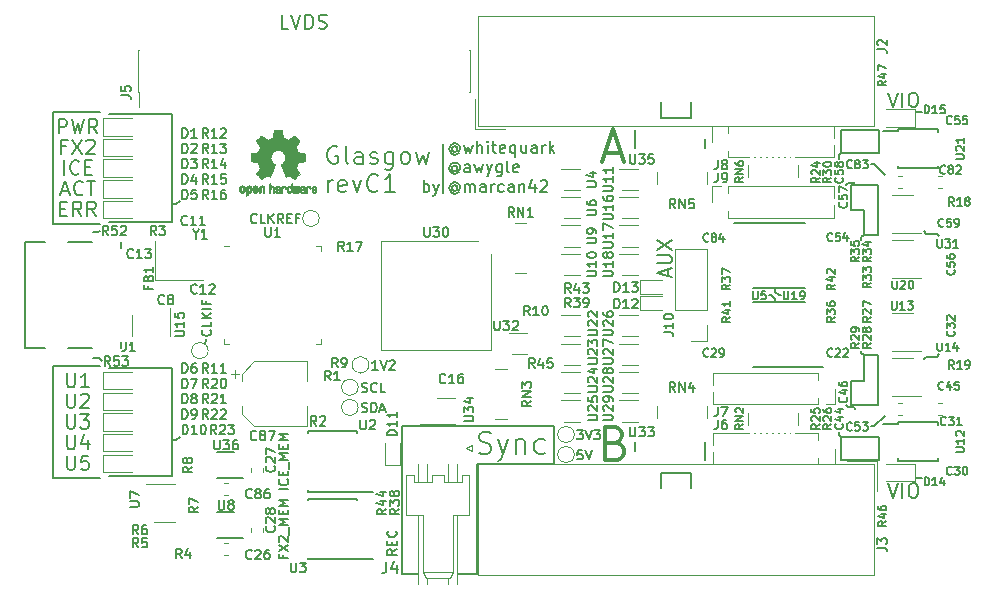
<source format=gto>
G04 #@! TF.GenerationSoftware,KiCad,Pcbnew,5.1.5-52549c5~84~ubuntu19.10.1*
G04 #@! TF.CreationDate,2020-01-08T01:46:17+01:00*
G04 #@! TF.ProjectId,glasgow,676c6173-676f-4772-9e6b-696361645f70,rev?*
G04 #@! TF.SameCoordinates,Original*
G04 #@! TF.FileFunction,Legend,Top*
G04 #@! TF.FilePolarity,Positive*
%FSLAX46Y46*%
G04 Gerber Fmt 4.6, Leading zero omitted, Abs format (unit mm)*
G04 Created by KiCad (PCBNEW 5.1.5-52549c5~84~ubuntu19.10.1) date 2020-01-08 01:46:17*
%MOMM*%
%LPD*%
G04 APERTURE LIST*
%ADD10C,0.150000*%
%ADD11C,0.200000*%
%ADD12C,0.300000*%
%ADD13C,0.120000*%
%ADD14C,0.010000*%
%ADD15C,0.100000*%
%ADD16C,0.863600*%
%ADD17R,1.450000X0.600000*%
%ADD18O,2.100000X1.000000*%
%ADD19O,1.600000X1.000000*%
%ADD20C,0.650000*%
%ADD21R,1.450000X0.300000*%
%ADD22O,1.740000X2.200000*%
%ADD23R,3.000000X1.600000*%
%ADD24R,1.060000X0.650000*%
%ADD25R,0.650000X0.350000*%
%ADD26R,1.000000X1.600000*%
%ADD27R,1.400000X1.200000*%
%ADD28R,0.700000X0.350000*%
%ADD29R,0.700000X0.600000*%
%ADD30R,0.300000X0.500000*%
%ADD31R,0.450000X0.500000*%
%ADD32O,1.727200X1.727200*%
%ADD33R,1.727200X1.727200*%
%ADD34O,1.000000X1.000000*%
%ADD35R,1.000000X1.000000*%
%ADD36O,1.700000X1.700000*%
%ADD37R,1.700000X1.700000*%
%ADD38C,0.500000*%
%ADD39C,1.000000*%
%ADD40C,1.500000*%
%ADD41R,0.800000X0.300000*%
%ADD42R,1.500000X0.450000*%
%ADD43R,0.300000X0.800000*%
%ADD44R,1.450000X0.450000*%
%ADD45R,0.740000X2.400000*%
%ADD46O,0.280000X1.000000*%
%ADD47O,1.000000X0.280000*%
%ADD48R,0.650000X1.060000*%
%ADD49R,1.550000X0.600000*%
%ADD50R,0.600000X0.700000*%
%ADD51C,0.800000*%
%ADD52C,7.000000*%
G04 APERTURE END LIST*
D10*
X55100000Y-90175000D02*
X54650000Y-90175000D01*
X55150000Y-100800000D02*
X54625000Y-100800000D01*
X55425000Y-101075000D02*
X55150000Y-100800000D01*
D11*
X85550000Y-119150000D02*
X87175000Y-119150000D01*
D10*
X64250000Y-99400000D02*
X64250000Y-99200000D01*
X64100000Y-99550000D02*
X64250000Y-99400000D01*
X121985714Y-111442857D02*
X122385714Y-112642857D01*
X122785714Y-111442857D01*
X123185714Y-112642857D02*
X123185714Y-111442857D01*
X123985714Y-111442857D02*
X124214285Y-111442857D01*
X124328571Y-111500000D01*
X124442857Y-111614285D01*
X124500000Y-111842857D01*
X124500000Y-112242857D01*
X124442857Y-112471428D01*
X124328571Y-112585714D01*
X124214285Y-112642857D01*
X123985714Y-112642857D01*
X123871428Y-112585714D01*
X123757142Y-112471428D01*
X123700000Y-112242857D01*
X123700000Y-111842857D01*
X123757142Y-111614285D01*
X123871428Y-111500000D01*
X123985714Y-111442857D01*
X124300000Y-111000000D02*
X124800000Y-111000000D01*
X124300000Y-80000000D02*
X124800000Y-80000000D01*
X121985714Y-78342857D02*
X122385714Y-79542857D01*
X122785714Y-78342857D01*
X123185714Y-79542857D02*
X123185714Y-78342857D01*
X123985714Y-78342857D02*
X124214285Y-78342857D01*
X124328571Y-78400000D01*
X124442857Y-78514285D01*
X124500000Y-78742857D01*
X124500000Y-79142857D01*
X124442857Y-79371428D01*
X124328571Y-79485714D01*
X124214285Y-79542857D01*
X123985714Y-79542857D01*
X123871428Y-79485714D01*
X123757142Y-79371428D01*
X123700000Y-79142857D01*
X123700000Y-78742857D01*
X123757142Y-78514285D01*
X123871428Y-78400000D01*
X123985714Y-78342857D01*
X125000000Y-90100000D02*
X125200000Y-90300000D01*
X125200000Y-90300000D02*
X126100000Y-90300000D01*
X126100000Y-90300000D02*
X126300000Y-90500000D01*
X120500000Y-84400000D02*
X120800000Y-84400000D01*
X117850000Y-107350000D02*
X117850000Y-107050000D01*
X118000000Y-107500000D02*
X117850000Y-107350000D01*
X117850000Y-83650000D02*
X117850000Y-83950000D01*
X118000000Y-83500000D02*
X117850000Y-83650000D01*
X112050000Y-95500000D02*
X111850000Y-95500000D01*
X112350000Y-95800000D02*
X112050000Y-95500000D01*
X112350000Y-96050000D02*
X112350000Y-95800000D01*
X112700000Y-95500000D02*
X112900000Y-95500000D01*
X112400000Y-95200000D02*
X112700000Y-95500000D01*
X112400000Y-94950000D02*
X112400000Y-95200000D01*
X75340357Y-82950000D02*
X75197500Y-82878571D01*
X74983214Y-82878571D01*
X74768928Y-82950000D01*
X74626071Y-83092857D01*
X74554642Y-83235714D01*
X74483214Y-83521428D01*
X74483214Y-83735714D01*
X74554642Y-84021428D01*
X74626071Y-84164285D01*
X74768928Y-84307142D01*
X74983214Y-84378571D01*
X75126071Y-84378571D01*
X75340357Y-84307142D01*
X75411785Y-84235714D01*
X75411785Y-83735714D01*
X75126071Y-83735714D01*
X76268928Y-84378571D02*
X76126071Y-84307142D01*
X76054642Y-84164285D01*
X76054642Y-82878571D01*
X77483214Y-84378571D02*
X77483214Y-83592857D01*
X77411785Y-83450000D01*
X77268928Y-83378571D01*
X76983214Y-83378571D01*
X76840357Y-83450000D01*
X77483214Y-84307142D02*
X77340357Y-84378571D01*
X76983214Y-84378571D01*
X76840357Y-84307142D01*
X76768928Y-84164285D01*
X76768928Y-84021428D01*
X76840357Y-83878571D01*
X76983214Y-83807142D01*
X77340357Y-83807142D01*
X77483214Y-83735714D01*
X78126071Y-84307142D02*
X78268928Y-84378571D01*
X78554642Y-84378571D01*
X78697500Y-84307142D01*
X78768928Y-84164285D01*
X78768928Y-84092857D01*
X78697500Y-83950000D01*
X78554642Y-83878571D01*
X78340357Y-83878571D01*
X78197500Y-83807142D01*
X78126071Y-83664285D01*
X78126071Y-83592857D01*
X78197500Y-83450000D01*
X78340357Y-83378571D01*
X78554642Y-83378571D01*
X78697500Y-83450000D01*
X80054642Y-83378571D02*
X80054642Y-84592857D01*
X79983214Y-84735714D01*
X79911785Y-84807142D01*
X79768928Y-84878571D01*
X79554642Y-84878571D01*
X79411785Y-84807142D01*
X80054642Y-84307142D02*
X79911785Y-84378571D01*
X79626071Y-84378571D01*
X79483214Y-84307142D01*
X79411785Y-84235714D01*
X79340357Y-84092857D01*
X79340357Y-83664285D01*
X79411785Y-83521428D01*
X79483214Y-83450000D01*
X79626071Y-83378571D01*
X79911785Y-83378571D01*
X80054642Y-83450000D01*
X80983214Y-84378571D02*
X80840357Y-84307142D01*
X80768928Y-84235714D01*
X80697500Y-84092857D01*
X80697500Y-83664285D01*
X80768928Y-83521428D01*
X80840357Y-83450000D01*
X80983214Y-83378571D01*
X81197500Y-83378571D01*
X81340357Y-83450000D01*
X81411785Y-83521428D01*
X81483214Y-83664285D01*
X81483214Y-84092857D01*
X81411785Y-84235714D01*
X81340357Y-84307142D01*
X81197500Y-84378571D01*
X80983214Y-84378571D01*
X81983214Y-83378571D02*
X82268928Y-84378571D01*
X82554642Y-83664285D01*
X82840357Y-84378571D01*
X83126071Y-83378571D01*
X74554642Y-86778571D02*
X74554642Y-85778571D01*
X74554642Y-86064285D02*
X74626071Y-85921428D01*
X74697500Y-85850000D01*
X74840357Y-85778571D01*
X74983214Y-85778571D01*
X76054642Y-86707142D02*
X75911785Y-86778571D01*
X75626071Y-86778571D01*
X75483214Y-86707142D01*
X75411785Y-86564285D01*
X75411785Y-85992857D01*
X75483214Y-85850000D01*
X75626071Y-85778571D01*
X75911785Y-85778571D01*
X76054642Y-85850000D01*
X76126071Y-85992857D01*
X76126071Y-86135714D01*
X75411785Y-86278571D01*
X76626071Y-85778571D02*
X76983214Y-86778571D01*
X77340357Y-85778571D01*
X78768928Y-86635714D02*
X78697500Y-86707142D01*
X78483214Y-86778571D01*
X78340357Y-86778571D01*
X78126071Y-86707142D01*
X77983214Y-86564285D01*
X77911785Y-86421428D01*
X77840357Y-86135714D01*
X77840357Y-85921428D01*
X77911785Y-85635714D01*
X77983214Y-85492857D01*
X78126071Y-85350000D01*
X78340357Y-85278571D01*
X78483214Y-85278571D01*
X78697500Y-85350000D01*
X78768928Y-85421428D01*
X80197500Y-86778571D02*
X79340357Y-86778571D01*
X79768928Y-86778571D02*
X79768928Y-85278571D01*
X79626071Y-85492857D01*
X79483214Y-85635714D01*
X79340357Y-85707142D01*
X55225000Y-90050000D02*
X55100000Y-90175000D01*
X61700000Y-107800000D02*
X61300000Y-107800000D01*
X62000000Y-107500000D02*
X61700000Y-107800000D01*
X61700000Y-87800000D02*
X61300000Y-87800000D01*
X62000000Y-87500000D02*
X61700000Y-87800000D01*
X120800000Y-84400000D02*
X121700000Y-85300000D01*
X118600000Y-105000000D02*
X118400000Y-104800000D01*
X119100000Y-105000000D02*
X119200000Y-105100000D01*
X119100000Y-105000000D02*
X118600000Y-105000000D01*
X119100000Y-86000000D02*
X119200000Y-85900000D01*
X118600000Y-86000000D02*
X118400000Y-86200000D01*
X119100000Y-86000000D02*
X118600000Y-86000000D01*
X121200000Y-82700000D02*
X121200000Y-81500000D01*
X118000000Y-81500000D02*
X118000000Y-83500000D01*
X118000000Y-83500000D02*
X121200000Y-83500000D01*
X121200000Y-83500000D02*
X121200000Y-81500000D01*
X121200000Y-81500000D02*
X118000000Y-81500000D01*
X121200000Y-107500000D02*
X118000000Y-107500000D01*
X121200000Y-109500000D02*
X121200000Y-107500000D01*
X118000000Y-109500000D02*
X121200000Y-109500000D01*
X118000000Y-107500000D02*
X118000000Y-109500000D01*
X119700000Y-100400000D02*
X119700000Y-100200000D01*
X119900000Y-100600000D02*
X119700000Y-100400000D01*
X118800000Y-102800000D02*
X119900000Y-102800000D01*
X118800000Y-104800000D02*
X118800000Y-102800000D01*
X121100000Y-104800000D02*
X118800000Y-104800000D01*
X121100000Y-100600000D02*
X121100000Y-104800000D01*
X119900000Y-100600000D02*
X121100000Y-100600000D01*
X119900000Y-102800000D02*
X119900000Y-100600000D01*
D11*
X87175000Y-109775000D02*
X87175000Y-119150000D01*
X93700000Y-109775000D02*
X87175000Y-109775000D01*
D10*
X85454642Y-82976190D02*
X85407023Y-82928571D01*
X85311785Y-82880952D01*
X85216547Y-82880952D01*
X85121309Y-82928571D01*
X85073690Y-82976190D01*
X85026071Y-83071428D01*
X85026071Y-83166666D01*
X85073690Y-83261904D01*
X85121309Y-83309523D01*
X85216547Y-83357142D01*
X85311785Y-83357142D01*
X85407023Y-83309523D01*
X85454642Y-83261904D01*
X85454642Y-82880952D02*
X85454642Y-83261904D01*
X85502261Y-83309523D01*
X85549880Y-83309523D01*
X85645119Y-83261904D01*
X85692738Y-83166666D01*
X85692738Y-82928571D01*
X85597500Y-82785714D01*
X85454642Y-82690476D01*
X85264166Y-82642857D01*
X85073690Y-82690476D01*
X84930833Y-82785714D01*
X84835595Y-82928571D01*
X84787976Y-83119047D01*
X84835595Y-83309523D01*
X84930833Y-83452380D01*
X85073690Y-83547619D01*
X85264166Y-83595238D01*
X85454642Y-83547619D01*
X85597500Y-83452380D01*
X86026071Y-82785714D02*
X86216547Y-83452380D01*
X86407023Y-82976190D01*
X86597500Y-83452380D01*
X86787976Y-82785714D01*
X87168928Y-83452380D02*
X87168928Y-82452380D01*
X87597500Y-83452380D02*
X87597500Y-82928571D01*
X87549880Y-82833333D01*
X87454642Y-82785714D01*
X87311785Y-82785714D01*
X87216547Y-82833333D01*
X87168928Y-82880952D01*
X88073690Y-83452380D02*
X88073690Y-82785714D01*
X88073690Y-82452380D02*
X88026071Y-82500000D01*
X88073690Y-82547619D01*
X88121309Y-82500000D01*
X88073690Y-82452380D01*
X88073690Y-82547619D01*
X88407023Y-82785714D02*
X88787976Y-82785714D01*
X88549880Y-82452380D02*
X88549880Y-83309523D01*
X88597500Y-83404761D01*
X88692738Y-83452380D01*
X88787976Y-83452380D01*
X89502261Y-83404761D02*
X89407023Y-83452380D01*
X89216547Y-83452380D01*
X89121309Y-83404761D01*
X89073690Y-83309523D01*
X89073690Y-82928571D01*
X89121309Y-82833333D01*
X89216547Y-82785714D01*
X89407023Y-82785714D01*
X89502261Y-82833333D01*
X89549880Y-82928571D01*
X89549880Y-83023809D01*
X89073690Y-83119047D01*
X90407023Y-82785714D02*
X90407023Y-83785714D01*
X90407023Y-83404761D02*
X90311785Y-83452380D01*
X90121309Y-83452380D01*
X90026071Y-83404761D01*
X89978452Y-83357142D01*
X89930833Y-83261904D01*
X89930833Y-82976190D01*
X89978452Y-82880952D01*
X90026071Y-82833333D01*
X90121309Y-82785714D01*
X90311785Y-82785714D01*
X90407023Y-82833333D01*
X91311785Y-82785714D02*
X91311785Y-83452380D01*
X90883214Y-82785714D02*
X90883214Y-83309523D01*
X90930833Y-83404761D01*
X91026071Y-83452380D01*
X91168928Y-83452380D01*
X91264166Y-83404761D01*
X91311785Y-83357142D01*
X92216547Y-83452380D02*
X92216547Y-82928571D01*
X92168928Y-82833333D01*
X92073690Y-82785714D01*
X91883214Y-82785714D01*
X91787976Y-82833333D01*
X92216547Y-83404761D02*
X92121309Y-83452380D01*
X91883214Y-83452380D01*
X91787976Y-83404761D01*
X91740357Y-83309523D01*
X91740357Y-83214285D01*
X91787976Y-83119047D01*
X91883214Y-83071428D01*
X92121309Y-83071428D01*
X92216547Y-83023809D01*
X92692738Y-83452380D02*
X92692738Y-82785714D01*
X92692738Y-82976190D02*
X92740357Y-82880952D01*
X92787976Y-82833333D01*
X92883214Y-82785714D01*
X92978452Y-82785714D01*
X93311785Y-83452380D02*
X93311785Y-82452380D01*
X93407023Y-83071428D02*
X93692738Y-83452380D01*
X93692738Y-82785714D02*
X93311785Y-83166666D01*
X85454642Y-84626190D02*
X85407023Y-84578571D01*
X85311785Y-84530952D01*
X85216547Y-84530952D01*
X85121309Y-84578571D01*
X85073690Y-84626190D01*
X85026071Y-84721428D01*
X85026071Y-84816666D01*
X85073690Y-84911904D01*
X85121309Y-84959523D01*
X85216547Y-85007142D01*
X85311785Y-85007142D01*
X85407023Y-84959523D01*
X85454642Y-84911904D01*
X85454642Y-84530952D02*
X85454642Y-84911904D01*
X85502261Y-84959523D01*
X85549880Y-84959523D01*
X85645119Y-84911904D01*
X85692738Y-84816666D01*
X85692738Y-84578571D01*
X85597500Y-84435714D01*
X85454642Y-84340476D01*
X85264166Y-84292857D01*
X85073690Y-84340476D01*
X84930833Y-84435714D01*
X84835595Y-84578571D01*
X84787976Y-84769047D01*
X84835595Y-84959523D01*
X84930833Y-85102380D01*
X85073690Y-85197619D01*
X85264166Y-85245238D01*
X85454642Y-85197619D01*
X85597500Y-85102380D01*
X86549880Y-85102380D02*
X86549880Y-84578571D01*
X86502261Y-84483333D01*
X86407023Y-84435714D01*
X86216547Y-84435714D01*
X86121309Y-84483333D01*
X86549880Y-85054761D02*
X86454642Y-85102380D01*
X86216547Y-85102380D01*
X86121309Y-85054761D01*
X86073690Y-84959523D01*
X86073690Y-84864285D01*
X86121309Y-84769047D01*
X86216547Y-84721428D01*
X86454642Y-84721428D01*
X86549880Y-84673809D01*
X86930833Y-84435714D02*
X87121309Y-85102380D01*
X87311785Y-84626190D01*
X87502261Y-85102380D01*
X87692738Y-84435714D01*
X87978452Y-84435714D02*
X88216547Y-85102380D01*
X88454642Y-84435714D02*
X88216547Y-85102380D01*
X88121309Y-85340476D01*
X88073690Y-85388095D01*
X87978452Y-85435714D01*
X89264166Y-84435714D02*
X89264166Y-85245238D01*
X89216547Y-85340476D01*
X89168928Y-85388095D01*
X89073690Y-85435714D01*
X88930833Y-85435714D01*
X88835595Y-85388095D01*
X89264166Y-85054761D02*
X89168928Y-85102380D01*
X88978452Y-85102380D01*
X88883214Y-85054761D01*
X88835595Y-85007142D01*
X88787976Y-84911904D01*
X88787976Y-84626190D01*
X88835595Y-84530952D01*
X88883214Y-84483333D01*
X88978452Y-84435714D01*
X89168928Y-84435714D01*
X89264166Y-84483333D01*
X89883214Y-85102380D02*
X89787976Y-85054761D01*
X89740357Y-84959523D01*
X89740357Y-84102380D01*
X90645119Y-85054761D02*
X90549880Y-85102380D01*
X90359404Y-85102380D01*
X90264166Y-85054761D01*
X90216547Y-84959523D01*
X90216547Y-84578571D01*
X90264166Y-84483333D01*
X90359404Y-84435714D01*
X90549880Y-84435714D01*
X90645119Y-84483333D01*
X90692738Y-84578571D01*
X90692738Y-84673809D01*
X90216547Y-84769047D01*
X85454642Y-86276190D02*
X85407023Y-86228571D01*
X85311785Y-86180952D01*
X85216547Y-86180952D01*
X85121309Y-86228571D01*
X85073690Y-86276190D01*
X85026071Y-86371428D01*
X85026071Y-86466666D01*
X85073690Y-86561904D01*
X85121309Y-86609523D01*
X85216547Y-86657142D01*
X85311785Y-86657142D01*
X85407023Y-86609523D01*
X85454642Y-86561904D01*
X85454642Y-86180952D02*
X85454642Y-86561904D01*
X85502261Y-86609523D01*
X85549880Y-86609523D01*
X85645119Y-86561904D01*
X85692738Y-86466666D01*
X85692738Y-86228571D01*
X85597500Y-86085714D01*
X85454642Y-85990476D01*
X85264166Y-85942857D01*
X85073690Y-85990476D01*
X84930833Y-86085714D01*
X84835595Y-86228571D01*
X84787976Y-86419047D01*
X84835595Y-86609523D01*
X84930833Y-86752380D01*
X85073690Y-86847619D01*
X85264166Y-86895238D01*
X85454642Y-86847619D01*
X85597500Y-86752380D01*
X86121309Y-86752380D02*
X86121309Y-86085714D01*
X86121309Y-86180952D02*
X86168928Y-86133333D01*
X86264166Y-86085714D01*
X86407023Y-86085714D01*
X86502261Y-86133333D01*
X86549880Y-86228571D01*
X86549880Y-86752380D01*
X86549880Y-86228571D02*
X86597500Y-86133333D01*
X86692738Y-86085714D01*
X86835595Y-86085714D01*
X86930833Y-86133333D01*
X86978452Y-86228571D01*
X86978452Y-86752380D01*
X87883214Y-86752380D02*
X87883214Y-86228571D01*
X87835595Y-86133333D01*
X87740357Y-86085714D01*
X87549880Y-86085714D01*
X87454642Y-86133333D01*
X87883214Y-86704761D02*
X87787976Y-86752380D01*
X87549880Y-86752380D01*
X87454642Y-86704761D01*
X87407023Y-86609523D01*
X87407023Y-86514285D01*
X87454642Y-86419047D01*
X87549880Y-86371428D01*
X87787976Y-86371428D01*
X87883214Y-86323809D01*
X88359404Y-86752380D02*
X88359404Y-86085714D01*
X88359404Y-86276190D02*
X88407023Y-86180952D01*
X88454642Y-86133333D01*
X88549880Y-86085714D01*
X88645119Y-86085714D01*
X89407023Y-86704761D02*
X89311785Y-86752380D01*
X89121309Y-86752380D01*
X89026071Y-86704761D01*
X88978452Y-86657142D01*
X88930833Y-86561904D01*
X88930833Y-86276190D01*
X88978452Y-86180952D01*
X89026071Y-86133333D01*
X89121309Y-86085714D01*
X89311785Y-86085714D01*
X89407023Y-86133333D01*
X90264166Y-86752380D02*
X90264166Y-86228571D01*
X90216547Y-86133333D01*
X90121309Y-86085714D01*
X89930833Y-86085714D01*
X89835595Y-86133333D01*
X90264166Y-86704761D02*
X90168928Y-86752380D01*
X89930833Y-86752380D01*
X89835595Y-86704761D01*
X89787976Y-86609523D01*
X89787976Y-86514285D01*
X89835595Y-86419047D01*
X89930833Y-86371428D01*
X90168928Y-86371428D01*
X90264166Y-86323809D01*
X90740357Y-86085714D02*
X90740357Y-86752380D01*
X90740357Y-86180952D02*
X90787976Y-86133333D01*
X90883214Y-86085714D01*
X91026071Y-86085714D01*
X91121309Y-86133333D01*
X91168928Y-86228571D01*
X91168928Y-86752380D01*
X92073690Y-86085714D02*
X92073690Y-86752380D01*
X91835595Y-85704761D02*
X91597500Y-86419047D01*
X92216547Y-86419047D01*
X92549880Y-85847619D02*
X92597500Y-85800000D01*
X92692738Y-85752380D01*
X92930833Y-85752380D01*
X93026071Y-85800000D01*
X93073690Y-85847619D01*
X93121309Y-85942857D01*
X93121309Y-86038095D01*
X93073690Y-86180952D01*
X92502261Y-86752380D01*
X93121309Y-86752380D01*
X80361904Y-117014285D02*
X79980952Y-117280952D01*
X80361904Y-117471428D02*
X79561904Y-117471428D01*
X79561904Y-117166666D01*
X79600000Y-117090476D01*
X79638095Y-117052380D01*
X79714285Y-117014285D01*
X79828571Y-117014285D01*
X79904761Y-117052380D01*
X79942857Y-117090476D01*
X79980952Y-117166666D01*
X79980952Y-117471428D01*
X79942857Y-116671428D02*
X79942857Y-116404761D01*
X80361904Y-116290476D02*
X80361904Y-116671428D01*
X79561904Y-116671428D01*
X79561904Y-116290476D01*
X80285714Y-115490476D02*
X80323809Y-115528571D01*
X80361904Y-115642857D01*
X80361904Y-115719047D01*
X80323809Y-115833333D01*
X80247619Y-115909523D01*
X80171428Y-115947619D01*
X80019047Y-115985714D01*
X79904761Y-115985714D01*
X79752380Y-115947619D01*
X79676190Y-115909523D01*
X79600000Y-115833333D01*
X79561904Y-115719047D01*
X79561904Y-115642857D01*
X79600000Y-115528571D01*
X79638095Y-115490476D01*
X78757023Y-101811904D02*
X78299880Y-101811904D01*
X78528452Y-101811904D02*
X78528452Y-101011904D01*
X78452261Y-101126190D01*
X78376071Y-101202380D01*
X78299880Y-101240476D01*
X78985595Y-101011904D02*
X79252261Y-101811904D01*
X79518928Y-101011904D01*
X79747500Y-101088095D02*
X79785595Y-101050000D01*
X79861785Y-101011904D01*
X80052261Y-101011904D01*
X80128452Y-101050000D01*
X80166547Y-101088095D01*
X80204642Y-101164285D01*
X80204642Y-101240476D01*
X80166547Y-101354761D01*
X79709404Y-101811904D01*
X80204642Y-101811904D01*
X71185714Y-72942857D02*
X70614285Y-72942857D01*
X70614285Y-71742857D01*
X71414285Y-71742857D02*
X71814285Y-72942857D01*
X72214285Y-71742857D01*
X72614285Y-72942857D02*
X72614285Y-71742857D01*
X72900000Y-71742857D01*
X73071428Y-71800000D01*
X73185714Y-71914285D01*
X73242857Y-72028571D01*
X73300000Y-72257142D01*
X73300000Y-72428571D01*
X73242857Y-72657142D01*
X73185714Y-72771428D01*
X73071428Y-72885714D01*
X72900000Y-72942857D01*
X72614285Y-72942857D01*
X73757142Y-72885714D02*
X73928571Y-72942857D01*
X74214285Y-72942857D01*
X74328571Y-72885714D01*
X74385714Y-72828571D01*
X74442857Y-72714285D01*
X74442857Y-72600000D01*
X74385714Y-72485714D01*
X74328571Y-72428571D01*
X74214285Y-72371428D01*
X73985714Y-72314285D01*
X73871428Y-72257142D01*
X73814285Y-72200000D01*
X73757142Y-72085714D01*
X73757142Y-71971428D01*
X73814285Y-71857142D01*
X73871428Y-71800000D01*
X73985714Y-71742857D01*
X74271428Y-71742857D01*
X74442857Y-71800000D01*
X103300000Y-93885714D02*
X103300000Y-93314285D01*
X103642857Y-94000000D02*
X102442857Y-93600000D01*
X103642857Y-93200000D01*
X102442857Y-92800000D02*
X103414285Y-92800000D01*
X103528571Y-92742857D01*
X103585714Y-92685714D01*
X103642857Y-92571428D01*
X103642857Y-92342857D01*
X103585714Y-92228571D01*
X103528571Y-92171428D01*
X103414285Y-92114285D01*
X102442857Y-92114285D01*
X102442857Y-91657142D02*
X103642857Y-90857142D01*
X102442857Y-90857142D02*
X103642857Y-91657142D01*
X120800000Y-106600000D02*
X121700000Y-105700000D01*
X120500000Y-106600000D02*
X120800000Y-106600000D01*
X126100000Y-100700000D02*
X126300000Y-100500000D01*
X125200000Y-100700000D02*
X126100000Y-100700000D01*
X125000000Y-100900000D02*
X125200000Y-100700000D01*
X119700000Y-90600000D02*
X119700000Y-90800000D01*
X119900000Y-90400000D02*
X119700000Y-90600000D01*
X119900000Y-88300000D02*
X119900000Y-90400000D01*
X118800000Y-88300000D02*
X119900000Y-88300000D01*
X118800000Y-88300000D02*
X118800000Y-86200000D01*
X121100000Y-90400000D02*
X119900000Y-90400000D01*
X121100000Y-86200000D02*
X121100000Y-90400000D01*
X118800000Y-86200000D02*
X121100000Y-86200000D01*
X61300000Y-110800000D02*
X61300000Y-101700000D01*
X56000000Y-110800000D02*
X61300000Y-110800000D01*
X61300000Y-101700000D02*
X56000000Y-101700000D01*
D11*
X80800000Y-119150000D02*
X82125000Y-119150000D01*
X80800000Y-106600000D02*
X80800000Y-119150000D01*
X93700000Y-106600000D02*
X93700000Y-109775000D01*
X80800000Y-106600000D02*
X93700000Y-106600000D01*
D10*
X61300000Y-80200000D02*
X56000000Y-80200000D01*
X61300000Y-89300000D02*
X61300000Y-80200000D01*
X56000000Y-89300000D02*
X61300000Y-89300000D01*
D11*
X84300000Y-82700000D02*
X84300000Y-86850000D01*
D10*
X82635595Y-86752380D02*
X82635595Y-85752380D01*
X82635595Y-86133333D02*
X82730833Y-86085714D01*
X82921309Y-86085714D01*
X83016547Y-86133333D01*
X83064166Y-86180952D01*
X83111785Y-86276190D01*
X83111785Y-86561904D01*
X83064166Y-86657142D01*
X83016547Y-86704761D01*
X82921309Y-86752380D01*
X82730833Y-86752380D01*
X82635595Y-86704761D01*
X83445119Y-86085714D02*
X83683214Y-86752380D01*
X83921309Y-86085714D02*
X83683214Y-86752380D01*
X83587976Y-86990476D01*
X83540357Y-87038095D01*
X83445119Y-87085714D01*
D12*
X98900000Y-108000000D02*
X99300000Y-108133333D01*
X99433333Y-108266666D01*
X99566666Y-108533333D01*
X99566666Y-108933333D01*
X99433333Y-109200000D01*
X99300000Y-109333333D01*
X99033333Y-109466666D01*
X97966666Y-109466666D01*
X97966666Y-106666666D01*
X98900000Y-106666666D01*
X99166666Y-106800000D01*
X99300000Y-106933333D01*
X99433333Y-107200000D01*
X99433333Y-107466666D01*
X99300000Y-107733333D01*
X99166666Y-107866666D01*
X98900000Y-108000000D01*
X97966666Y-108000000D01*
D10*
X51750000Y-81792857D02*
X51750000Y-80592857D01*
X52207142Y-80592857D01*
X52321428Y-80650000D01*
X52378571Y-80707142D01*
X52435714Y-80821428D01*
X52435714Y-80992857D01*
X52378571Y-81107142D01*
X52321428Y-81164285D01*
X52207142Y-81221428D01*
X51750000Y-81221428D01*
X52835714Y-80592857D02*
X53121428Y-81792857D01*
X53350000Y-80935714D01*
X53578571Y-81792857D01*
X53864285Y-80592857D01*
X55007142Y-81792857D02*
X54607142Y-81221428D01*
X54321428Y-81792857D02*
X54321428Y-80592857D01*
X54778571Y-80592857D01*
X54892857Y-80650000D01*
X54950000Y-80707142D01*
X55007142Y-80821428D01*
X55007142Y-80992857D01*
X54950000Y-81107142D01*
X54892857Y-81164285D01*
X54778571Y-81221428D01*
X54321428Y-81221428D01*
X52378571Y-82914285D02*
X51978571Y-82914285D01*
X51978571Y-83542857D02*
X51978571Y-82342857D01*
X52550000Y-82342857D01*
X52892857Y-82342857D02*
X53692857Y-83542857D01*
X53692857Y-82342857D02*
X52892857Y-83542857D01*
X54092857Y-82457142D02*
X54150000Y-82400000D01*
X54264285Y-82342857D01*
X54550000Y-82342857D01*
X54664285Y-82400000D01*
X54721428Y-82457142D01*
X54778571Y-82571428D01*
X54778571Y-82685714D01*
X54721428Y-82857142D01*
X54035714Y-83542857D01*
X54778571Y-83542857D01*
X52207142Y-85292857D02*
X52207142Y-84092857D01*
X53464285Y-85178571D02*
X53407142Y-85235714D01*
X53235714Y-85292857D01*
X53121428Y-85292857D01*
X52950000Y-85235714D01*
X52835714Y-85121428D01*
X52778571Y-85007142D01*
X52721428Y-84778571D01*
X52721428Y-84607142D01*
X52778571Y-84378571D01*
X52835714Y-84264285D01*
X52950000Y-84150000D01*
X53121428Y-84092857D01*
X53235714Y-84092857D01*
X53407142Y-84150000D01*
X53464285Y-84207142D01*
X53978571Y-84664285D02*
X54378571Y-84664285D01*
X54550000Y-85292857D02*
X53978571Y-85292857D01*
X53978571Y-84092857D01*
X54550000Y-84092857D01*
X52007142Y-86700000D02*
X52578571Y-86700000D01*
X51892857Y-87042857D02*
X52292857Y-85842857D01*
X52692857Y-87042857D01*
X53778571Y-86928571D02*
X53721428Y-86985714D01*
X53550000Y-87042857D01*
X53435714Y-87042857D01*
X53264285Y-86985714D01*
X53150000Y-86871428D01*
X53092857Y-86757142D01*
X53035714Y-86528571D01*
X53035714Y-86357142D01*
X53092857Y-86128571D01*
X53150000Y-86014285D01*
X53264285Y-85900000D01*
X53435714Y-85842857D01*
X53550000Y-85842857D01*
X53721428Y-85900000D01*
X53778571Y-85957142D01*
X54121428Y-85842857D02*
X54807142Y-85842857D01*
X54464285Y-87042857D02*
X54464285Y-85842857D01*
X51892857Y-88164285D02*
X52292857Y-88164285D01*
X52464285Y-88792857D02*
X51892857Y-88792857D01*
X51892857Y-87592857D01*
X52464285Y-87592857D01*
X53664285Y-88792857D02*
X53264285Y-88221428D01*
X52978571Y-88792857D02*
X52978571Y-87592857D01*
X53435714Y-87592857D01*
X53550000Y-87650000D01*
X53607142Y-87707142D01*
X53664285Y-87821428D01*
X53664285Y-87992857D01*
X53607142Y-88107142D01*
X53550000Y-88164285D01*
X53435714Y-88221428D01*
X52978571Y-88221428D01*
X54864285Y-88792857D02*
X54464285Y-88221428D01*
X54178571Y-88792857D02*
X54178571Y-87592857D01*
X54635714Y-87592857D01*
X54750000Y-87650000D01*
X54807142Y-87707142D01*
X54864285Y-87821428D01*
X54864285Y-87992857D01*
X54807142Y-88107142D01*
X54750000Y-88164285D01*
X54635714Y-88221428D01*
X54178571Y-88221428D01*
D11*
X55250000Y-80000000D02*
X51250000Y-80000000D01*
X51250000Y-80000000D02*
X51250000Y-89500000D01*
X51250000Y-89500000D02*
X55250000Y-89500000D01*
D10*
X64585714Y-98459523D02*
X64623809Y-98497619D01*
X64661904Y-98611904D01*
X64661904Y-98688095D01*
X64623809Y-98802380D01*
X64547619Y-98878571D01*
X64471428Y-98916666D01*
X64319047Y-98954761D01*
X64204761Y-98954761D01*
X64052380Y-98916666D01*
X63976190Y-98878571D01*
X63900000Y-98802380D01*
X63861904Y-98688095D01*
X63861904Y-98611904D01*
X63900000Y-98497619D01*
X63938095Y-98459523D01*
X64661904Y-97735714D02*
X64661904Y-98116666D01*
X63861904Y-98116666D01*
X64661904Y-97469047D02*
X63861904Y-97469047D01*
X64661904Y-97011904D02*
X64204761Y-97354761D01*
X63861904Y-97011904D02*
X64319047Y-97469047D01*
X64661904Y-96669047D02*
X63861904Y-96669047D01*
X64242857Y-96021428D02*
X64242857Y-96288095D01*
X64661904Y-96288095D02*
X63861904Y-96288095D01*
X63861904Y-95907142D01*
D11*
X51250000Y-111000000D02*
X55250000Y-111000000D01*
X51250000Y-101500000D02*
X51250000Y-111000000D01*
X55250000Y-101500000D02*
X51250000Y-101500000D01*
D10*
X71161904Y-111942857D02*
X70361904Y-111942857D01*
X71085714Y-111104761D02*
X71123809Y-111142857D01*
X71161904Y-111257142D01*
X71161904Y-111333333D01*
X71123809Y-111447619D01*
X71047619Y-111523809D01*
X70971428Y-111561904D01*
X70819047Y-111600000D01*
X70704761Y-111600000D01*
X70552380Y-111561904D01*
X70476190Y-111523809D01*
X70400000Y-111447619D01*
X70361904Y-111333333D01*
X70361904Y-111257142D01*
X70400000Y-111142857D01*
X70438095Y-111104761D01*
X70742857Y-110761904D02*
X70742857Y-110495238D01*
X71161904Y-110380952D02*
X71161904Y-110761904D01*
X70361904Y-110761904D01*
X70361904Y-110380952D01*
X71238095Y-110228571D02*
X71238095Y-109619047D01*
X71161904Y-109428571D02*
X70361904Y-109428571D01*
X70933333Y-109161904D01*
X70361904Y-108895238D01*
X71161904Y-108895238D01*
X70742857Y-108514285D02*
X70742857Y-108247619D01*
X71161904Y-108133333D02*
X71161904Y-108514285D01*
X70361904Y-108514285D01*
X70361904Y-108133333D01*
X71161904Y-107790476D02*
X70361904Y-107790476D01*
X70933333Y-107523809D01*
X70361904Y-107257142D01*
X71161904Y-107257142D01*
X70742857Y-117528571D02*
X70742857Y-117795238D01*
X71161904Y-117795238D02*
X70361904Y-117795238D01*
X70361904Y-117414285D01*
X70361904Y-117185714D02*
X71161904Y-116652380D01*
X70361904Y-116652380D02*
X71161904Y-117185714D01*
X70438095Y-116385714D02*
X70400000Y-116347619D01*
X70361904Y-116271428D01*
X70361904Y-116080952D01*
X70400000Y-116004761D01*
X70438095Y-115966666D01*
X70514285Y-115928571D01*
X70590476Y-115928571D01*
X70704761Y-115966666D01*
X71161904Y-116423809D01*
X71161904Y-115928571D01*
X71238095Y-115776190D02*
X71238095Y-115166666D01*
X71161904Y-114976190D02*
X70361904Y-114976190D01*
X70933333Y-114709523D01*
X70361904Y-114442857D01*
X71161904Y-114442857D01*
X70742857Y-114061904D02*
X70742857Y-113795238D01*
X71161904Y-113680952D02*
X71161904Y-114061904D01*
X70361904Y-114061904D01*
X70361904Y-113680952D01*
X71161904Y-113338095D02*
X70361904Y-113338095D01*
X70933333Y-113071428D01*
X70361904Y-112804761D01*
X71161904Y-112804761D01*
X68492976Y-89335714D02*
X68454880Y-89373809D01*
X68340595Y-89411904D01*
X68264404Y-89411904D01*
X68150119Y-89373809D01*
X68073928Y-89297619D01*
X68035833Y-89221428D01*
X67997738Y-89069047D01*
X67997738Y-88954761D01*
X68035833Y-88802380D01*
X68073928Y-88726190D01*
X68150119Y-88650000D01*
X68264404Y-88611904D01*
X68340595Y-88611904D01*
X68454880Y-88650000D01*
X68492976Y-88688095D01*
X69216785Y-89411904D02*
X68835833Y-89411904D01*
X68835833Y-88611904D01*
X69483452Y-89411904D02*
X69483452Y-88611904D01*
X69940595Y-89411904D02*
X69597738Y-88954761D01*
X69940595Y-88611904D02*
X69483452Y-89069047D01*
X70740595Y-89411904D02*
X70473928Y-89030952D01*
X70283452Y-89411904D02*
X70283452Y-88611904D01*
X70588214Y-88611904D01*
X70664404Y-88650000D01*
X70702500Y-88688095D01*
X70740595Y-88764285D01*
X70740595Y-88878571D01*
X70702500Y-88954761D01*
X70664404Y-88992857D01*
X70588214Y-89030952D01*
X70283452Y-89030952D01*
X71083452Y-88992857D02*
X71350119Y-88992857D01*
X71464404Y-89411904D02*
X71083452Y-89411904D01*
X71083452Y-88611904D01*
X71464404Y-88611904D01*
X72073928Y-88992857D02*
X71807261Y-88992857D01*
X71807261Y-89411904D02*
X71807261Y-88611904D01*
X72188214Y-88611904D01*
X77399880Y-105373809D02*
X77514166Y-105411904D01*
X77704642Y-105411904D01*
X77780833Y-105373809D01*
X77818928Y-105335714D01*
X77857023Y-105259523D01*
X77857023Y-105183333D01*
X77818928Y-105107142D01*
X77780833Y-105069047D01*
X77704642Y-105030952D01*
X77552261Y-104992857D01*
X77476071Y-104954761D01*
X77437976Y-104916666D01*
X77399880Y-104840476D01*
X77399880Y-104764285D01*
X77437976Y-104688095D01*
X77476071Y-104650000D01*
X77552261Y-104611904D01*
X77742738Y-104611904D01*
X77857023Y-104650000D01*
X78199880Y-105411904D02*
X78199880Y-104611904D01*
X78390357Y-104611904D01*
X78504642Y-104650000D01*
X78580833Y-104726190D01*
X78618928Y-104802380D01*
X78657023Y-104954761D01*
X78657023Y-105069047D01*
X78618928Y-105221428D01*
X78580833Y-105297619D01*
X78504642Y-105373809D01*
X78390357Y-105411904D01*
X78199880Y-105411904D01*
X78961785Y-105183333D02*
X79342738Y-105183333D01*
X78885595Y-105411904D02*
X79152261Y-104611904D01*
X79418928Y-105411904D01*
X77399880Y-103673809D02*
X77514166Y-103711904D01*
X77704642Y-103711904D01*
X77780833Y-103673809D01*
X77818928Y-103635714D01*
X77857023Y-103559523D01*
X77857023Y-103483333D01*
X77818928Y-103407142D01*
X77780833Y-103369047D01*
X77704642Y-103330952D01*
X77552261Y-103292857D01*
X77476071Y-103254761D01*
X77437976Y-103216666D01*
X77399880Y-103140476D01*
X77399880Y-103064285D01*
X77437976Y-102988095D01*
X77476071Y-102950000D01*
X77552261Y-102911904D01*
X77742738Y-102911904D01*
X77857023Y-102950000D01*
X78657023Y-103635714D02*
X78618928Y-103673809D01*
X78504642Y-103711904D01*
X78428452Y-103711904D01*
X78314166Y-103673809D01*
X78237976Y-103597619D01*
X78199880Y-103521428D01*
X78161785Y-103369047D01*
X78161785Y-103254761D01*
X78199880Y-103102380D01*
X78237976Y-103026190D01*
X78314166Y-102950000D01*
X78428452Y-102911904D01*
X78504642Y-102911904D01*
X78618928Y-102950000D01*
X78657023Y-102988095D01*
X79380833Y-103711904D02*
X78999880Y-103711904D01*
X78999880Y-102911904D01*
X95611785Y-106911904D02*
X96107023Y-106911904D01*
X95840357Y-107216666D01*
X95954642Y-107216666D01*
X96030833Y-107254761D01*
X96068928Y-107292857D01*
X96107023Y-107369047D01*
X96107023Y-107559523D01*
X96068928Y-107635714D01*
X96030833Y-107673809D01*
X95954642Y-107711904D01*
X95726071Y-107711904D01*
X95649880Y-107673809D01*
X95611785Y-107635714D01*
X96335595Y-106911904D02*
X96602261Y-107711904D01*
X96868928Y-106911904D01*
X97059404Y-106911904D02*
X97554642Y-106911904D01*
X97287976Y-107216666D01*
X97402261Y-107216666D01*
X97478452Y-107254761D01*
X97516547Y-107292857D01*
X97554642Y-107369047D01*
X97554642Y-107559523D01*
X97516547Y-107635714D01*
X97478452Y-107673809D01*
X97402261Y-107711904D01*
X97173690Y-107711904D01*
X97097500Y-107673809D01*
X97059404Y-107635714D01*
X96068928Y-108611904D02*
X95687976Y-108611904D01*
X95649880Y-108992857D01*
X95687976Y-108954761D01*
X95764166Y-108916666D01*
X95954642Y-108916666D01*
X96030833Y-108954761D01*
X96068928Y-108992857D01*
X96107023Y-109069047D01*
X96107023Y-109259523D01*
X96068928Y-109335714D01*
X96030833Y-109373809D01*
X95954642Y-109411904D01*
X95764166Y-109411904D01*
X95687976Y-109373809D01*
X95649880Y-109335714D01*
X96335595Y-108611904D02*
X96602261Y-109411904D01*
X96868928Y-108611904D01*
X52435714Y-109092857D02*
X52435714Y-110064285D01*
X52492857Y-110178571D01*
X52550000Y-110235714D01*
X52664285Y-110292857D01*
X52892857Y-110292857D01*
X53007142Y-110235714D01*
X53064285Y-110178571D01*
X53121428Y-110064285D01*
X53121428Y-109092857D01*
X54264285Y-109092857D02*
X53692857Y-109092857D01*
X53635714Y-109664285D01*
X53692857Y-109607142D01*
X53807142Y-109550000D01*
X54092857Y-109550000D01*
X54207142Y-109607142D01*
X54264285Y-109664285D01*
X54321428Y-109778571D01*
X54321428Y-110064285D01*
X54264285Y-110178571D01*
X54207142Y-110235714D01*
X54092857Y-110292857D01*
X53807142Y-110292857D01*
X53692857Y-110235714D01*
X53635714Y-110178571D01*
X52435714Y-107342857D02*
X52435714Y-108314285D01*
X52492857Y-108428571D01*
X52550000Y-108485714D01*
X52664285Y-108542857D01*
X52892857Y-108542857D01*
X53007142Y-108485714D01*
X53064285Y-108428571D01*
X53121428Y-108314285D01*
X53121428Y-107342857D01*
X54207142Y-107742857D02*
X54207142Y-108542857D01*
X53921428Y-107285714D02*
X53635714Y-108142857D01*
X54378571Y-108142857D01*
X52435714Y-105592857D02*
X52435714Y-106564285D01*
X52492857Y-106678571D01*
X52550000Y-106735714D01*
X52664285Y-106792857D01*
X52892857Y-106792857D01*
X53007142Y-106735714D01*
X53064285Y-106678571D01*
X53121428Y-106564285D01*
X53121428Y-105592857D01*
X53578571Y-105592857D02*
X54321428Y-105592857D01*
X53921428Y-106050000D01*
X54092857Y-106050000D01*
X54207142Y-106107142D01*
X54264285Y-106164285D01*
X54321428Y-106278571D01*
X54321428Y-106564285D01*
X54264285Y-106678571D01*
X54207142Y-106735714D01*
X54092857Y-106792857D01*
X53750000Y-106792857D01*
X53635714Y-106735714D01*
X53578571Y-106678571D01*
X52435714Y-103842857D02*
X52435714Y-104814285D01*
X52492857Y-104928571D01*
X52550000Y-104985714D01*
X52664285Y-105042857D01*
X52892857Y-105042857D01*
X53007142Y-104985714D01*
X53064285Y-104928571D01*
X53121428Y-104814285D01*
X53121428Y-103842857D01*
X53635714Y-103957142D02*
X53692857Y-103900000D01*
X53807142Y-103842857D01*
X54092857Y-103842857D01*
X54207142Y-103900000D01*
X54264285Y-103957142D01*
X54321428Y-104071428D01*
X54321428Y-104185714D01*
X54264285Y-104357142D01*
X53578571Y-105042857D01*
X54321428Y-105042857D01*
X52435714Y-102092857D02*
X52435714Y-103064285D01*
X52492857Y-103178571D01*
X52550000Y-103235714D01*
X52664285Y-103292857D01*
X52892857Y-103292857D01*
X53007142Y-103235714D01*
X53064285Y-103178571D01*
X53121428Y-103064285D01*
X53121428Y-102092857D01*
X54321428Y-103292857D02*
X53635714Y-103292857D01*
X53978571Y-103292857D02*
X53978571Y-102092857D01*
X53864285Y-102264285D01*
X53750000Y-102378571D01*
X53635714Y-102435714D01*
D11*
X87314285Y-108828571D02*
X87571428Y-108914285D01*
X88000000Y-108914285D01*
X88171428Y-108828571D01*
X88257142Y-108742857D01*
X88342857Y-108571428D01*
X88342857Y-108400000D01*
X88257142Y-108228571D01*
X88171428Y-108142857D01*
X88000000Y-108057142D01*
X87657142Y-107971428D01*
X87485714Y-107885714D01*
X87400000Y-107800000D01*
X87314285Y-107628571D01*
X87314285Y-107457142D01*
X87400000Y-107285714D01*
X87485714Y-107200000D01*
X87657142Y-107114285D01*
X88085714Y-107114285D01*
X88342857Y-107200000D01*
X88942857Y-107714285D02*
X89371428Y-108914285D01*
X89800000Y-107714285D02*
X89371428Y-108914285D01*
X89200000Y-109342857D01*
X89114285Y-109428571D01*
X88942857Y-109514285D01*
X90485714Y-107714285D02*
X90485714Y-108914285D01*
X90485714Y-107885714D02*
X90571428Y-107800000D01*
X90742857Y-107714285D01*
X91000000Y-107714285D01*
X91171428Y-107800000D01*
X91257142Y-107971428D01*
X91257142Y-108914285D01*
X92885714Y-108828571D02*
X92714285Y-108914285D01*
X92371428Y-108914285D01*
X92200000Y-108828571D01*
X92114285Y-108742857D01*
X92028571Y-108571428D01*
X92028571Y-108057142D01*
X92114285Y-107885714D01*
X92200000Y-107800000D01*
X92371428Y-107714285D01*
X92714285Y-107714285D01*
X92885714Y-107800000D01*
X105270000Y-80524000D02*
X105270000Y-79178000D01*
X102730000Y-80524000D02*
X102730000Y-79178000D01*
X102730000Y-80524000D02*
X105270000Y-80524000D01*
X105270000Y-110523000D02*
X105270000Y-111793000D01*
X102730000Y-110523000D02*
X105270000Y-110523000D01*
X102730000Y-111793000D02*
X102730000Y-110523000D01*
D12*
X98033333Y-83466666D02*
X99366666Y-83466666D01*
X97766666Y-84266666D02*
X98700000Y-81466666D01*
X99633333Y-84266666D01*
D10*
X57050000Y-99500000D02*
X57050000Y-100000000D01*
X57050000Y-91000000D02*
X57050000Y-91500000D01*
X54550000Y-91000000D02*
X52550000Y-91000000D01*
X52550000Y-100000000D02*
X54550000Y-100000000D01*
X50550000Y-100000000D02*
X48855000Y-100000000D01*
X48855000Y-91000000D02*
X50550000Y-91000000D01*
X48855000Y-100000000D02*
X48855000Y-91000000D01*
D13*
X86243000Y-108400000D02*
X86751000Y-108146000D01*
X86751000Y-108146000D02*
X86751000Y-108654000D01*
X86751000Y-108654000D02*
X86243000Y-108400000D01*
X85100000Y-114115000D02*
X86497000Y-114115000D01*
X85100000Y-114115000D02*
X85100000Y-118941000D01*
X82560000Y-114115000D02*
X82560000Y-118941000D01*
X82941000Y-119449000D02*
X82941000Y-119957000D01*
X82179000Y-114115000D02*
X82179000Y-119957000D01*
X84719000Y-119449000D02*
X84719000Y-119957000D01*
X85481000Y-114115000D02*
X85481000Y-119957000D01*
X85481000Y-109797000D02*
X85481000Y-111321000D01*
X84719000Y-109797000D02*
X84719000Y-111321000D01*
X82941000Y-109797000D02*
X82941000Y-111321000D01*
X82179000Y-109797000D02*
X82179000Y-111321000D01*
X85862000Y-110686000D02*
X86497000Y-110686000D01*
X83322000Y-110686000D02*
X84338000Y-110686000D01*
X86497000Y-110686000D02*
X86497000Y-114115000D01*
X82560000Y-114115000D02*
X81163000Y-114115000D01*
X81163000Y-114115000D02*
X81163000Y-110686000D01*
X81163000Y-110686000D02*
X81798000Y-110686000D01*
X85100000Y-118941000D02*
X82560000Y-118941000D01*
X85100000Y-118941000D02*
X84850000Y-119449000D01*
X84850000Y-119449000D02*
X82814000Y-119449000D01*
X82814000Y-119449000D02*
X82560000Y-118941000D01*
X85862000Y-111321000D02*
X85862000Y-110686000D01*
X85862000Y-111321000D02*
X84338000Y-111321000D01*
X84338000Y-110686000D02*
X84338000Y-111321000D01*
X83322000Y-111321000D02*
X83322000Y-110686000D01*
X83322000Y-111321000D02*
X81798000Y-111321000D01*
X81798000Y-110686000D02*
X81798000Y-111321000D01*
X72760000Y-106610000D02*
X72760000Y-104910000D01*
X72760000Y-101090000D02*
X72760000Y-102790000D01*
X68304437Y-101090000D02*
X72760000Y-101090000D01*
X68304437Y-106610000D02*
X72760000Y-106610000D01*
X67240000Y-105545563D02*
X67240000Y-104910000D01*
X67240000Y-102154437D02*
X67240000Y-102790000D01*
X67240000Y-102154437D02*
X68304437Y-101090000D01*
X67240000Y-105545563D02*
X68304437Y-106610000D01*
X66375000Y-102165000D02*
X67000000Y-102165000D01*
X66687500Y-101852500D02*
X66687500Y-102477500D01*
X122300000Y-90210000D02*
X124750000Y-90210000D01*
X124100000Y-86990000D02*
X122300000Y-86990000D01*
D10*
X66625000Y-108800000D02*
X65175000Y-108800000D01*
X67350000Y-111000000D02*
X65175000Y-111000000D01*
X66625000Y-113900000D02*
X65175000Y-113900000D01*
X67350000Y-116100000D02*
X65175000Y-116100000D01*
D13*
X66071267Y-111390000D02*
X65728733Y-111390000D01*
X66071267Y-112410000D02*
X65728733Y-112410000D01*
X59925000Y-94250000D02*
X63925000Y-94250000D01*
X59925000Y-90950000D02*
X59925000Y-94250000D01*
X55490000Y-110485000D02*
X57950000Y-110485000D01*
X55490000Y-109015000D02*
X55490000Y-110485000D01*
X57950000Y-109015000D02*
X55490000Y-109015000D01*
X55490000Y-108735000D02*
X57950000Y-108735000D01*
X55490000Y-107265000D02*
X55490000Y-108735000D01*
X57950000Y-107265000D02*
X55490000Y-107265000D01*
X55490000Y-106985000D02*
X57950000Y-106985000D01*
X55490000Y-105515000D02*
X55490000Y-106985000D01*
X57950000Y-105515000D02*
X55490000Y-105515000D01*
X55490000Y-105235000D02*
X57950000Y-105235000D01*
X55490000Y-103765000D02*
X55490000Y-105235000D01*
X57950000Y-103765000D02*
X55490000Y-103765000D01*
X55490000Y-103485000D02*
X57950000Y-103485000D01*
X55490000Y-102015000D02*
X55490000Y-103485000D01*
X57950000Y-102015000D02*
X55490000Y-102015000D01*
X55490000Y-88985000D02*
X57950000Y-88985000D01*
X55490000Y-87515000D02*
X55490000Y-88985000D01*
X57950000Y-87515000D02*
X55490000Y-87515000D01*
X55490000Y-87235000D02*
X57950000Y-87235000D01*
X55490000Y-85765000D02*
X55490000Y-87235000D01*
X57950000Y-85765000D02*
X55490000Y-85765000D01*
X55490000Y-85485000D02*
X57950000Y-85485000D01*
X55490000Y-84015000D02*
X55490000Y-85485000D01*
X57950000Y-84015000D02*
X55490000Y-84015000D01*
X55490000Y-83735000D02*
X57950000Y-83735000D01*
X55490000Y-82265000D02*
X55490000Y-83735000D01*
X57950000Y-82265000D02*
X55490000Y-82265000D01*
X55490000Y-81985000D02*
X57950000Y-81985000D01*
X55490000Y-80515000D02*
X55490000Y-81985000D01*
X57950000Y-80515000D02*
X55490000Y-80515000D01*
X124260000Y-79765000D02*
X121800000Y-79765000D01*
X124260000Y-81235000D02*
X124260000Y-79765000D01*
X121800000Y-81235000D02*
X124260000Y-81235000D01*
X124260000Y-109765000D02*
X121800000Y-109765000D01*
X124260000Y-111235000D02*
X124260000Y-109765000D01*
X121800000Y-111235000D02*
X124260000Y-111235000D01*
X89850000Y-98700000D02*
X91400000Y-98700000D01*
X91400000Y-100500000D02*
X90100000Y-100500000D01*
X80600000Y-108000000D02*
X80600000Y-109850000D01*
X79400000Y-108000000D02*
X79400000Y-109850000D01*
X79400000Y-109850000D02*
X80600000Y-109850000D01*
D10*
X106500000Y-83050000D02*
X106500000Y-82300000D01*
X100500000Y-83050000D02*
X100500000Y-81550000D01*
X100500000Y-107950000D02*
X100500000Y-108700000D01*
X106500000Y-107950000D02*
X106500000Y-109450000D01*
D13*
X86970000Y-81425000D02*
X86970000Y-78885000D01*
X86970000Y-81425000D02*
X89510000Y-81425000D01*
X87220000Y-81175000D02*
X87220000Y-71825000D01*
X120780000Y-81175000D02*
X87220000Y-81175000D01*
X120780000Y-71825000D02*
X120780000Y-81175000D01*
X87220000Y-71825000D02*
X120780000Y-71825000D01*
X117460000Y-103420000D02*
X117460000Y-104750000D01*
X117460000Y-104750000D02*
X116700000Y-104750000D01*
X116065000Y-104750000D02*
X107115000Y-104750000D01*
X107115000Y-103727530D02*
X107115000Y-104750000D01*
X107115000Y-102090000D02*
X107115000Y-103112470D01*
X116065000Y-102090000D02*
X107115000Y-102090000D01*
X116065000Y-104180000D02*
X116065000Y-104750000D01*
X116065000Y-102090000D02*
X116065000Y-102660000D01*
X117460000Y-108500000D02*
X117460000Y-109830000D01*
X117460000Y-109830000D02*
X116700000Y-109830000D01*
X116065000Y-109830000D02*
X107115000Y-109830000D01*
X107115000Y-108807530D02*
X107115000Y-109830000D01*
X107115000Y-107170000D02*
X107115000Y-108192470D01*
X116065000Y-107170000D02*
X107115000Y-107170000D01*
X116065000Y-109260000D02*
X116065000Y-109830000D01*
X116065000Y-107170000D02*
X116065000Y-107740000D01*
X106600000Y-99370000D02*
X105270000Y-99370000D01*
X106600000Y-98040000D02*
X106600000Y-99370000D01*
X106600000Y-96770000D02*
X103940000Y-96770000D01*
X103940000Y-96770000D02*
X103940000Y-91630000D01*
X106600000Y-96770000D02*
X106600000Y-91630000D01*
X106600000Y-91630000D02*
X103940000Y-91630000D01*
X88325000Y-91975000D02*
X88325000Y-100125000D01*
X88325000Y-100125000D02*
X79075000Y-100125000D01*
X79075000Y-90875000D02*
X79075000Y-100125000D01*
X87225000Y-90875000D02*
X79075000Y-90875000D01*
X122300000Y-94010000D02*
X124750000Y-94010000D01*
X124100000Y-90790000D02*
X122300000Y-90790000D01*
X121030000Y-109575000D02*
X121030000Y-112115000D01*
X121030000Y-109575000D02*
X118490000Y-109575000D01*
X120780000Y-109825000D02*
X120780000Y-119175000D01*
X87220000Y-109825000D02*
X120780000Y-109825000D01*
X87220000Y-119175000D02*
X87220000Y-109825000D01*
X120780000Y-119175000D02*
X87220000Y-119175000D01*
X91350000Y-89380000D02*
X90350000Y-89380000D01*
X91350000Y-93620000D02*
X90350000Y-93620000D01*
X82300000Y-106410000D02*
X85300000Y-106410000D01*
X83800000Y-104190000D02*
X85300000Y-104190000D01*
D10*
X108925000Y-89400000D02*
X114900000Y-89400000D01*
X110500000Y-94925000D02*
X114900000Y-94925000D01*
D13*
X107040000Y-87600000D02*
X107040000Y-86270000D01*
X107040000Y-86270000D02*
X107800000Y-86270000D01*
X108435000Y-86270000D02*
X117385000Y-86270000D01*
X117385000Y-87292470D02*
X117385000Y-86270000D01*
X117385000Y-88930000D02*
X117385000Y-87907530D01*
X108435000Y-88930000D02*
X117385000Y-88930000D01*
X108435000Y-86840000D02*
X108435000Y-86270000D01*
X108435000Y-88930000D02*
X108435000Y-88360000D01*
D10*
X116475000Y-101600000D02*
X110500000Y-101600000D01*
X114900000Y-96075000D02*
X110500000Y-96075000D01*
D13*
X107040000Y-82500000D02*
X107040000Y-81170000D01*
X107040000Y-81170000D02*
X107800000Y-81170000D01*
X108435000Y-81170000D02*
X117385000Y-81170000D01*
X117385000Y-82192470D02*
X117385000Y-81170000D01*
X117385000Y-83830000D02*
X117385000Y-82807530D01*
X108435000Y-83830000D02*
X117385000Y-83830000D01*
X108435000Y-81740000D02*
X108435000Y-81170000D01*
X108435000Y-83830000D02*
X108435000Y-83260000D01*
X99200000Y-87200000D02*
X100750000Y-87200000D01*
X100750000Y-89000000D02*
X99450000Y-89000000D01*
X94300000Y-84800000D02*
X95850000Y-84800000D01*
X95850000Y-86600000D02*
X94550000Y-86600000D01*
X94300000Y-87200000D02*
X95850000Y-87200000D01*
X95850000Y-89000000D02*
X94550000Y-89000000D01*
X94300000Y-89600000D02*
X95850000Y-89600000D01*
X95850000Y-91400000D02*
X94550000Y-91400000D01*
X94300000Y-92000000D02*
X95850000Y-92000000D01*
X95850000Y-93800000D02*
X94550000Y-93800000D01*
X99200000Y-84800000D02*
X100750000Y-84800000D01*
X100750000Y-86600000D02*
X99450000Y-86600000D01*
X99200000Y-89600000D02*
X100750000Y-89600000D01*
X100750000Y-91400000D02*
X99450000Y-91400000D01*
X126571267Y-85390000D02*
X126228733Y-85390000D01*
X126571267Y-86410000D02*
X126228733Y-86410000D01*
X122828733Y-86410000D02*
X123171267Y-86410000D01*
X122828733Y-85390000D02*
X123171267Y-85390000D01*
X110080000Y-105500000D02*
X110080000Y-106500000D01*
X114320000Y-105500000D02*
X114320000Y-106500000D01*
X122828733Y-105610000D02*
X123171267Y-105610000D01*
X122828733Y-104590000D02*
X123171267Y-104590000D01*
D10*
X122825000Y-81600000D02*
X121575000Y-81600000D01*
X122825000Y-84775000D02*
X126175000Y-84775000D01*
X122825000Y-81425000D02*
X126175000Y-81425000D01*
X122825000Y-84775000D02*
X122825000Y-84525000D01*
X126175000Y-84775000D02*
X126175000Y-84525000D01*
X126175000Y-81425000D02*
X126175000Y-81675000D01*
X122825000Y-81425000D02*
X122825000Y-81600000D01*
D13*
X114320000Y-85500000D02*
X114320000Y-84500000D01*
X110080000Y-85500000D02*
X110080000Y-84500000D01*
X102380000Y-85100000D02*
X102380000Y-86100000D01*
X106620000Y-85100000D02*
X106620000Y-86100000D01*
X86465000Y-74735000D02*
X86530000Y-74735000D01*
X86465000Y-78265000D02*
X86530000Y-78265000D01*
X58470000Y-74735000D02*
X58535000Y-74735000D01*
X58470000Y-78265000D02*
X58535000Y-78265000D01*
X58535000Y-79590000D02*
X58535000Y-78265000D01*
X86530000Y-78265000D02*
X86530000Y-74735000D01*
X58470000Y-78265000D02*
X58470000Y-74735000D01*
X99200000Y-102000000D02*
X100750000Y-102000000D01*
X100750000Y-103800000D02*
X99450000Y-103800000D01*
X99200000Y-104400000D02*
X100750000Y-104400000D01*
X100750000Y-106200000D02*
X99450000Y-106200000D01*
X99200000Y-99600000D02*
X100750000Y-99600000D01*
X100750000Y-101400000D02*
X99450000Y-101400000D01*
X99200000Y-97200000D02*
X100750000Y-97200000D01*
X100750000Y-99000000D02*
X99450000Y-99000000D01*
X94300000Y-104400000D02*
X95850000Y-104400000D01*
X95850000Y-106200000D02*
X94550000Y-106200000D01*
X94300000Y-102000000D02*
X95850000Y-102000000D01*
X95850000Y-103800000D02*
X94550000Y-103800000D01*
X94300000Y-99600000D02*
X95850000Y-99600000D01*
X95850000Y-101400000D02*
X94550000Y-101400000D01*
X99200000Y-92000000D02*
X100750000Y-92000000D01*
X100750000Y-93800000D02*
X99450000Y-93800000D01*
X94300000Y-97200000D02*
X95850000Y-97200000D01*
X95850000Y-99000000D02*
X94550000Y-99000000D01*
X78000000Y-101400000D02*
G75*
G03X78000000Y-101400000I-700000J0D01*
G01*
X64400000Y-100200000D02*
G75*
G03X64400000Y-100200000I-700000J0D01*
G01*
X66130000Y-91380000D02*
X65730000Y-91380000D01*
X73970000Y-99620000D02*
X73570000Y-99620000D01*
X73970000Y-99220000D02*
X73970000Y-99620000D01*
X65730000Y-99620000D02*
X66130000Y-99620000D01*
X65730000Y-99620000D02*
X65730000Y-99220000D01*
X73970000Y-91380000D02*
X73970000Y-91780000D01*
X73570000Y-91380000D02*
X73970000Y-91380000D01*
X66071267Y-116490000D02*
X65728733Y-116490000D01*
X66071267Y-117510000D02*
X65728733Y-117510000D01*
X69010000Y-110471267D02*
X69010000Y-110128733D01*
X67990000Y-110471267D02*
X67990000Y-110128733D01*
X126571267Y-104590000D02*
X126228733Y-104590000D01*
X126571267Y-105610000D02*
X126228733Y-105610000D01*
X69010000Y-115571267D02*
X69010000Y-115228733D01*
X67990000Y-115571267D02*
X67990000Y-115228733D01*
X89700000Y-101730000D02*
X88700000Y-101730000D01*
X89700000Y-105970000D02*
X88700000Y-105970000D01*
X106620000Y-105900000D02*
X106620000Y-104900000D01*
X102380000Y-105900000D02*
X102380000Y-104900000D01*
X61210000Y-99000000D02*
X61210000Y-96550000D01*
X57990000Y-97200000D02*
X57990000Y-99000000D01*
X73800000Y-89000000D02*
G75*
G03X73800000Y-89000000I-700000J0D01*
G01*
X77100000Y-103300000D02*
G75*
G03X77100000Y-103300000I-700000J0D01*
G01*
X77100000Y-105000000D02*
G75*
G03X77100000Y-105000000I-700000J0D01*
G01*
D10*
X122825000Y-106400000D02*
X121575000Y-106400000D01*
X122825000Y-109575000D02*
X126175000Y-109575000D01*
X122825000Y-106225000D02*
X126175000Y-106225000D01*
X122825000Y-109575000D02*
X122825000Y-109325000D01*
X126175000Y-109575000D02*
X126175000Y-109325000D01*
X126175000Y-106225000D02*
X126175000Y-106475000D01*
X122825000Y-106225000D02*
X122825000Y-106400000D01*
D13*
X122300000Y-104010000D02*
X124750000Y-104010000D01*
X124100000Y-100790000D02*
X122300000Y-100790000D01*
X122300000Y-100210000D02*
X124750000Y-100210000D01*
X124100000Y-96990000D02*
X122300000Y-96990000D01*
X95400000Y-107300000D02*
G75*
G03X95400000Y-107300000I-700000J0D01*
G01*
X95400000Y-109000000D02*
G75*
G03X95400000Y-109000000I-700000J0D01*
G01*
X61600000Y-111490000D02*
X59150000Y-111490000D01*
X59800000Y-114710000D02*
X61600000Y-114710000D01*
D10*
X76975000Y-117825000D02*
X78375000Y-117825000D01*
X76975000Y-112725000D02*
X72825000Y-112725000D01*
X76975000Y-117875000D02*
X72825000Y-117875000D01*
X76975000Y-112725000D02*
X76975000Y-112870000D01*
X72825000Y-112725000D02*
X72825000Y-112870000D01*
X72825000Y-117875000D02*
X72825000Y-117730000D01*
X76975000Y-117875000D02*
X76975000Y-117825000D01*
X76975000Y-112125000D02*
X78375000Y-112125000D01*
X76975000Y-107025000D02*
X72825000Y-107025000D01*
X76975000Y-112175000D02*
X72825000Y-112175000D01*
X76975000Y-107025000D02*
X76975000Y-107170000D01*
X72825000Y-107025000D02*
X72825000Y-107170000D01*
X72825000Y-112175000D02*
X72825000Y-112030000D01*
X76975000Y-112175000D02*
X76975000Y-112125000D01*
D14*
G36*
X70403910Y-81542348D02*
G01*
X70482454Y-81542778D01*
X70539298Y-81543942D01*
X70578105Y-81546207D01*
X70602538Y-81549940D01*
X70616262Y-81555506D01*
X70622940Y-81563273D01*
X70626236Y-81573605D01*
X70626556Y-81574943D01*
X70631562Y-81599079D01*
X70640829Y-81646701D01*
X70653392Y-81712741D01*
X70668287Y-81792128D01*
X70684551Y-81879796D01*
X70685119Y-81882875D01*
X70701410Y-81968789D01*
X70716652Y-82044696D01*
X70729861Y-82106045D01*
X70740054Y-82148282D01*
X70746248Y-82166855D01*
X70746543Y-82167184D01*
X70764788Y-82176253D01*
X70802405Y-82191367D01*
X70851271Y-82209262D01*
X70851543Y-82209358D01*
X70913093Y-82232493D01*
X70985657Y-82261965D01*
X71054057Y-82291597D01*
X71057294Y-82293062D01*
X71168702Y-82343626D01*
X71415399Y-82175160D01*
X71491077Y-82123803D01*
X71559631Y-82077889D01*
X71617088Y-82040030D01*
X71659476Y-82012837D01*
X71682825Y-81998921D01*
X71685042Y-81997889D01*
X71702010Y-82002484D01*
X71733701Y-82024655D01*
X71781352Y-82065447D01*
X71846198Y-82125905D01*
X71912397Y-82190227D01*
X71976214Y-82253612D01*
X72033329Y-82311451D01*
X72080305Y-82360175D01*
X72113703Y-82396210D01*
X72130085Y-82415984D01*
X72130694Y-82417002D01*
X72132505Y-82430572D01*
X72125683Y-82452733D01*
X72108540Y-82486478D01*
X72079393Y-82534800D01*
X72036555Y-82600692D01*
X71979448Y-82685517D01*
X71928766Y-82760177D01*
X71883461Y-82827140D01*
X71846150Y-82882516D01*
X71819452Y-82922420D01*
X71805985Y-82942962D01*
X71805137Y-82944356D01*
X71806781Y-82964038D01*
X71819245Y-83002293D01*
X71840048Y-83051889D01*
X71847462Y-83067728D01*
X71879814Y-83138290D01*
X71914328Y-83218353D01*
X71942365Y-83287629D01*
X71962568Y-83339045D01*
X71978615Y-83378119D01*
X71987888Y-83398541D01*
X71989041Y-83400114D01*
X72006096Y-83402721D01*
X72046298Y-83409863D01*
X72104302Y-83420523D01*
X72174763Y-83433685D01*
X72252335Y-83448333D01*
X72331672Y-83463449D01*
X72407431Y-83478018D01*
X72474264Y-83491022D01*
X72526828Y-83501445D01*
X72559776Y-83508270D01*
X72567857Y-83510199D01*
X72576205Y-83514962D01*
X72582506Y-83525718D01*
X72587045Y-83546098D01*
X72590104Y-83579734D01*
X72591967Y-83630255D01*
X72592918Y-83701292D01*
X72593240Y-83796476D01*
X72593257Y-83835492D01*
X72593257Y-84152799D01*
X72517057Y-84167839D01*
X72474663Y-84175995D01*
X72411400Y-84187899D01*
X72334962Y-84202116D01*
X72253043Y-84217210D01*
X72230400Y-84221355D01*
X72154806Y-84236053D01*
X72088953Y-84250505D01*
X72038366Y-84263375D01*
X72008574Y-84273322D01*
X72003612Y-84276287D01*
X71991426Y-84297283D01*
X71973953Y-84337967D01*
X71954577Y-84390322D01*
X71950734Y-84401600D01*
X71925339Y-84471523D01*
X71893817Y-84550418D01*
X71862969Y-84621266D01*
X71862817Y-84621595D01*
X71811447Y-84732733D01*
X71980399Y-84981253D01*
X72149352Y-85229772D01*
X71932429Y-85447058D01*
X71866819Y-85511726D01*
X71806979Y-85568733D01*
X71756267Y-85615033D01*
X71718046Y-85647584D01*
X71695675Y-85663343D01*
X71692466Y-85664343D01*
X71673626Y-85656469D01*
X71635180Y-85634578D01*
X71581330Y-85601267D01*
X71516276Y-85559131D01*
X71445940Y-85511943D01*
X71374555Y-85463810D01*
X71310908Y-85421928D01*
X71259041Y-85388871D01*
X71222995Y-85367218D01*
X71206867Y-85359543D01*
X71187189Y-85366037D01*
X71149875Y-85383150D01*
X71102621Y-85407326D01*
X71097612Y-85410013D01*
X71033977Y-85441927D01*
X70990341Y-85457579D01*
X70963202Y-85457745D01*
X70949057Y-85443204D01*
X70948975Y-85443000D01*
X70941905Y-85425779D01*
X70925042Y-85384899D01*
X70899695Y-85323525D01*
X70867171Y-85244819D01*
X70828778Y-85151947D01*
X70785822Y-85048072D01*
X70744222Y-84947502D01*
X70698504Y-84836516D01*
X70656526Y-84733703D01*
X70619548Y-84642215D01*
X70588827Y-84565201D01*
X70565622Y-84505815D01*
X70551190Y-84467209D01*
X70546743Y-84452800D01*
X70557896Y-84436272D01*
X70587069Y-84409930D01*
X70625971Y-84380887D01*
X70736757Y-84289039D01*
X70823351Y-84183759D01*
X70884716Y-84067266D01*
X70919815Y-83941776D01*
X70927608Y-83809507D01*
X70921943Y-83748457D01*
X70891078Y-83621795D01*
X70837920Y-83509941D01*
X70765767Y-83414001D01*
X70677917Y-83335076D01*
X70577665Y-83274270D01*
X70468310Y-83232687D01*
X70353147Y-83211428D01*
X70235475Y-83211599D01*
X70118590Y-83234301D01*
X70005789Y-83280638D01*
X69900369Y-83351713D01*
X69856368Y-83391911D01*
X69771979Y-83495129D01*
X69713222Y-83607925D01*
X69679704Y-83727010D01*
X69671035Y-83849095D01*
X69686823Y-83970893D01*
X69726678Y-84089116D01*
X69790207Y-84200475D01*
X69877021Y-84301684D01*
X69974029Y-84380887D01*
X70014437Y-84411162D01*
X70042982Y-84437219D01*
X70053257Y-84452825D01*
X70047877Y-84469843D01*
X70032575Y-84510500D01*
X70008612Y-84571642D01*
X69977244Y-84650119D01*
X69939732Y-84742780D01*
X69897333Y-84846472D01*
X69855663Y-84947526D01*
X69809690Y-85058607D01*
X69767107Y-85161541D01*
X69729221Y-85253165D01*
X69697340Y-85330316D01*
X69672771Y-85389831D01*
X69656820Y-85428544D01*
X69650910Y-85443000D01*
X69636948Y-85457685D01*
X69609940Y-85457642D01*
X69566413Y-85442099D01*
X69502890Y-85410284D01*
X69502388Y-85410013D01*
X69454560Y-85385323D01*
X69415897Y-85367338D01*
X69394095Y-85359614D01*
X69393133Y-85359543D01*
X69376721Y-85367378D01*
X69340487Y-85389165D01*
X69288474Y-85422328D01*
X69224725Y-85464291D01*
X69154060Y-85511943D01*
X69082116Y-85560191D01*
X69017274Y-85602151D01*
X68963735Y-85635227D01*
X68925697Y-85656821D01*
X68907533Y-85664343D01*
X68890808Y-85654457D01*
X68857180Y-85626826D01*
X68810010Y-85584495D01*
X68752658Y-85530505D01*
X68688484Y-85467899D01*
X68667497Y-85446983D01*
X68450499Y-85229623D01*
X68615668Y-84987220D01*
X68665864Y-84912781D01*
X68709919Y-84845972D01*
X68745362Y-84790665D01*
X68769719Y-84750729D01*
X68780522Y-84730036D01*
X68780838Y-84728563D01*
X68775143Y-84709058D01*
X68759826Y-84669822D01*
X68737537Y-84617430D01*
X68721893Y-84582355D01*
X68692641Y-84515201D01*
X68665094Y-84447358D01*
X68643737Y-84390034D01*
X68637935Y-84372572D01*
X68621452Y-84325938D01*
X68605340Y-84289905D01*
X68596490Y-84276287D01*
X68576960Y-84267952D01*
X68534334Y-84256137D01*
X68474145Y-84242181D01*
X68401922Y-84227422D01*
X68369600Y-84221355D01*
X68287522Y-84206273D01*
X68208795Y-84191669D01*
X68141109Y-84178980D01*
X68092160Y-84169642D01*
X68082943Y-84167839D01*
X68006743Y-84152799D01*
X68006743Y-83835492D01*
X68006914Y-83731154D01*
X68007616Y-83652213D01*
X68009134Y-83595038D01*
X68011749Y-83555999D01*
X68015746Y-83531465D01*
X68021409Y-83517805D01*
X68029020Y-83511389D01*
X68032143Y-83510199D01*
X68050978Y-83505980D01*
X68092588Y-83497562D01*
X68151630Y-83485961D01*
X68222757Y-83472195D01*
X68300625Y-83457280D01*
X68379887Y-83442232D01*
X68455198Y-83428069D01*
X68521213Y-83415806D01*
X68572587Y-83406461D01*
X68603975Y-83401050D01*
X68610959Y-83400114D01*
X68617285Y-83387596D01*
X68631290Y-83354246D01*
X68650355Y-83306377D01*
X68657634Y-83287629D01*
X68686996Y-83215195D01*
X68721571Y-83135170D01*
X68752537Y-83067728D01*
X68775323Y-83016159D01*
X68790482Y-82973785D01*
X68795542Y-82947834D01*
X68794736Y-82944356D01*
X68784041Y-82927936D01*
X68759620Y-82891417D01*
X68724095Y-82838687D01*
X68680087Y-82773635D01*
X68630217Y-82700151D01*
X68620356Y-82685645D01*
X68562492Y-82599704D01*
X68519956Y-82534261D01*
X68491054Y-82486304D01*
X68474090Y-82452820D01*
X68467367Y-82430795D01*
X68469190Y-82417217D01*
X68469236Y-82417131D01*
X68483586Y-82399297D01*
X68515323Y-82364817D01*
X68561010Y-82317268D01*
X68617204Y-82260222D01*
X68680468Y-82197255D01*
X68687602Y-82190227D01*
X68767330Y-82113020D01*
X68828857Y-82056330D01*
X68873421Y-82019110D01*
X68902257Y-82000315D01*
X68914958Y-81997889D01*
X68933494Y-82008471D01*
X68971961Y-82032916D01*
X69026386Y-82068612D01*
X69092798Y-82112947D01*
X69167225Y-82163311D01*
X69184601Y-82175160D01*
X69431297Y-82343626D01*
X69542706Y-82293062D01*
X69610457Y-82263595D01*
X69683183Y-82233959D01*
X69745703Y-82210330D01*
X69748457Y-82209358D01*
X69797360Y-82191457D01*
X69835057Y-82176320D01*
X69853425Y-82167210D01*
X69853456Y-82167184D01*
X69859285Y-82150717D01*
X69869192Y-82110219D01*
X69882195Y-82050242D01*
X69897309Y-81975340D01*
X69913552Y-81890064D01*
X69914881Y-81882875D01*
X69931175Y-81795014D01*
X69946133Y-81715260D01*
X69958791Y-81648681D01*
X69968186Y-81600347D01*
X69973354Y-81575325D01*
X69973444Y-81574943D01*
X69976589Y-81564299D01*
X69982704Y-81556262D01*
X69995453Y-81550467D01*
X70018500Y-81546547D01*
X70055509Y-81544135D01*
X70110144Y-81542865D01*
X70186067Y-81542371D01*
X70286944Y-81542286D01*
X70300000Y-81542286D01*
X70403910Y-81542348D01*
G37*
X70403910Y-81542348D02*
X70482454Y-81542778D01*
X70539298Y-81543942D01*
X70578105Y-81546207D01*
X70602538Y-81549940D01*
X70616262Y-81555506D01*
X70622940Y-81563273D01*
X70626236Y-81573605D01*
X70626556Y-81574943D01*
X70631562Y-81599079D01*
X70640829Y-81646701D01*
X70653392Y-81712741D01*
X70668287Y-81792128D01*
X70684551Y-81879796D01*
X70685119Y-81882875D01*
X70701410Y-81968789D01*
X70716652Y-82044696D01*
X70729861Y-82106045D01*
X70740054Y-82148282D01*
X70746248Y-82166855D01*
X70746543Y-82167184D01*
X70764788Y-82176253D01*
X70802405Y-82191367D01*
X70851271Y-82209262D01*
X70851543Y-82209358D01*
X70913093Y-82232493D01*
X70985657Y-82261965D01*
X71054057Y-82291597D01*
X71057294Y-82293062D01*
X71168702Y-82343626D01*
X71415399Y-82175160D01*
X71491077Y-82123803D01*
X71559631Y-82077889D01*
X71617088Y-82040030D01*
X71659476Y-82012837D01*
X71682825Y-81998921D01*
X71685042Y-81997889D01*
X71702010Y-82002484D01*
X71733701Y-82024655D01*
X71781352Y-82065447D01*
X71846198Y-82125905D01*
X71912397Y-82190227D01*
X71976214Y-82253612D01*
X72033329Y-82311451D01*
X72080305Y-82360175D01*
X72113703Y-82396210D01*
X72130085Y-82415984D01*
X72130694Y-82417002D01*
X72132505Y-82430572D01*
X72125683Y-82452733D01*
X72108540Y-82486478D01*
X72079393Y-82534800D01*
X72036555Y-82600692D01*
X71979448Y-82685517D01*
X71928766Y-82760177D01*
X71883461Y-82827140D01*
X71846150Y-82882516D01*
X71819452Y-82922420D01*
X71805985Y-82942962D01*
X71805137Y-82944356D01*
X71806781Y-82964038D01*
X71819245Y-83002293D01*
X71840048Y-83051889D01*
X71847462Y-83067728D01*
X71879814Y-83138290D01*
X71914328Y-83218353D01*
X71942365Y-83287629D01*
X71962568Y-83339045D01*
X71978615Y-83378119D01*
X71987888Y-83398541D01*
X71989041Y-83400114D01*
X72006096Y-83402721D01*
X72046298Y-83409863D01*
X72104302Y-83420523D01*
X72174763Y-83433685D01*
X72252335Y-83448333D01*
X72331672Y-83463449D01*
X72407431Y-83478018D01*
X72474264Y-83491022D01*
X72526828Y-83501445D01*
X72559776Y-83508270D01*
X72567857Y-83510199D01*
X72576205Y-83514962D01*
X72582506Y-83525718D01*
X72587045Y-83546098D01*
X72590104Y-83579734D01*
X72591967Y-83630255D01*
X72592918Y-83701292D01*
X72593240Y-83796476D01*
X72593257Y-83835492D01*
X72593257Y-84152799D01*
X72517057Y-84167839D01*
X72474663Y-84175995D01*
X72411400Y-84187899D01*
X72334962Y-84202116D01*
X72253043Y-84217210D01*
X72230400Y-84221355D01*
X72154806Y-84236053D01*
X72088953Y-84250505D01*
X72038366Y-84263375D01*
X72008574Y-84273322D01*
X72003612Y-84276287D01*
X71991426Y-84297283D01*
X71973953Y-84337967D01*
X71954577Y-84390322D01*
X71950734Y-84401600D01*
X71925339Y-84471523D01*
X71893817Y-84550418D01*
X71862969Y-84621266D01*
X71862817Y-84621595D01*
X71811447Y-84732733D01*
X71980399Y-84981253D01*
X72149352Y-85229772D01*
X71932429Y-85447058D01*
X71866819Y-85511726D01*
X71806979Y-85568733D01*
X71756267Y-85615033D01*
X71718046Y-85647584D01*
X71695675Y-85663343D01*
X71692466Y-85664343D01*
X71673626Y-85656469D01*
X71635180Y-85634578D01*
X71581330Y-85601267D01*
X71516276Y-85559131D01*
X71445940Y-85511943D01*
X71374555Y-85463810D01*
X71310908Y-85421928D01*
X71259041Y-85388871D01*
X71222995Y-85367218D01*
X71206867Y-85359543D01*
X71187189Y-85366037D01*
X71149875Y-85383150D01*
X71102621Y-85407326D01*
X71097612Y-85410013D01*
X71033977Y-85441927D01*
X70990341Y-85457579D01*
X70963202Y-85457745D01*
X70949057Y-85443204D01*
X70948975Y-85443000D01*
X70941905Y-85425779D01*
X70925042Y-85384899D01*
X70899695Y-85323525D01*
X70867171Y-85244819D01*
X70828778Y-85151947D01*
X70785822Y-85048072D01*
X70744222Y-84947502D01*
X70698504Y-84836516D01*
X70656526Y-84733703D01*
X70619548Y-84642215D01*
X70588827Y-84565201D01*
X70565622Y-84505815D01*
X70551190Y-84467209D01*
X70546743Y-84452800D01*
X70557896Y-84436272D01*
X70587069Y-84409930D01*
X70625971Y-84380887D01*
X70736757Y-84289039D01*
X70823351Y-84183759D01*
X70884716Y-84067266D01*
X70919815Y-83941776D01*
X70927608Y-83809507D01*
X70921943Y-83748457D01*
X70891078Y-83621795D01*
X70837920Y-83509941D01*
X70765767Y-83414001D01*
X70677917Y-83335076D01*
X70577665Y-83274270D01*
X70468310Y-83232687D01*
X70353147Y-83211428D01*
X70235475Y-83211599D01*
X70118590Y-83234301D01*
X70005789Y-83280638D01*
X69900369Y-83351713D01*
X69856368Y-83391911D01*
X69771979Y-83495129D01*
X69713222Y-83607925D01*
X69679704Y-83727010D01*
X69671035Y-83849095D01*
X69686823Y-83970893D01*
X69726678Y-84089116D01*
X69790207Y-84200475D01*
X69877021Y-84301684D01*
X69974029Y-84380887D01*
X70014437Y-84411162D01*
X70042982Y-84437219D01*
X70053257Y-84452825D01*
X70047877Y-84469843D01*
X70032575Y-84510500D01*
X70008612Y-84571642D01*
X69977244Y-84650119D01*
X69939732Y-84742780D01*
X69897333Y-84846472D01*
X69855663Y-84947526D01*
X69809690Y-85058607D01*
X69767107Y-85161541D01*
X69729221Y-85253165D01*
X69697340Y-85330316D01*
X69672771Y-85389831D01*
X69656820Y-85428544D01*
X69650910Y-85443000D01*
X69636948Y-85457685D01*
X69609940Y-85457642D01*
X69566413Y-85442099D01*
X69502890Y-85410284D01*
X69502388Y-85410013D01*
X69454560Y-85385323D01*
X69415897Y-85367338D01*
X69394095Y-85359614D01*
X69393133Y-85359543D01*
X69376721Y-85367378D01*
X69340487Y-85389165D01*
X69288474Y-85422328D01*
X69224725Y-85464291D01*
X69154060Y-85511943D01*
X69082116Y-85560191D01*
X69017274Y-85602151D01*
X68963735Y-85635227D01*
X68925697Y-85656821D01*
X68907533Y-85664343D01*
X68890808Y-85654457D01*
X68857180Y-85626826D01*
X68810010Y-85584495D01*
X68752658Y-85530505D01*
X68688484Y-85467899D01*
X68667497Y-85446983D01*
X68450499Y-85229623D01*
X68615668Y-84987220D01*
X68665864Y-84912781D01*
X68709919Y-84845972D01*
X68745362Y-84790665D01*
X68769719Y-84750729D01*
X68780522Y-84730036D01*
X68780838Y-84728563D01*
X68775143Y-84709058D01*
X68759826Y-84669822D01*
X68737537Y-84617430D01*
X68721893Y-84582355D01*
X68692641Y-84515201D01*
X68665094Y-84447358D01*
X68643737Y-84390034D01*
X68637935Y-84372572D01*
X68621452Y-84325938D01*
X68605340Y-84289905D01*
X68596490Y-84276287D01*
X68576960Y-84267952D01*
X68534334Y-84256137D01*
X68474145Y-84242181D01*
X68401922Y-84227422D01*
X68369600Y-84221355D01*
X68287522Y-84206273D01*
X68208795Y-84191669D01*
X68141109Y-84178980D01*
X68092160Y-84169642D01*
X68082943Y-84167839D01*
X68006743Y-84152799D01*
X68006743Y-83835492D01*
X68006914Y-83731154D01*
X68007616Y-83652213D01*
X68009134Y-83595038D01*
X68011749Y-83555999D01*
X68015746Y-83531465D01*
X68021409Y-83517805D01*
X68029020Y-83511389D01*
X68032143Y-83510199D01*
X68050978Y-83505980D01*
X68092588Y-83497562D01*
X68151630Y-83485961D01*
X68222757Y-83472195D01*
X68300625Y-83457280D01*
X68379887Y-83442232D01*
X68455198Y-83428069D01*
X68521213Y-83415806D01*
X68572587Y-83406461D01*
X68603975Y-83401050D01*
X68610959Y-83400114D01*
X68617285Y-83387596D01*
X68631290Y-83354246D01*
X68650355Y-83306377D01*
X68657634Y-83287629D01*
X68686996Y-83215195D01*
X68721571Y-83135170D01*
X68752537Y-83067728D01*
X68775323Y-83016159D01*
X68790482Y-82973785D01*
X68795542Y-82947834D01*
X68794736Y-82944356D01*
X68784041Y-82927936D01*
X68759620Y-82891417D01*
X68724095Y-82838687D01*
X68680087Y-82773635D01*
X68630217Y-82700151D01*
X68620356Y-82685645D01*
X68562492Y-82599704D01*
X68519956Y-82534261D01*
X68491054Y-82486304D01*
X68474090Y-82452820D01*
X68467367Y-82430795D01*
X68469190Y-82417217D01*
X68469236Y-82417131D01*
X68483586Y-82399297D01*
X68515323Y-82364817D01*
X68561010Y-82317268D01*
X68617204Y-82260222D01*
X68680468Y-82197255D01*
X68687602Y-82190227D01*
X68767330Y-82113020D01*
X68828857Y-82056330D01*
X68873421Y-82019110D01*
X68902257Y-82000315D01*
X68914958Y-81997889D01*
X68933494Y-82008471D01*
X68971961Y-82032916D01*
X69026386Y-82068612D01*
X69092798Y-82112947D01*
X69167225Y-82163311D01*
X69184601Y-82175160D01*
X69431297Y-82343626D01*
X69542706Y-82293062D01*
X69610457Y-82263595D01*
X69683183Y-82233959D01*
X69745703Y-82210330D01*
X69748457Y-82209358D01*
X69797360Y-82191457D01*
X69835057Y-82176320D01*
X69853425Y-82167210D01*
X69853456Y-82167184D01*
X69859285Y-82150717D01*
X69869192Y-82110219D01*
X69882195Y-82050242D01*
X69897309Y-81975340D01*
X69913552Y-81890064D01*
X69914881Y-81882875D01*
X69931175Y-81795014D01*
X69946133Y-81715260D01*
X69958791Y-81648681D01*
X69968186Y-81600347D01*
X69973354Y-81575325D01*
X69973444Y-81574943D01*
X69976589Y-81564299D01*
X69982704Y-81556262D01*
X69995453Y-81550467D01*
X70018500Y-81546547D01*
X70055509Y-81544135D01*
X70110144Y-81542865D01*
X70186067Y-81542371D01*
X70286944Y-81542286D01*
X70300000Y-81542286D01*
X70403910Y-81542348D01*
G36*
X73453595Y-86266966D02*
G01*
X73511021Y-86304497D01*
X73538719Y-86338096D01*
X73560662Y-86399064D01*
X73562405Y-86447308D01*
X73558457Y-86511816D01*
X73409686Y-86576934D01*
X73337349Y-86610202D01*
X73290084Y-86636964D01*
X73265507Y-86660144D01*
X73261237Y-86682667D01*
X73274889Y-86707455D01*
X73289943Y-86723886D01*
X73333746Y-86750235D01*
X73381389Y-86752081D01*
X73425145Y-86731546D01*
X73457289Y-86690752D01*
X73463038Y-86676347D01*
X73490576Y-86631356D01*
X73522258Y-86612182D01*
X73565714Y-86595779D01*
X73565714Y-86657966D01*
X73561872Y-86700283D01*
X73546823Y-86735969D01*
X73515280Y-86776943D01*
X73510592Y-86782267D01*
X73475506Y-86818720D01*
X73445347Y-86838283D01*
X73407615Y-86847283D01*
X73376335Y-86850230D01*
X73320385Y-86850965D01*
X73280555Y-86841660D01*
X73255708Y-86827846D01*
X73216656Y-86797467D01*
X73189625Y-86764613D01*
X73172517Y-86723294D01*
X73163238Y-86667521D01*
X73159693Y-86591305D01*
X73159410Y-86552622D01*
X73160372Y-86506247D01*
X73248007Y-86506247D01*
X73249023Y-86531126D01*
X73251556Y-86535200D01*
X73268274Y-86529665D01*
X73304249Y-86515017D01*
X73352331Y-86494190D01*
X73362386Y-86489714D01*
X73423152Y-86458814D01*
X73456632Y-86431657D01*
X73463990Y-86406220D01*
X73446391Y-86380481D01*
X73431856Y-86369109D01*
X73379410Y-86346364D01*
X73330322Y-86350122D01*
X73289227Y-86377884D01*
X73260758Y-86427152D01*
X73251631Y-86466257D01*
X73248007Y-86506247D01*
X73160372Y-86506247D01*
X73161285Y-86462249D01*
X73168196Y-86395384D01*
X73181884Y-86346695D01*
X73204096Y-86310849D01*
X73236574Y-86282513D01*
X73250733Y-86273355D01*
X73315053Y-86249507D01*
X73385473Y-86248006D01*
X73453595Y-86266966D01*
G37*
X73453595Y-86266966D02*
X73511021Y-86304497D01*
X73538719Y-86338096D01*
X73560662Y-86399064D01*
X73562405Y-86447308D01*
X73558457Y-86511816D01*
X73409686Y-86576934D01*
X73337349Y-86610202D01*
X73290084Y-86636964D01*
X73265507Y-86660144D01*
X73261237Y-86682667D01*
X73274889Y-86707455D01*
X73289943Y-86723886D01*
X73333746Y-86750235D01*
X73381389Y-86752081D01*
X73425145Y-86731546D01*
X73457289Y-86690752D01*
X73463038Y-86676347D01*
X73490576Y-86631356D01*
X73522258Y-86612182D01*
X73565714Y-86595779D01*
X73565714Y-86657966D01*
X73561872Y-86700283D01*
X73546823Y-86735969D01*
X73515280Y-86776943D01*
X73510592Y-86782267D01*
X73475506Y-86818720D01*
X73445347Y-86838283D01*
X73407615Y-86847283D01*
X73376335Y-86850230D01*
X73320385Y-86850965D01*
X73280555Y-86841660D01*
X73255708Y-86827846D01*
X73216656Y-86797467D01*
X73189625Y-86764613D01*
X73172517Y-86723294D01*
X73163238Y-86667521D01*
X73159693Y-86591305D01*
X73159410Y-86552622D01*
X73160372Y-86506247D01*
X73248007Y-86506247D01*
X73249023Y-86531126D01*
X73251556Y-86535200D01*
X73268274Y-86529665D01*
X73304249Y-86515017D01*
X73352331Y-86494190D01*
X73362386Y-86489714D01*
X73423152Y-86458814D01*
X73456632Y-86431657D01*
X73463990Y-86406220D01*
X73446391Y-86380481D01*
X73431856Y-86369109D01*
X73379410Y-86346364D01*
X73330322Y-86350122D01*
X73289227Y-86377884D01*
X73260758Y-86427152D01*
X73251631Y-86466257D01*
X73248007Y-86506247D01*
X73160372Y-86506247D01*
X73161285Y-86462249D01*
X73168196Y-86395384D01*
X73181884Y-86346695D01*
X73204096Y-86310849D01*
X73236574Y-86282513D01*
X73250733Y-86273355D01*
X73315053Y-86249507D01*
X73385473Y-86248006D01*
X73453595Y-86266966D01*
G36*
X72952600Y-86258752D02*
G01*
X72969948Y-86266334D01*
X73011356Y-86299128D01*
X73046765Y-86346547D01*
X73068664Y-86397151D01*
X73072229Y-86422098D01*
X73060279Y-86456927D01*
X73034067Y-86475357D01*
X73005964Y-86486516D01*
X72993095Y-86488572D01*
X72986829Y-86473649D01*
X72974456Y-86441175D01*
X72969028Y-86426502D01*
X72938590Y-86375744D01*
X72894520Y-86350427D01*
X72838010Y-86351206D01*
X72833825Y-86352203D01*
X72803655Y-86366507D01*
X72781476Y-86394393D01*
X72766327Y-86439287D01*
X72757250Y-86504615D01*
X72753286Y-86593804D01*
X72752914Y-86641261D01*
X72752730Y-86716071D01*
X72751522Y-86767069D01*
X72748309Y-86799471D01*
X72742109Y-86818495D01*
X72731940Y-86829356D01*
X72716819Y-86837272D01*
X72715946Y-86837670D01*
X72686828Y-86849981D01*
X72672403Y-86854514D01*
X72670186Y-86840809D01*
X72668289Y-86802925D01*
X72666847Y-86745715D01*
X72665998Y-86674027D01*
X72665829Y-86621565D01*
X72666692Y-86520047D01*
X72670070Y-86443032D01*
X72677142Y-86386023D01*
X72689088Y-86344526D01*
X72707090Y-86314043D01*
X72732327Y-86290080D01*
X72757247Y-86273355D01*
X72817171Y-86251097D01*
X72886911Y-86246076D01*
X72952600Y-86258752D01*
G37*
X72952600Y-86258752D02*
X72969948Y-86266334D01*
X73011356Y-86299128D01*
X73046765Y-86346547D01*
X73068664Y-86397151D01*
X73072229Y-86422098D01*
X73060279Y-86456927D01*
X73034067Y-86475357D01*
X73005964Y-86486516D01*
X72993095Y-86488572D01*
X72986829Y-86473649D01*
X72974456Y-86441175D01*
X72969028Y-86426502D01*
X72938590Y-86375744D01*
X72894520Y-86350427D01*
X72838010Y-86351206D01*
X72833825Y-86352203D01*
X72803655Y-86366507D01*
X72781476Y-86394393D01*
X72766327Y-86439287D01*
X72757250Y-86504615D01*
X72753286Y-86593804D01*
X72752914Y-86641261D01*
X72752730Y-86716071D01*
X72751522Y-86767069D01*
X72748309Y-86799471D01*
X72742109Y-86818495D01*
X72731940Y-86829356D01*
X72716819Y-86837272D01*
X72715946Y-86837670D01*
X72686828Y-86849981D01*
X72672403Y-86854514D01*
X72670186Y-86840809D01*
X72668289Y-86802925D01*
X72666847Y-86745715D01*
X72665998Y-86674027D01*
X72665829Y-86621565D01*
X72666692Y-86520047D01*
X72670070Y-86443032D01*
X72677142Y-86386023D01*
X72689088Y-86344526D01*
X72707090Y-86314043D01*
X72732327Y-86290080D01*
X72757247Y-86273355D01*
X72817171Y-86251097D01*
X72886911Y-86246076D01*
X72952600Y-86258752D01*
G36*
X72444876Y-86256335D02*
G01*
X72486667Y-86275344D01*
X72519469Y-86298378D01*
X72543503Y-86324133D01*
X72560097Y-86357358D01*
X72570577Y-86402800D01*
X72576271Y-86465207D01*
X72578507Y-86549327D01*
X72578743Y-86604721D01*
X72578743Y-86820826D01*
X72541774Y-86837670D01*
X72512656Y-86849981D01*
X72498231Y-86854514D01*
X72495472Y-86841025D01*
X72493282Y-86804653D01*
X72491942Y-86751542D01*
X72491657Y-86709372D01*
X72490434Y-86648447D01*
X72487136Y-86600115D01*
X72482321Y-86570518D01*
X72478496Y-86564229D01*
X72452783Y-86570652D01*
X72412418Y-86587125D01*
X72365679Y-86609458D01*
X72320845Y-86633457D01*
X72286193Y-86654930D01*
X72270002Y-86669685D01*
X72269938Y-86669845D01*
X72271330Y-86697152D01*
X72283818Y-86723219D01*
X72305743Y-86744392D01*
X72337743Y-86751474D01*
X72365092Y-86750649D01*
X72403826Y-86750042D01*
X72424158Y-86759116D01*
X72436369Y-86783092D01*
X72437909Y-86787613D01*
X72443203Y-86821806D01*
X72429047Y-86842568D01*
X72392148Y-86852462D01*
X72352289Y-86854292D01*
X72280562Y-86840727D01*
X72243432Y-86821355D01*
X72197576Y-86775845D01*
X72173256Y-86719983D01*
X72171073Y-86660957D01*
X72191629Y-86605953D01*
X72222549Y-86571486D01*
X72253420Y-86552189D01*
X72301942Y-86527759D01*
X72358485Y-86502985D01*
X72367910Y-86499199D01*
X72430019Y-86471791D01*
X72465822Y-86447634D01*
X72477337Y-86423619D01*
X72466580Y-86396635D01*
X72448114Y-86375543D01*
X72404469Y-86349572D01*
X72356446Y-86347624D01*
X72312406Y-86367637D01*
X72280709Y-86407551D01*
X72276549Y-86417848D01*
X72252327Y-86455724D01*
X72216965Y-86483842D01*
X72172343Y-86506917D01*
X72172343Y-86441485D01*
X72174969Y-86401506D01*
X72186230Y-86369997D01*
X72211199Y-86336378D01*
X72235169Y-86310484D01*
X72272441Y-86273817D01*
X72301401Y-86254121D01*
X72332505Y-86246220D01*
X72367713Y-86244914D01*
X72444876Y-86256335D01*
G37*
X72444876Y-86256335D02*
X72486667Y-86275344D01*
X72519469Y-86298378D01*
X72543503Y-86324133D01*
X72560097Y-86357358D01*
X72570577Y-86402800D01*
X72576271Y-86465207D01*
X72578507Y-86549327D01*
X72578743Y-86604721D01*
X72578743Y-86820826D01*
X72541774Y-86837670D01*
X72512656Y-86849981D01*
X72498231Y-86854514D01*
X72495472Y-86841025D01*
X72493282Y-86804653D01*
X72491942Y-86751542D01*
X72491657Y-86709372D01*
X72490434Y-86648447D01*
X72487136Y-86600115D01*
X72482321Y-86570518D01*
X72478496Y-86564229D01*
X72452783Y-86570652D01*
X72412418Y-86587125D01*
X72365679Y-86609458D01*
X72320845Y-86633457D01*
X72286193Y-86654930D01*
X72270002Y-86669685D01*
X72269938Y-86669845D01*
X72271330Y-86697152D01*
X72283818Y-86723219D01*
X72305743Y-86744392D01*
X72337743Y-86751474D01*
X72365092Y-86750649D01*
X72403826Y-86750042D01*
X72424158Y-86759116D01*
X72436369Y-86783092D01*
X72437909Y-86787613D01*
X72443203Y-86821806D01*
X72429047Y-86842568D01*
X72392148Y-86852462D01*
X72352289Y-86854292D01*
X72280562Y-86840727D01*
X72243432Y-86821355D01*
X72197576Y-86775845D01*
X72173256Y-86719983D01*
X72171073Y-86660957D01*
X72191629Y-86605953D01*
X72222549Y-86571486D01*
X72253420Y-86552189D01*
X72301942Y-86527759D01*
X72358485Y-86502985D01*
X72367910Y-86499199D01*
X72430019Y-86471791D01*
X72465822Y-86447634D01*
X72477337Y-86423619D01*
X72466580Y-86396635D01*
X72448114Y-86375543D01*
X72404469Y-86349572D01*
X72356446Y-86347624D01*
X72312406Y-86367637D01*
X72280709Y-86407551D01*
X72276549Y-86417848D01*
X72252327Y-86455724D01*
X72216965Y-86483842D01*
X72172343Y-86506917D01*
X72172343Y-86441485D01*
X72174969Y-86401506D01*
X72186230Y-86369997D01*
X72211199Y-86336378D01*
X72235169Y-86310484D01*
X72272441Y-86273817D01*
X72301401Y-86254121D01*
X72332505Y-86246220D01*
X72367713Y-86244914D01*
X72444876Y-86256335D01*
G36*
X72079833Y-86258663D02*
G01*
X72082048Y-86296850D01*
X72083784Y-86354886D01*
X72084899Y-86428180D01*
X72085257Y-86505055D01*
X72085257Y-86765196D01*
X72039326Y-86811127D01*
X72007675Y-86839429D01*
X71979890Y-86850893D01*
X71941915Y-86850168D01*
X71926840Y-86848321D01*
X71879726Y-86842948D01*
X71840756Y-86839869D01*
X71831257Y-86839585D01*
X71799233Y-86841445D01*
X71753432Y-86846114D01*
X71735674Y-86848321D01*
X71692057Y-86851735D01*
X71662745Y-86844320D01*
X71633680Y-86821427D01*
X71623188Y-86811127D01*
X71577257Y-86765196D01*
X71577257Y-86278602D01*
X71614226Y-86261758D01*
X71646059Y-86249282D01*
X71664683Y-86244914D01*
X71669458Y-86258718D01*
X71673921Y-86297286D01*
X71677775Y-86356356D01*
X71680722Y-86431663D01*
X71682143Y-86495286D01*
X71686114Y-86745657D01*
X71720759Y-86750556D01*
X71752268Y-86747131D01*
X71767708Y-86736041D01*
X71772023Y-86715308D01*
X71775708Y-86671145D01*
X71778469Y-86609146D01*
X71780012Y-86534909D01*
X71780235Y-86496706D01*
X71780457Y-86276783D01*
X71826166Y-86260849D01*
X71858518Y-86250015D01*
X71876115Y-86244962D01*
X71876623Y-86244914D01*
X71878388Y-86258648D01*
X71880329Y-86296730D01*
X71882282Y-86354482D01*
X71884084Y-86427227D01*
X71885343Y-86495286D01*
X71889314Y-86745657D01*
X71976400Y-86745657D01*
X71980396Y-86517240D01*
X71984392Y-86288822D01*
X72026847Y-86266868D01*
X72058192Y-86251793D01*
X72076744Y-86244951D01*
X72077279Y-86244914D01*
X72079833Y-86258663D01*
G37*
X72079833Y-86258663D02*
X72082048Y-86296850D01*
X72083784Y-86354886D01*
X72084899Y-86428180D01*
X72085257Y-86505055D01*
X72085257Y-86765196D01*
X72039326Y-86811127D01*
X72007675Y-86839429D01*
X71979890Y-86850893D01*
X71941915Y-86850168D01*
X71926840Y-86848321D01*
X71879726Y-86842948D01*
X71840756Y-86839869D01*
X71831257Y-86839585D01*
X71799233Y-86841445D01*
X71753432Y-86846114D01*
X71735674Y-86848321D01*
X71692057Y-86851735D01*
X71662745Y-86844320D01*
X71633680Y-86821427D01*
X71623188Y-86811127D01*
X71577257Y-86765196D01*
X71577257Y-86278602D01*
X71614226Y-86261758D01*
X71646059Y-86249282D01*
X71664683Y-86244914D01*
X71669458Y-86258718D01*
X71673921Y-86297286D01*
X71677775Y-86356356D01*
X71680722Y-86431663D01*
X71682143Y-86495286D01*
X71686114Y-86745657D01*
X71720759Y-86750556D01*
X71752268Y-86747131D01*
X71767708Y-86736041D01*
X71772023Y-86715308D01*
X71775708Y-86671145D01*
X71778469Y-86609146D01*
X71780012Y-86534909D01*
X71780235Y-86496706D01*
X71780457Y-86276783D01*
X71826166Y-86260849D01*
X71858518Y-86250015D01*
X71876115Y-86244962D01*
X71876623Y-86244914D01*
X71878388Y-86258648D01*
X71880329Y-86296730D01*
X71882282Y-86354482D01*
X71884084Y-86427227D01*
X71885343Y-86495286D01*
X71889314Y-86745657D01*
X71976400Y-86745657D01*
X71980396Y-86517240D01*
X71984392Y-86288822D01*
X72026847Y-86266868D01*
X72058192Y-86251793D01*
X72076744Y-86244951D01*
X72077279Y-86244914D01*
X72079833Y-86258663D01*
G36*
X71490117Y-86365358D02*
G01*
X71489933Y-86473837D01*
X71489219Y-86557287D01*
X71487675Y-86619704D01*
X71485001Y-86665085D01*
X71480894Y-86697429D01*
X71475055Y-86720733D01*
X71467182Y-86738995D01*
X71461221Y-86749418D01*
X71411855Y-86805945D01*
X71349264Y-86841377D01*
X71280013Y-86854090D01*
X71210668Y-86842463D01*
X71169375Y-86821568D01*
X71126025Y-86785422D01*
X71096481Y-86741276D01*
X71078655Y-86683462D01*
X71070463Y-86606313D01*
X71069302Y-86549714D01*
X71069458Y-86545647D01*
X71170857Y-86545647D01*
X71171476Y-86610550D01*
X71174314Y-86653514D01*
X71180840Y-86681622D01*
X71192523Y-86701953D01*
X71206483Y-86717288D01*
X71253365Y-86746890D01*
X71303701Y-86749419D01*
X71351276Y-86724705D01*
X71354979Y-86721356D01*
X71370783Y-86703935D01*
X71380693Y-86683209D01*
X71386058Y-86652362D01*
X71388228Y-86604577D01*
X71388571Y-86551748D01*
X71387827Y-86485381D01*
X71384748Y-86441106D01*
X71378061Y-86412009D01*
X71366496Y-86391173D01*
X71357013Y-86380107D01*
X71312960Y-86352198D01*
X71262224Y-86348843D01*
X71213796Y-86370159D01*
X71204450Y-86378073D01*
X71188540Y-86395647D01*
X71178610Y-86416587D01*
X71173278Y-86447782D01*
X71171163Y-86496122D01*
X71170857Y-86545647D01*
X71069458Y-86545647D01*
X71072810Y-86458568D01*
X71084726Y-86390086D01*
X71107135Y-86338600D01*
X71142124Y-86298443D01*
X71169375Y-86277861D01*
X71218907Y-86255625D01*
X71276316Y-86245304D01*
X71329682Y-86248067D01*
X71359543Y-86259212D01*
X71371261Y-86262383D01*
X71379037Y-86250557D01*
X71384465Y-86218866D01*
X71388571Y-86170593D01*
X71393067Y-86116829D01*
X71399313Y-86084482D01*
X71410676Y-86065985D01*
X71430528Y-86053770D01*
X71443000Y-86048362D01*
X71490171Y-86028601D01*
X71490117Y-86365358D01*
G37*
X71490117Y-86365358D02*
X71489933Y-86473837D01*
X71489219Y-86557287D01*
X71487675Y-86619704D01*
X71485001Y-86665085D01*
X71480894Y-86697429D01*
X71475055Y-86720733D01*
X71467182Y-86738995D01*
X71461221Y-86749418D01*
X71411855Y-86805945D01*
X71349264Y-86841377D01*
X71280013Y-86854090D01*
X71210668Y-86842463D01*
X71169375Y-86821568D01*
X71126025Y-86785422D01*
X71096481Y-86741276D01*
X71078655Y-86683462D01*
X71070463Y-86606313D01*
X71069302Y-86549714D01*
X71069458Y-86545647D01*
X71170857Y-86545647D01*
X71171476Y-86610550D01*
X71174314Y-86653514D01*
X71180840Y-86681622D01*
X71192523Y-86701953D01*
X71206483Y-86717288D01*
X71253365Y-86746890D01*
X71303701Y-86749419D01*
X71351276Y-86724705D01*
X71354979Y-86721356D01*
X71370783Y-86703935D01*
X71380693Y-86683209D01*
X71386058Y-86652362D01*
X71388228Y-86604577D01*
X71388571Y-86551748D01*
X71387827Y-86485381D01*
X71384748Y-86441106D01*
X71378061Y-86412009D01*
X71366496Y-86391173D01*
X71357013Y-86380107D01*
X71312960Y-86352198D01*
X71262224Y-86348843D01*
X71213796Y-86370159D01*
X71204450Y-86378073D01*
X71188540Y-86395647D01*
X71178610Y-86416587D01*
X71173278Y-86447782D01*
X71171163Y-86496122D01*
X71170857Y-86545647D01*
X71069458Y-86545647D01*
X71072810Y-86458568D01*
X71084726Y-86390086D01*
X71107135Y-86338600D01*
X71142124Y-86298443D01*
X71169375Y-86277861D01*
X71218907Y-86255625D01*
X71276316Y-86245304D01*
X71329682Y-86248067D01*
X71359543Y-86259212D01*
X71371261Y-86262383D01*
X71379037Y-86250557D01*
X71384465Y-86218866D01*
X71388571Y-86170593D01*
X71393067Y-86116829D01*
X71399313Y-86084482D01*
X71410676Y-86065985D01*
X71430528Y-86053770D01*
X71443000Y-86048362D01*
X71490171Y-86028601D01*
X71490117Y-86365358D01*
G36*
X70829926Y-86249755D02*
G01*
X70895858Y-86274084D01*
X70949273Y-86317117D01*
X70970164Y-86347409D01*
X70992939Y-86402994D01*
X70992466Y-86443186D01*
X70968562Y-86470217D01*
X70959717Y-86474813D01*
X70921530Y-86489144D01*
X70902028Y-86485472D01*
X70895422Y-86461407D01*
X70895086Y-86448114D01*
X70882992Y-86399210D01*
X70851471Y-86364999D01*
X70807659Y-86348476D01*
X70758695Y-86352634D01*
X70718894Y-86374227D01*
X70705450Y-86386544D01*
X70695921Y-86401487D01*
X70689485Y-86424075D01*
X70685317Y-86459328D01*
X70682597Y-86512266D01*
X70680502Y-86587907D01*
X70679960Y-86611857D01*
X70677981Y-86693790D01*
X70675731Y-86751455D01*
X70672357Y-86789608D01*
X70667006Y-86813004D01*
X70658824Y-86826398D01*
X70646959Y-86834545D01*
X70639362Y-86838144D01*
X70607102Y-86850452D01*
X70588111Y-86854514D01*
X70581836Y-86840948D01*
X70578006Y-86799934D01*
X70576600Y-86730999D01*
X70577598Y-86633669D01*
X70577908Y-86618657D01*
X70580101Y-86529859D01*
X70582693Y-86465019D01*
X70586382Y-86419067D01*
X70591864Y-86386935D01*
X70599835Y-86363553D01*
X70610993Y-86343852D01*
X70616830Y-86335410D01*
X70650296Y-86298057D01*
X70687727Y-86269003D01*
X70692309Y-86266467D01*
X70759426Y-86246443D01*
X70829926Y-86249755D01*
G37*
X70829926Y-86249755D02*
X70895858Y-86274084D01*
X70949273Y-86317117D01*
X70970164Y-86347409D01*
X70992939Y-86402994D01*
X70992466Y-86443186D01*
X70968562Y-86470217D01*
X70959717Y-86474813D01*
X70921530Y-86489144D01*
X70902028Y-86485472D01*
X70895422Y-86461407D01*
X70895086Y-86448114D01*
X70882992Y-86399210D01*
X70851471Y-86364999D01*
X70807659Y-86348476D01*
X70758695Y-86352634D01*
X70718894Y-86374227D01*
X70705450Y-86386544D01*
X70695921Y-86401487D01*
X70689485Y-86424075D01*
X70685317Y-86459328D01*
X70682597Y-86512266D01*
X70680502Y-86587907D01*
X70679960Y-86611857D01*
X70677981Y-86693790D01*
X70675731Y-86751455D01*
X70672357Y-86789608D01*
X70667006Y-86813004D01*
X70658824Y-86826398D01*
X70646959Y-86834545D01*
X70639362Y-86838144D01*
X70607102Y-86850452D01*
X70588111Y-86854514D01*
X70581836Y-86840948D01*
X70578006Y-86799934D01*
X70576600Y-86730999D01*
X70577598Y-86633669D01*
X70577908Y-86618657D01*
X70580101Y-86529859D01*
X70582693Y-86465019D01*
X70586382Y-86419067D01*
X70591864Y-86386935D01*
X70599835Y-86363553D01*
X70610993Y-86343852D01*
X70616830Y-86335410D01*
X70650296Y-86298057D01*
X70687727Y-86269003D01*
X70692309Y-86266467D01*
X70759426Y-86246443D01*
X70829926Y-86249755D01*
G36*
X70339744Y-86250968D02*
G01*
X70396616Y-86272087D01*
X70397267Y-86272493D01*
X70432440Y-86298380D01*
X70458407Y-86328633D01*
X70476670Y-86368058D01*
X70488732Y-86421462D01*
X70496096Y-86493651D01*
X70500264Y-86589432D01*
X70500629Y-86603078D01*
X70505876Y-86808842D01*
X70461716Y-86831678D01*
X70429763Y-86847110D01*
X70410470Y-86854423D01*
X70409578Y-86854514D01*
X70406239Y-86841022D01*
X70403587Y-86804626D01*
X70401956Y-86751452D01*
X70401600Y-86708393D01*
X70401592Y-86638641D01*
X70398403Y-86594837D01*
X70387288Y-86573944D01*
X70363501Y-86572925D01*
X70322296Y-86588741D01*
X70260086Y-86617815D01*
X70214341Y-86641963D01*
X70190813Y-86662913D01*
X70183896Y-86685747D01*
X70183886Y-86686877D01*
X70195299Y-86726212D01*
X70229092Y-86747462D01*
X70280809Y-86750539D01*
X70318061Y-86750006D01*
X70337703Y-86760735D01*
X70349952Y-86786505D01*
X70357002Y-86819337D01*
X70346842Y-86837966D01*
X70343017Y-86840632D01*
X70307001Y-86851340D01*
X70256566Y-86852856D01*
X70204626Y-86845759D01*
X70167822Y-86832788D01*
X70116938Y-86789585D01*
X70088014Y-86729446D01*
X70082286Y-86682462D01*
X70086657Y-86640082D01*
X70102475Y-86605488D01*
X70133797Y-86574763D01*
X70184678Y-86543990D01*
X70259176Y-86509252D01*
X70263714Y-86507288D01*
X70330821Y-86476287D01*
X70372232Y-86450862D01*
X70389981Y-86428014D01*
X70386107Y-86404745D01*
X70362643Y-86378056D01*
X70355627Y-86371914D01*
X70308630Y-86348100D01*
X70259933Y-86349103D01*
X70217522Y-86372451D01*
X70189384Y-86415675D01*
X70186769Y-86424160D01*
X70161308Y-86465308D01*
X70129001Y-86485128D01*
X70082286Y-86504770D01*
X70082286Y-86453950D01*
X70096496Y-86380082D01*
X70138675Y-86312327D01*
X70160624Y-86289661D01*
X70210517Y-86260569D01*
X70273967Y-86247400D01*
X70339744Y-86250968D01*
G37*
X70339744Y-86250968D02*
X70396616Y-86272087D01*
X70397267Y-86272493D01*
X70432440Y-86298380D01*
X70458407Y-86328633D01*
X70476670Y-86368058D01*
X70488732Y-86421462D01*
X70496096Y-86493651D01*
X70500264Y-86589432D01*
X70500629Y-86603078D01*
X70505876Y-86808842D01*
X70461716Y-86831678D01*
X70429763Y-86847110D01*
X70410470Y-86854423D01*
X70409578Y-86854514D01*
X70406239Y-86841022D01*
X70403587Y-86804626D01*
X70401956Y-86751452D01*
X70401600Y-86708393D01*
X70401592Y-86638641D01*
X70398403Y-86594837D01*
X70387288Y-86573944D01*
X70363501Y-86572925D01*
X70322296Y-86588741D01*
X70260086Y-86617815D01*
X70214341Y-86641963D01*
X70190813Y-86662913D01*
X70183896Y-86685747D01*
X70183886Y-86686877D01*
X70195299Y-86726212D01*
X70229092Y-86747462D01*
X70280809Y-86750539D01*
X70318061Y-86750006D01*
X70337703Y-86760735D01*
X70349952Y-86786505D01*
X70357002Y-86819337D01*
X70346842Y-86837966D01*
X70343017Y-86840632D01*
X70307001Y-86851340D01*
X70256566Y-86852856D01*
X70204626Y-86845759D01*
X70167822Y-86832788D01*
X70116938Y-86789585D01*
X70088014Y-86729446D01*
X70082286Y-86682462D01*
X70086657Y-86640082D01*
X70102475Y-86605488D01*
X70133797Y-86574763D01*
X70184678Y-86543990D01*
X70259176Y-86509252D01*
X70263714Y-86507288D01*
X70330821Y-86476287D01*
X70372232Y-86450862D01*
X70389981Y-86428014D01*
X70386107Y-86404745D01*
X70362643Y-86378056D01*
X70355627Y-86371914D01*
X70308630Y-86348100D01*
X70259933Y-86349103D01*
X70217522Y-86372451D01*
X70189384Y-86415675D01*
X70186769Y-86424160D01*
X70161308Y-86465308D01*
X70129001Y-86485128D01*
X70082286Y-86504770D01*
X70082286Y-86453950D01*
X70096496Y-86380082D01*
X70138675Y-86312327D01*
X70160624Y-86289661D01*
X70210517Y-86260569D01*
X70273967Y-86247400D01*
X70339744Y-86250968D01*
G36*
X69675886Y-86151289D02*
G01*
X69680139Y-86210613D01*
X69685025Y-86245572D01*
X69691795Y-86260820D01*
X69701702Y-86261015D01*
X69704914Y-86259195D01*
X69747644Y-86246015D01*
X69803227Y-86246785D01*
X69859737Y-86260333D01*
X69895082Y-86277861D01*
X69931321Y-86305861D01*
X69957813Y-86337549D01*
X69975999Y-86377813D01*
X69987322Y-86431543D01*
X69993222Y-86503626D01*
X69995143Y-86598951D01*
X69995177Y-86617237D01*
X69995200Y-86822646D01*
X69949491Y-86838580D01*
X69917027Y-86849420D01*
X69899215Y-86854468D01*
X69898691Y-86854514D01*
X69896937Y-86840828D01*
X69895444Y-86803076D01*
X69894326Y-86746224D01*
X69893697Y-86675234D01*
X69893600Y-86632073D01*
X69893398Y-86546973D01*
X69892358Y-86485981D01*
X69889831Y-86444177D01*
X69885164Y-86416642D01*
X69877707Y-86398456D01*
X69866811Y-86384698D01*
X69860007Y-86378073D01*
X69813272Y-86351375D01*
X69762272Y-86349375D01*
X69716001Y-86371955D01*
X69707444Y-86380107D01*
X69694893Y-86395436D01*
X69686188Y-86413618D01*
X69680631Y-86439909D01*
X69677526Y-86479562D01*
X69676176Y-86537832D01*
X69675886Y-86618173D01*
X69675886Y-86822646D01*
X69630177Y-86838580D01*
X69597713Y-86849420D01*
X69579901Y-86854468D01*
X69579377Y-86854514D01*
X69578037Y-86840623D01*
X69576828Y-86801439D01*
X69575801Y-86740700D01*
X69575002Y-86662141D01*
X69574481Y-86569498D01*
X69574286Y-86466509D01*
X69574286Y-86069342D01*
X69621457Y-86049444D01*
X69668629Y-86029547D01*
X69675886Y-86151289D01*
G37*
X69675886Y-86151289D02*
X69680139Y-86210613D01*
X69685025Y-86245572D01*
X69691795Y-86260820D01*
X69701702Y-86261015D01*
X69704914Y-86259195D01*
X69747644Y-86246015D01*
X69803227Y-86246785D01*
X69859737Y-86260333D01*
X69895082Y-86277861D01*
X69931321Y-86305861D01*
X69957813Y-86337549D01*
X69975999Y-86377813D01*
X69987322Y-86431543D01*
X69993222Y-86503626D01*
X69995143Y-86598951D01*
X69995177Y-86617237D01*
X69995200Y-86822646D01*
X69949491Y-86838580D01*
X69917027Y-86849420D01*
X69899215Y-86854468D01*
X69898691Y-86854514D01*
X69896937Y-86840828D01*
X69895444Y-86803076D01*
X69894326Y-86746224D01*
X69893697Y-86675234D01*
X69893600Y-86632073D01*
X69893398Y-86546973D01*
X69892358Y-86485981D01*
X69889831Y-86444177D01*
X69885164Y-86416642D01*
X69877707Y-86398456D01*
X69866811Y-86384698D01*
X69860007Y-86378073D01*
X69813272Y-86351375D01*
X69762272Y-86349375D01*
X69716001Y-86371955D01*
X69707444Y-86380107D01*
X69694893Y-86395436D01*
X69686188Y-86413618D01*
X69680631Y-86439909D01*
X69677526Y-86479562D01*
X69676176Y-86537832D01*
X69675886Y-86618173D01*
X69675886Y-86822646D01*
X69630177Y-86838580D01*
X69597713Y-86849420D01*
X69579901Y-86854468D01*
X69579377Y-86854514D01*
X69578037Y-86840623D01*
X69576828Y-86801439D01*
X69575801Y-86740700D01*
X69575002Y-86662141D01*
X69574481Y-86569498D01*
X69574286Y-86466509D01*
X69574286Y-86069342D01*
X69621457Y-86049444D01*
X69668629Y-86029547D01*
X69675886Y-86151289D01*
G36*
X68468303Y-86231239D02*
G01*
X68525527Y-86269735D01*
X68569749Y-86325335D01*
X68596167Y-86396086D01*
X68601510Y-86448162D01*
X68600903Y-86469893D01*
X68595822Y-86486531D01*
X68581855Y-86501437D01*
X68554589Y-86517973D01*
X68509612Y-86539498D01*
X68442511Y-86569374D01*
X68442171Y-86569524D01*
X68380407Y-86597813D01*
X68329759Y-86622933D01*
X68295404Y-86642179D01*
X68282518Y-86652848D01*
X68282514Y-86652934D01*
X68293872Y-86676166D01*
X68320431Y-86701774D01*
X68350923Y-86720221D01*
X68366370Y-86723886D01*
X68408515Y-86711212D01*
X68444808Y-86679471D01*
X68462517Y-86644572D01*
X68479552Y-86618845D01*
X68512922Y-86589546D01*
X68552149Y-86564235D01*
X68586756Y-86550471D01*
X68593993Y-86549714D01*
X68602139Y-86562160D01*
X68602630Y-86593972D01*
X68596643Y-86636866D01*
X68585357Y-86682558D01*
X68569950Y-86722761D01*
X68569171Y-86724322D01*
X68522804Y-86789062D01*
X68462711Y-86833097D01*
X68394465Y-86854711D01*
X68323638Y-86852185D01*
X68255804Y-86823804D01*
X68252788Y-86821808D01*
X68199427Y-86773448D01*
X68164340Y-86710352D01*
X68144922Y-86627387D01*
X68142316Y-86604078D01*
X68137701Y-86494055D01*
X68143233Y-86442748D01*
X68282514Y-86442748D01*
X68284324Y-86474753D01*
X68294222Y-86484093D01*
X68318898Y-86477105D01*
X68357795Y-86460587D01*
X68401275Y-86439881D01*
X68402356Y-86439333D01*
X68439209Y-86419949D01*
X68454000Y-86407013D01*
X68450353Y-86393451D01*
X68434995Y-86375632D01*
X68395923Y-86349845D01*
X68353846Y-86347950D01*
X68316103Y-86366717D01*
X68290034Y-86402915D01*
X68282514Y-86442748D01*
X68143233Y-86442748D01*
X68147194Y-86406027D01*
X68171550Y-86336212D01*
X68205456Y-86287302D01*
X68266653Y-86237878D01*
X68334063Y-86213359D01*
X68402880Y-86211797D01*
X68468303Y-86231239D01*
G37*
X68468303Y-86231239D02*
X68525527Y-86269735D01*
X68569749Y-86325335D01*
X68596167Y-86396086D01*
X68601510Y-86448162D01*
X68600903Y-86469893D01*
X68595822Y-86486531D01*
X68581855Y-86501437D01*
X68554589Y-86517973D01*
X68509612Y-86539498D01*
X68442511Y-86569374D01*
X68442171Y-86569524D01*
X68380407Y-86597813D01*
X68329759Y-86622933D01*
X68295404Y-86642179D01*
X68282518Y-86652848D01*
X68282514Y-86652934D01*
X68293872Y-86676166D01*
X68320431Y-86701774D01*
X68350923Y-86720221D01*
X68366370Y-86723886D01*
X68408515Y-86711212D01*
X68444808Y-86679471D01*
X68462517Y-86644572D01*
X68479552Y-86618845D01*
X68512922Y-86589546D01*
X68552149Y-86564235D01*
X68586756Y-86550471D01*
X68593993Y-86549714D01*
X68602139Y-86562160D01*
X68602630Y-86593972D01*
X68596643Y-86636866D01*
X68585357Y-86682558D01*
X68569950Y-86722761D01*
X68569171Y-86724322D01*
X68522804Y-86789062D01*
X68462711Y-86833097D01*
X68394465Y-86854711D01*
X68323638Y-86852185D01*
X68255804Y-86823804D01*
X68252788Y-86821808D01*
X68199427Y-86773448D01*
X68164340Y-86710352D01*
X68144922Y-86627387D01*
X68142316Y-86604078D01*
X68137701Y-86494055D01*
X68143233Y-86442748D01*
X68282514Y-86442748D01*
X68284324Y-86474753D01*
X68294222Y-86484093D01*
X68318898Y-86477105D01*
X68357795Y-86460587D01*
X68401275Y-86439881D01*
X68402356Y-86439333D01*
X68439209Y-86419949D01*
X68454000Y-86407013D01*
X68450353Y-86393451D01*
X68434995Y-86375632D01*
X68395923Y-86349845D01*
X68353846Y-86347950D01*
X68316103Y-86366717D01*
X68290034Y-86402915D01*
X68282514Y-86442748D01*
X68143233Y-86442748D01*
X68147194Y-86406027D01*
X68171550Y-86336212D01*
X68205456Y-86287302D01*
X68266653Y-86237878D01*
X68334063Y-86213359D01*
X68402880Y-86211797D01*
X68468303Y-86231239D01*
G36*
X67341115Y-86221962D02*
G01*
X67409145Y-86257733D01*
X67459351Y-86315301D01*
X67477185Y-86352312D01*
X67491063Y-86407882D01*
X67498167Y-86478096D01*
X67498840Y-86554727D01*
X67493427Y-86629552D01*
X67482270Y-86694342D01*
X67465714Y-86740873D01*
X67460626Y-86748887D01*
X67400355Y-86808707D01*
X67328769Y-86844535D01*
X67251092Y-86855020D01*
X67172548Y-86838810D01*
X67150689Y-86829092D01*
X67108122Y-86799143D01*
X67070763Y-86759433D01*
X67067232Y-86754397D01*
X67052881Y-86730124D01*
X67043394Y-86704178D01*
X67037790Y-86670022D01*
X67035086Y-86621119D01*
X67034299Y-86550935D01*
X67034286Y-86535200D01*
X67034322Y-86530192D01*
X67179429Y-86530192D01*
X67180273Y-86596430D01*
X67183596Y-86640386D01*
X67190583Y-86668779D01*
X67202416Y-86688325D01*
X67208457Y-86694857D01*
X67243186Y-86719680D01*
X67276903Y-86718548D01*
X67310995Y-86697016D01*
X67331329Y-86674029D01*
X67343371Y-86640478D01*
X67350134Y-86587569D01*
X67350598Y-86581399D01*
X67351752Y-86485513D01*
X67339688Y-86414299D01*
X67314570Y-86368194D01*
X67276560Y-86347635D01*
X67262992Y-86346514D01*
X67227364Y-86352152D01*
X67202994Y-86371686D01*
X67188093Y-86409042D01*
X67180875Y-86468150D01*
X67179429Y-86530192D01*
X67034322Y-86530192D01*
X67034826Y-86460413D01*
X67037096Y-86408159D01*
X67042068Y-86371949D01*
X67050713Y-86345299D01*
X67064005Y-86321722D01*
X67066943Y-86317338D01*
X67116313Y-86258249D01*
X67170109Y-86223947D01*
X67235602Y-86210331D01*
X67257842Y-86209665D01*
X67341115Y-86221962D01*
G37*
X67341115Y-86221962D02*
X67409145Y-86257733D01*
X67459351Y-86315301D01*
X67477185Y-86352312D01*
X67491063Y-86407882D01*
X67498167Y-86478096D01*
X67498840Y-86554727D01*
X67493427Y-86629552D01*
X67482270Y-86694342D01*
X67465714Y-86740873D01*
X67460626Y-86748887D01*
X67400355Y-86808707D01*
X67328769Y-86844535D01*
X67251092Y-86855020D01*
X67172548Y-86838810D01*
X67150689Y-86829092D01*
X67108122Y-86799143D01*
X67070763Y-86759433D01*
X67067232Y-86754397D01*
X67052881Y-86730124D01*
X67043394Y-86704178D01*
X67037790Y-86670022D01*
X67035086Y-86621119D01*
X67034299Y-86550935D01*
X67034286Y-86535200D01*
X67034322Y-86530192D01*
X67179429Y-86530192D01*
X67180273Y-86596430D01*
X67183596Y-86640386D01*
X67190583Y-86668779D01*
X67202416Y-86688325D01*
X67208457Y-86694857D01*
X67243186Y-86719680D01*
X67276903Y-86718548D01*
X67310995Y-86697016D01*
X67331329Y-86674029D01*
X67343371Y-86640478D01*
X67350134Y-86587569D01*
X67350598Y-86581399D01*
X67351752Y-86485513D01*
X67339688Y-86414299D01*
X67314570Y-86368194D01*
X67276560Y-86347635D01*
X67262992Y-86346514D01*
X67227364Y-86352152D01*
X67202994Y-86371686D01*
X67188093Y-86409042D01*
X67180875Y-86468150D01*
X67179429Y-86530192D01*
X67034322Y-86530192D01*
X67034826Y-86460413D01*
X67037096Y-86408159D01*
X67042068Y-86371949D01*
X67050713Y-86345299D01*
X67064005Y-86321722D01*
X67066943Y-86317338D01*
X67116313Y-86258249D01*
X67170109Y-86223947D01*
X67235602Y-86210331D01*
X67257842Y-86209665D01*
X67341115Y-86221962D01*
G36*
X69016093Y-86227780D02*
G01*
X69062672Y-86254723D01*
X69095057Y-86281466D01*
X69118742Y-86309484D01*
X69135059Y-86343748D01*
X69145339Y-86389227D01*
X69150914Y-86450892D01*
X69153116Y-86533711D01*
X69153371Y-86593246D01*
X69153371Y-86812391D01*
X69091686Y-86840044D01*
X69030000Y-86867697D01*
X69022743Y-86627670D01*
X69019744Y-86538028D01*
X69016598Y-86472962D01*
X69012701Y-86428026D01*
X69007447Y-86398770D01*
X69000231Y-86380748D01*
X68990450Y-86369511D01*
X68987312Y-86367079D01*
X68939761Y-86348083D01*
X68891697Y-86355600D01*
X68863086Y-86375543D01*
X68851447Y-86389675D01*
X68843391Y-86408220D01*
X68838271Y-86436334D01*
X68835441Y-86479173D01*
X68834256Y-86541895D01*
X68834057Y-86607261D01*
X68834018Y-86689268D01*
X68832614Y-86747316D01*
X68827914Y-86786465D01*
X68817987Y-86811780D01*
X68800903Y-86828323D01*
X68774732Y-86841156D01*
X68739775Y-86854491D01*
X68701596Y-86869007D01*
X68706141Y-86611389D01*
X68707971Y-86518519D01*
X68710112Y-86449889D01*
X68713181Y-86400711D01*
X68717794Y-86366198D01*
X68724568Y-86341562D01*
X68734119Y-86322016D01*
X68745634Y-86304770D01*
X68801190Y-86249680D01*
X68868980Y-86217822D01*
X68942713Y-86210191D01*
X69016093Y-86227780D01*
G37*
X69016093Y-86227780D02*
X69062672Y-86254723D01*
X69095057Y-86281466D01*
X69118742Y-86309484D01*
X69135059Y-86343748D01*
X69145339Y-86389227D01*
X69150914Y-86450892D01*
X69153116Y-86533711D01*
X69153371Y-86593246D01*
X69153371Y-86812391D01*
X69091686Y-86840044D01*
X69030000Y-86867697D01*
X69022743Y-86627670D01*
X69019744Y-86538028D01*
X69016598Y-86472962D01*
X69012701Y-86428026D01*
X69007447Y-86398770D01*
X69000231Y-86380748D01*
X68990450Y-86369511D01*
X68987312Y-86367079D01*
X68939761Y-86348083D01*
X68891697Y-86355600D01*
X68863086Y-86375543D01*
X68851447Y-86389675D01*
X68843391Y-86408220D01*
X68838271Y-86436334D01*
X68835441Y-86479173D01*
X68834256Y-86541895D01*
X68834057Y-86607261D01*
X68834018Y-86689268D01*
X68832614Y-86747316D01*
X68827914Y-86786465D01*
X68817987Y-86811780D01*
X68800903Y-86828323D01*
X68774732Y-86841156D01*
X68739775Y-86854491D01*
X68701596Y-86869007D01*
X68706141Y-86611389D01*
X68707971Y-86518519D01*
X68710112Y-86449889D01*
X68713181Y-86400711D01*
X68717794Y-86366198D01*
X68724568Y-86341562D01*
X68734119Y-86322016D01*
X68745634Y-86304770D01*
X68801190Y-86249680D01*
X68868980Y-86217822D01*
X68942713Y-86210191D01*
X69016093Y-86227780D01*
G36*
X67899744Y-86219918D02*
G01*
X67955201Y-86247568D01*
X68004148Y-86298480D01*
X68017629Y-86317338D01*
X68032314Y-86342015D01*
X68041842Y-86368816D01*
X68047293Y-86404587D01*
X68049747Y-86456169D01*
X68050286Y-86524267D01*
X68047852Y-86617588D01*
X68039394Y-86687657D01*
X68023174Y-86739931D01*
X67997454Y-86779869D01*
X67960497Y-86812929D01*
X67957782Y-86814886D01*
X67921360Y-86834908D01*
X67877502Y-86844815D01*
X67821724Y-86847257D01*
X67731048Y-86847257D01*
X67731010Y-86935283D01*
X67730166Y-86984308D01*
X67725024Y-87013065D01*
X67711587Y-87030311D01*
X67685858Y-87044808D01*
X67679679Y-87047769D01*
X67650764Y-87061648D01*
X67628376Y-87070414D01*
X67611729Y-87071171D01*
X67600036Y-87061023D01*
X67592510Y-87037073D01*
X67588366Y-86996426D01*
X67586815Y-86936186D01*
X67587071Y-86853455D01*
X67588349Y-86745339D01*
X67588748Y-86713000D01*
X67590185Y-86601524D01*
X67591472Y-86528603D01*
X67730971Y-86528603D01*
X67731755Y-86590499D01*
X67735240Y-86630997D01*
X67743124Y-86657708D01*
X67757105Y-86678244D01*
X67766597Y-86688260D01*
X67805404Y-86717567D01*
X67839763Y-86719952D01*
X67875216Y-86695750D01*
X67876114Y-86694857D01*
X67890539Y-86676153D01*
X67899313Y-86650732D01*
X67903739Y-86611584D01*
X67905118Y-86551697D01*
X67905143Y-86538430D01*
X67901812Y-86455901D01*
X67890969Y-86398691D01*
X67871340Y-86363766D01*
X67841650Y-86348094D01*
X67824491Y-86346514D01*
X67783766Y-86353926D01*
X67755832Y-86378330D01*
X67739017Y-86422980D01*
X67731650Y-86491130D01*
X67730971Y-86528603D01*
X67591472Y-86528603D01*
X67591708Y-86515245D01*
X67593677Y-86450333D01*
X67596450Y-86402958D01*
X67600388Y-86369290D01*
X67605849Y-86345498D01*
X67613192Y-86327753D01*
X67622777Y-86312224D01*
X67626887Y-86306381D01*
X67681405Y-86251185D01*
X67750336Y-86219890D01*
X67830072Y-86211165D01*
X67899744Y-86219918D01*
G37*
X67899744Y-86219918D02*
X67955201Y-86247568D01*
X68004148Y-86298480D01*
X68017629Y-86317338D01*
X68032314Y-86342015D01*
X68041842Y-86368816D01*
X68047293Y-86404587D01*
X68049747Y-86456169D01*
X68050286Y-86524267D01*
X68047852Y-86617588D01*
X68039394Y-86687657D01*
X68023174Y-86739931D01*
X67997454Y-86779869D01*
X67960497Y-86812929D01*
X67957782Y-86814886D01*
X67921360Y-86834908D01*
X67877502Y-86844815D01*
X67821724Y-86847257D01*
X67731048Y-86847257D01*
X67731010Y-86935283D01*
X67730166Y-86984308D01*
X67725024Y-87013065D01*
X67711587Y-87030311D01*
X67685858Y-87044808D01*
X67679679Y-87047769D01*
X67650764Y-87061648D01*
X67628376Y-87070414D01*
X67611729Y-87071171D01*
X67600036Y-87061023D01*
X67592510Y-87037073D01*
X67588366Y-86996426D01*
X67586815Y-86936186D01*
X67587071Y-86853455D01*
X67588349Y-86745339D01*
X67588748Y-86713000D01*
X67590185Y-86601524D01*
X67591472Y-86528603D01*
X67730971Y-86528603D01*
X67731755Y-86590499D01*
X67735240Y-86630997D01*
X67743124Y-86657708D01*
X67757105Y-86678244D01*
X67766597Y-86688260D01*
X67805404Y-86717567D01*
X67839763Y-86719952D01*
X67875216Y-86695750D01*
X67876114Y-86694857D01*
X67890539Y-86676153D01*
X67899313Y-86650732D01*
X67903739Y-86611584D01*
X67905118Y-86551697D01*
X67905143Y-86538430D01*
X67901812Y-86455901D01*
X67890969Y-86398691D01*
X67871340Y-86363766D01*
X67841650Y-86348094D01*
X67824491Y-86346514D01*
X67783766Y-86353926D01*
X67755832Y-86378330D01*
X67739017Y-86422980D01*
X67731650Y-86491130D01*
X67730971Y-86528603D01*
X67591472Y-86528603D01*
X67591708Y-86515245D01*
X67593677Y-86450333D01*
X67596450Y-86402958D01*
X67600388Y-86369290D01*
X67605849Y-86345498D01*
X67613192Y-86327753D01*
X67622777Y-86312224D01*
X67626887Y-86306381D01*
X67681405Y-86251185D01*
X67750336Y-86219890D01*
X67830072Y-86211165D01*
X67899744Y-86219918D01*
D13*
X102800000Y-96800000D02*
X100950000Y-96800000D01*
X102800000Y-95600000D02*
X100950000Y-95600000D01*
X100950000Y-95600000D02*
X100950000Y-96800000D01*
X102800000Y-95400000D02*
X100950000Y-95400000D01*
X102800000Y-94200000D02*
X100950000Y-94200000D01*
X100950000Y-94200000D02*
X100950000Y-95400000D01*
D10*
X56085714Y-101461904D02*
X55819047Y-101080952D01*
X55628571Y-101461904D02*
X55628571Y-100661904D01*
X55933333Y-100661904D01*
X56009523Y-100700000D01*
X56047619Y-100738095D01*
X56085714Y-100814285D01*
X56085714Y-100928571D01*
X56047619Y-101004761D01*
X56009523Y-101042857D01*
X55933333Y-101080952D01*
X55628571Y-101080952D01*
X56809523Y-100661904D02*
X56428571Y-100661904D01*
X56390476Y-101042857D01*
X56428571Y-101004761D01*
X56504761Y-100966666D01*
X56695238Y-100966666D01*
X56771428Y-101004761D01*
X56809523Y-101042857D01*
X56847619Y-101119047D01*
X56847619Y-101309523D01*
X56809523Y-101385714D01*
X56771428Y-101423809D01*
X56695238Y-101461904D01*
X56504761Y-101461904D01*
X56428571Y-101423809D01*
X56390476Y-101385714D01*
X57114285Y-100661904D02*
X57609523Y-100661904D01*
X57342857Y-100966666D01*
X57457142Y-100966666D01*
X57533333Y-101004761D01*
X57571428Y-101042857D01*
X57609523Y-101119047D01*
X57609523Y-101309523D01*
X57571428Y-101385714D01*
X57533333Y-101423809D01*
X57457142Y-101461904D01*
X57228571Y-101461904D01*
X57152380Y-101423809D01*
X57114285Y-101385714D01*
X55935714Y-90411904D02*
X55669047Y-90030952D01*
X55478571Y-90411904D02*
X55478571Y-89611904D01*
X55783333Y-89611904D01*
X55859523Y-89650000D01*
X55897619Y-89688095D01*
X55935714Y-89764285D01*
X55935714Y-89878571D01*
X55897619Y-89954761D01*
X55859523Y-89992857D01*
X55783333Y-90030952D01*
X55478571Y-90030952D01*
X56659523Y-89611904D02*
X56278571Y-89611904D01*
X56240476Y-89992857D01*
X56278571Y-89954761D01*
X56354761Y-89916666D01*
X56545238Y-89916666D01*
X56621428Y-89954761D01*
X56659523Y-89992857D01*
X56697619Y-90069047D01*
X56697619Y-90259523D01*
X56659523Y-90335714D01*
X56621428Y-90373809D01*
X56545238Y-90411904D01*
X56354761Y-90411904D01*
X56278571Y-90373809D01*
X56240476Y-90335714D01*
X57002380Y-89688095D02*
X57040476Y-89650000D01*
X57116666Y-89611904D01*
X57307142Y-89611904D01*
X57383333Y-89650000D01*
X57421428Y-89688095D01*
X57459523Y-89764285D01*
X57459523Y-89840476D01*
X57421428Y-89954761D01*
X56964285Y-90411904D01*
X57459523Y-90411904D01*
X57408333Y-99461904D02*
X57408333Y-100033333D01*
X57370238Y-100147619D01*
X57294047Y-100223809D01*
X57179761Y-100261904D01*
X57103571Y-100261904D01*
X58208333Y-100261904D02*
X57751190Y-100261904D01*
X57979761Y-100261904D02*
X57979761Y-99461904D01*
X57903571Y-99576190D01*
X57827380Y-99652380D01*
X57751190Y-99690476D01*
X79466666Y-118052380D02*
X79466666Y-118766666D01*
X79419047Y-118909523D01*
X79323809Y-119004761D01*
X79180952Y-119052380D01*
X79085714Y-119052380D01*
X80371428Y-118385714D02*
X80371428Y-119052380D01*
X80133333Y-118004761D02*
X79895238Y-118719047D01*
X80514285Y-118719047D01*
X68485714Y-107685714D02*
X68447619Y-107723809D01*
X68333333Y-107761904D01*
X68257142Y-107761904D01*
X68142857Y-107723809D01*
X68066666Y-107647619D01*
X68028571Y-107571428D01*
X67990476Y-107419047D01*
X67990476Y-107304761D01*
X68028571Y-107152380D01*
X68066666Y-107076190D01*
X68142857Y-107000000D01*
X68257142Y-106961904D01*
X68333333Y-106961904D01*
X68447619Y-107000000D01*
X68485714Y-107038095D01*
X68942857Y-107304761D02*
X68866666Y-107266666D01*
X68828571Y-107228571D01*
X68790476Y-107152380D01*
X68790476Y-107114285D01*
X68828571Y-107038095D01*
X68866666Y-107000000D01*
X68942857Y-106961904D01*
X69095238Y-106961904D01*
X69171428Y-107000000D01*
X69209523Y-107038095D01*
X69247619Y-107114285D01*
X69247619Y-107152380D01*
X69209523Y-107228571D01*
X69171428Y-107266666D01*
X69095238Y-107304761D01*
X68942857Y-107304761D01*
X68866666Y-107342857D01*
X68828571Y-107380952D01*
X68790476Y-107457142D01*
X68790476Y-107609523D01*
X68828571Y-107685714D01*
X68866666Y-107723809D01*
X68942857Y-107761904D01*
X69095238Y-107761904D01*
X69171428Y-107723809D01*
X69209523Y-107685714D01*
X69247619Y-107609523D01*
X69247619Y-107457142D01*
X69209523Y-107380952D01*
X69171428Y-107342857D01*
X69095238Y-107304761D01*
X69514285Y-106961904D02*
X70047619Y-106961904D01*
X69704761Y-107761904D01*
X126133333Y-90766666D02*
X126133333Y-91333333D01*
X126166666Y-91400000D01*
X126200000Y-91433333D01*
X126266666Y-91466666D01*
X126400000Y-91466666D01*
X126466666Y-91433333D01*
X126500000Y-91400000D01*
X126533333Y-91333333D01*
X126533333Y-90766666D01*
X126800000Y-90766666D02*
X127233333Y-90766666D01*
X127000000Y-91033333D01*
X127100000Y-91033333D01*
X127166666Y-91066666D01*
X127200000Y-91100000D01*
X127233333Y-91166666D01*
X127233333Y-91333333D01*
X127200000Y-91400000D01*
X127166666Y-91433333D01*
X127100000Y-91466666D01*
X126900000Y-91466666D01*
X126833333Y-91433333D01*
X126800000Y-91400000D01*
X127900000Y-91466666D02*
X127500000Y-91466666D01*
X127700000Y-91466666D02*
X127700000Y-90766666D01*
X127633333Y-90866666D01*
X127566666Y-90933333D01*
X127500000Y-90966666D01*
X64909523Y-107761904D02*
X64909523Y-108409523D01*
X64947619Y-108485714D01*
X64985714Y-108523809D01*
X65061904Y-108561904D01*
X65214285Y-108561904D01*
X65290476Y-108523809D01*
X65328571Y-108485714D01*
X65366666Y-108409523D01*
X65366666Y-107761904D01*
X65671428Y-107761904D02*
X66166666Y-107761904D01*
X65900000Y-108066666D01*
X66014285Y-108066666D01*
X66090476Y-108104761D01*
X66128571Y-108142857D01*
X66166666Y-108219047D01*
X66166666Y-108409523D01*
X66128571Y-108485714D01*
X66090476Y-108523809D01*
X66014285Y-108561904D01*
X65785714Y-108561904D01*
X65709523Y-108523809D01*
X65671428Y-108485714D01*
X66852380Y-107761904D02*
X66700000Y-107761904D01*
X66623809Y-107800000D01*
X66585714Y-107838095D01*
X66509523Y-107952380D01*
X66471428Y-108104761D01*
X66471428Y-108409523D01*
X66509523Y-108485714D01*
X66547619Y-108523809D01*
X66623809Y-108561904D01*
X66776190Y-108561904D01*
X66852380Y-108523809D01*
X66890476Y-108485714D01*
X66928571Y-108409523D01*
X66928571Y-108219047D01*
X66890476Y-108142857D01*
X66852380Y-108104761D01*
X66776190Y-108066666D01*
X66623809Y-108066666D01*
X66547619Y-108104761D01*
X66509523Y-108142857D01*
X66471428Y-108219047D01*
X65290476Y-112861904D02*
X65290476Y-113509523D01*
X65328571Y-113585714D01*
X65366666Y-113623809D01*
X65442857Y-113661904D01*
X65595238Y-113661904D01*
X65671428Y-113623809D01*
X65709523Y-113585714D01*
X65747619Y-113509523D01*
X65747619Y-112861904D01*
X66242857Y-113204761D02*
X66166666Y-113166666D01*
X66128571Y-113128571D01*
X66090476Y-113052380D01*
X66090476Y-113014285D01*
X66128571Y-112938095D01*
X66166666Y-112900000D01*
X66242857Y-112861904D01*
X66395238Y-112861904D01*
X66471428Y-112900000D01*
X66509523Y-112938095D01*
X66547619Y-113014285D01*
X66547619Y-113052380D01*
X66509523Y-113128571D01*
X66471428Y-113166666D01*
X66395238Y-113204761D01*
X66242857Y-113204761D01*
X66166666Y-113242857D01*
X66128571Y-113280952D01*
X66090476Y-113357142D01*
X66090476Y-113509523D01*
X66128571Y-113585714D01*
X66166666Y-113623809D01*
X66242857Y-113661904D01*
X66395238Y-113661904D01*
X66471428Y-113623809D01*
X66509523Y-113585714D01*
X66547619Y-113509523D01*
X66547619Y-113357142D01*
X66509523Y-113280952D01*
X66471428Y-113242857D01*
X66395238Y-113204761D01*
X68085714Y-112635714D02*
X68047619Y-112673809D01*
X67933333Y-112711904D01*
X67857142Y-112711904D01*
X67742857Y-112673809D01*
X67666666Y-112597619D01*
X67628571Y-112521428D01*
X67590476Y-112369047D01*
X67590476Y-112254761D01*
X67628571Y-112102380D01*
X67666666Y-112026190D01*
X67742857Y-111950000D01*
X67857142Y-111911904D01*
X67933333Y-111911904D01*
X68047619Y-111950000D01*
X68085714Y-111988095D01*
X68542857Y-112254761D02*
X68466666Y-112216666D01*
X68428571Y-112178571D01*
X68390476Y-112102380D01*
X68390476Y-112064285D01*
X68428571Y-111988095D01*
X68466666Y-111950000D01*
X68542857Y-111911904D01*
X68695238Y-111911904D01*
X68771428Y-111950000D01*
X68809523Y-111988095D01*
X68847619Y-112064285D01*
X68847619Y-112102380D01*
X68809523Y-112178571D01*
X68771428Y-112216666D01*
X68695238Y-112254761D01*
X68542857Y-112254761D01*
X68466666Y-112292857D01*
X68428571Y-112330952D01*
X68390476Y-112407142D01*
X68390476Y-112559523D01*
X68428571Y-112635714D01*
X68466666Y-112673809D01*
X68542857Y-112711904D01*
X68695238Y-112711904D01*
X68771428Y-112673809D01*
X68809523Y-112635714D01*
X68847619Y-112559523D01*
X68847619Y-112407142D01*
X68809523Y-112330952D01*
X68771428Y-112292857D01*
X68695238Y-112254761D01*
X69533333Y-111911904D02*
X69380952Y-111911904D01*
X69304761Y-111950000D01*
X69266666Y-111988095D01*
X69190476Y-112102380D01*
X69152380Y-112254761D01*
X69152380Y-112559523D01*
X69190476Y-112635714D01*
X69228571Y-112673809D01*
X69304761Y-112711904D01*
X69457142Y-112711904D01*
X69533333Y-112673809D01*
X69571428Y-112635714D01*
X69609523Y-112559523D01*
X69609523Y-112369047D01*
X69571428Y-112292857D01*
X69533333Y-112254761D01*
X69457142Y-112216666D01*
X69304761Y-112216666D01*
X69228571Y-112254761D01*
X69190476Y-112292857D01*
X69152380Y-112369047D01*
X63344047Y-90330952D02*
X63344047Y-90711904D01*
X63077380Y-89911904D02*
X63344047Y-90330952D01*
X63610714Y-89911904D01*
X64296428Y-90711904D02*
X63839285Y-90711904D01*
X64067857Y-90711904D02*
X64067857Y-89911904D01*
X63991666Y-90026190D01*
X63915476Y-90102380D01*
X63839285Y-90140476D01*
X62228571Y-107261904D02*
X62228571Y-106461904D01*
X62419047Y-106461904D01*
X62533333Y-106500000D01*
X62609523Y-106576190D01*
X62647619Y-106652380D01*
X62685714Y-106804761D01*
X62685714Y-106919047D01*
X62647619Y-107071428D01*
X62609523Y-107147619D01*
X62533333Y-107223809D01*
X62419047Y-107261904D01*
X62228571Y-107261904D01*
X63447619Y-107261904D02*
X62990476Y-107261904D01*
X63219047Y-107261904D02*
X63219047Y-106461904D01*
X63142857Y-106576190D01*
X63066666Y-106652380D01*
X62990476Y-106690476D01*
X63942857Y-106461904D02*
X64019047Y-106461904D01*
X64095238Y-106500000D01*
X64133333Y-106538095D01*
X64171428Y-106614285D01*
X64209523Y-106766666D01*
X64209523Y-106957142D01*
X64171428Y-107109523D01*
X64133333Y-107185714D01*
X64095238Y-107223809D01*
X64019047Y-107261904D01*
X63942857Y-107261904D01*
X63866666Y-107223809D01*
X63828571Y-107185714D01*
X63790476Y-107109523D01*
X63752380Y-106957142D01*
X63752380Y-106766666D01*
X63790476Y-106614285D01*
X63828571Y-106538095D01*
X63866666Y-106500000D01*
X63942857Y-106461904D01*
X62209523Y-105961904D02*
X62209523Y-105161904D01*
X62400000Y-105161904D01*
X62514285Y-105200000D01*
X62590476Y-105276190D01*
X62628571Y-105352380D01*
X62666666Y-105504761D01*
X62666666Y-105619047D01*
X62628571Y-105771428D01*
X62590476Y-105847619D01*
X62514285Y-105923809D01*
X62400000Y-105961904D01*
X62209523Y-105961904D01*
X63047619Y-105961904D02*
X63200000Y-105961904D01*
X63276190Y-105923809D01*
X63314285Y-105885714D01*
X63390476Y-105771428D01*
X63428571Y-105619047D01*
X63428571Y-105314285D01*
X63390476Y-105238095D01*
X63352380Y-105200000D01*
X63276190Y-105161904D01*
X63123809Y-105161904D01*
X63047619Y-105200000D01*
X63009523Y-105238095D01*
X62971428Y-105314285D01*
X62971428Y-105504761D01*
X63009523Y-105580952D01*
X63047619Y-105619047D01*
X63123809Y-105657142D01*
X63276190Y-105657142D01*
X63352380Y-105619047D01*
X63390476Y-105580952D01*
X63428571Y-105504761D01*
X62209523Y-104661904D02*
X62209523Y-103861904D01*
X62400000Y-103861904D01*
X62514285Y-103900000D01*
X62590476Y-103976190D01*
X62628571Y-104052380D01*
X62666666Y-104204761D01*
X62666666Y-104319047D01*
X62628571Y-104471428D01*
X62590476Y-104547619D01*
X62514285Y-104623809D01*
X62400000Y-104661904D01*
X62209523Y-104661904D01*
X63123809Y-104204761D02*
X63047619Y-104166666D01*
X63009523Y-104128571D01*
X62971428Y-104052380D01*
X62971428Y-104014285D01*
X63009523Y-103938095D01*
X63047619Y-103900000D01*
X63123809Y-103861904D01*
X63276190Y-103861904D01*
X63352380Y-103900000D01*
X63390476Y-103938095D01*
X63428571Y-104014285D01*
X63428571Y-104052380D01*
X63390476Y-104128571D01*
X63352380Y-104166666D01*
X63276190Y-104204761D01*
X63123809Y-104204761D01*
X63047619Y-104242857D01*
X63009523Y-104280952D01*
X62971428Y-104357142D01*
X62971428Y-104509523D01*
X63009523Y-104585714D01*
X63047619Y-104623809D01*
X63123809Y-104661904D01*
X63276190Y-104661904D01*
X63352380Y-104623809D01*
X63390476Y-104585714D01*
X63428571Y-104509523D01*
X63428571Y-104357142D01*
X63390476Y-104280952D01*
X63352380Y-104242857D01*
X63276190Y-104204761D01*
X62209523Y-103361904D02*
X62209523Y-102561904D01*
X62400000Y-102561904D01*
X62514285Y-102600000D01*
X62590476Y-102676190D01*
X62628571Y-102752380D01*
X62666666Y-102904761D01*
X62666666Y-103019047D01*
X62628571Y-103171428D01*
X62590476Y-103247619D01*
X62514285Y-103323809D01*
X62400000Y-103361904D01*
X62209523Y-103361904D01*
X62933333Y-102561904D02*
X63466666Y-102561904D01*
X63123809Y-103361904D01*
X62209523Y-102061904D02*
X62209523Y-101261904D01*
X62400000Y-101261904D01*
X62514285Y-101300000D01*
X62590476Y-101376190D01*
X62628571Y-101452380D01*
X62666666Y-101604761D01*
X62666666Y-101719047D01*
X62628571Y-101871428D01*
X62590476Y-101947619D01*
X62514285Y-102023809D01*
X62400000Y-102061904D01*
X62209523Y-102061904D01*
X63352380Y-101261904D02*
X63200000Y-101261904D01*
X63123809Y-101300000D01*
X63085714Y-101338095D01*
X63009523Y-101452380D01*
X62971428Y-101604761D01*
X62971428Y-101909523D01*
X63009523Y-101985714D01*
X63047619Y-102023809D01*
X63123809Y-102061904D01*
X63276190Y-102061904D01*
X63352380Y-102023809D01*
X63390476Y-101985714D01*
X63428571Y-101909523D01*
X63428571Y-101719047D01*
X63390476Y-101642857D01*
X63352380Y-101604761D01*
X63276190Y-101566666D01*
X63123809Y-101566666D01*
X63047619Y-101604761D01*
X63009523Y-101642857D01*
X62971428Y-101719047D01*
X62209523Y-87361904D02*
X62209523Y-86561904D01*
X62400000Y-86561904D01*
X62514285Y-86600000D01*
X62590476Y-86676190D01*
X62628571Y-86752380D01*
X62666666Y-86904761D01*
X62666666Y-87019047D01*
X62628571Y-87171428D01*
X62590476Y-87247619D01*
X62514285Y-87323809D01*
X62400000Y-87361904D01*
X62209523Y-87361904D01*
X63390476Y-86561904D02*
X63009523Y-86561904D01*
X62971428Y-86942857D01*
X63009523Y-86904761D01*
X63085714Y-86866666D01*
X63276190Y-86866666D01*
X63352380Y-86904761D01*
X63390476Y-86942857D01*
X63428571Y-87019047D01*
X63428571Y-87209523D01*
X63390476Y-87285714D01*
X63352380Y-87323809D01*
X63276190Y-87361904D01*
X63085714Y-87361904D01*
X63009523Y-87323809D01*
X62971428Y-87285714D01*
X62209523Y-86061904D02*
X62209523Y-85261904D01*
X62400000Y-85261904D01*
X62514285Y-85300000D01*
X62590476Y-85376190D01*
X62628571Y-85452380D01*
X62666666Y-85604761D01*
X62666666Y-85719047D01*
X62628571Y-85871428D01*
X62590476Y-85947619D01*
X62514285Y-86023809D01*
X62400000Y-86061904D01*
X62209523Y-86061904D01*
X63352380Y-85528571D02*
X63352380Y-86061904D01*
X63161904Y-85223809D02*
X62971428Y-85795238D01*
X63466666Y-85795238D01*
X62209523Y-84761904D02*
X62209523Y-83961904D01*
X62400000Y-83961904D01*
X62514285Y-84000000D01*
X62590476Y-84076190D01*
X62628571Y-84152380D01*
X62666666Y-84304761D01*
X62666666Y-84419047D01*
X62628571Y-84571428D01*
X62590476Y-84647619D01*
X62514285Y-84723809D01*
X62400000Y-84761904D01*
X62209523Y-84761904D01*
X62933333Y-83961904D02*
X63428571Y-83961904D01*
X63161904Y-84266666D01*
X63276190Y-84266666D01*
X63352380Y-84304761D01*
X63390476Y-84342857D01*
X63428571Y-84419047D01*
X63428571Y-84609523D01*
X63390476Y-84685714D01*
X63352380Y-84723809D01*
X63276190Y-84761904D01*
X63047619Y-84761904D01*
X62971428Y-84723809D01*
X62933333Y-84685714D01*
X62209523Y-83461904D02*
X62209523Y-82661904D01*
X62400000Y-82661904D01*
X62514285Y-82700000D01*
X62590476Y-82776190D01*
X62628571Y-82852380D01*
X62666666Y-83004761D01*
X62666666Y-83119047D01*
X62628571Y-83271428D01*
X62590476Y-83347619D01*
X62514285Y-83423809D01*
X62400000Y-83461904D01*
X62209523Y-83461904D01*
X62971428Y-82738095D02*
X63009523Y-82700000D01*
X63085714Y-82661904D01*
X63276190Y-82661904D01*
X63352380Y-82700000D01*
X63390476Y-82738095D01*
X63428571Y-82814285D01*
X63428571Y-82890476D01*
X63390476Y-83004761D01*
X62933333Y-83461904D01*
X63428571Y-83461904D01*
X62209523Y-82161904D02*
X62209523Y-81361904D01*
X62400000Y-81361904D01*
X62514285Y-81400000D01*
X62590476Y-81476190D01*
X62628571Y-81552380D01*
X62666666Y-81704761D01*
X62666666Y-81819047D01*
X62628571Y-81971428D01*
X62590476Y-82047619D01*
X62514285Y-82123809D01*
X62400000Y-82161904D01*
X62209523Y-82161904D01*
X63428571Y-82161904D02*
X62971428Y-82161904D01*
X63200000Y-82161904D02*
X63200000Y-81361904D01*
X63123809Y-81476190D01*
X63047619Y-81552380D01*
X62971428Y-81590476D01*
X121816666Y-77350000D02*
X121483333Y-77583333D01*
X121816666Y-77750000D02*
X121116666Y-77750000D01*
X121116666Y-77483333D01*
X121150000Y-77416666D01*
X121183333Y-77383333D01*
X121250000Y-77350000D01*
X121350000Y-77350000D01*
X121416666Y-77383333D01*
X121450000Y-77416666D01*
X121483333Y-77483333D01*
X121483333Y-77750000D01*
X121350000Y-76750000D02*
X121816666Y-76750000D01*
X121083333Y-76916666D02*
X121583333Y-77083333D01*
X121583333Y-76650000D01*
X121116666Y-76450000D02*
X121116666Y-75983333D01*
X121816666Y-76283333D01*
X121816666Y-114650000D02*
X121483333Y-114883333D01*
X121816666Y-115050000D02*
X121116666Y-115050000D01*
X121116666Y-114783333D01*
X121150000Y-114716666D01*
X121183333Y-114683333D01*
X121250000Y-114650000D01*
X121350000Y-114650000D01*
X121416666Y-114683333D01*
X121450000Y-114716666D01*
X121483333Y-114783333D01*
X121483333Y-115050000D01*
X121350000Y-114050000D02*
X121816666Y-114050000D01*
X121083333Y-114216666D02*
X121583333Y-114383333D01*
X121583333Y-113950000D01*
X121116666Y-113383333D02*
X121116666Y-113516666D01*
X121150000Y-113583333D01*
X121183333Y-113616666D01*
X121283333Y-113683333D01*
X121416666Y-113716666D01*
X121683333Y-113716666D01*
X121750000Y-113683333D01*
X121783333Y-113650000D01*
X121816666Y-113583333D01*
X121816666Y-113450000D01*
X121783333Y-113383333D01*
X121750000Y-113350000D01*
X121683333Y-113316666D01*
X121516666Y-113316666D01*
X121450000Y-113350000D01*
X121416666Y-113383333D01*
X121383333Y-113450000D01*
X121383333Y-113583333D01*
X121416666Y-113650000D01*
X121450000Y-113683333D01*
X121516666Y-113716666D01*
X125050000Y-80116666D02*
X125050000Y-79416666D01*
X125216666Y-79416666D01*
X125316666Y-79450000D01*
X125383333Y-79516666D01*
X125416666Y-79583333D01*
X125450000Y-79716666D01*
X125450000Y-79816666D01*
X125416666Y-79950000D01*
X125383333Y-80016666D01*
X125316666Y-80083333D01*
X125216666Y-80116666D01*
X125050000Y-80116666D01*
X126116666Y-80116666D02*
X125716666Y-80116666D01*
X125916666Y-80116666D02*
X125916666Y-79416666D01*
X125850000Y-79516666D01*
X125783333Y-79583333D01*
X125716666Y-79616666D01*
X126750000Y-79416666D02*
X126416666Y-79416666D01*
X126383333Y-79750000D01*
X126416666Y-79716666D01*
X126483333Y-79683333D01*
X126650000Y-79683333D01*
X126716666Y-79716666D01*
X126750000Y-79750000D01*
X126783333Y-79816666D01*
X126783333Y-79983333D01*
X126750000Y-80050000D01*
X126716666Y-80083333D01*
X126650000Y-80116666D01*
X126483333Y-80116666D01*
X126416666Y-80083333D01*
X126383333Y-80050000D01*
X125050000Y-111616666D02*
X125050000Y-110916666D01*
X125216666Y-110916666D01*
X125316666Y-110950000D01*
X125383333Y-111016666D01*
X125416666Y-111083333D01*
X125450000Y-111216666D01*
X125450000Y-111316666D01*
X125416666Y-111450000D01*
X125383333Y-111516666D01*
X125316666Y-111583333D01*
X125216666Y-111616666D01*
X125050000Y-111616666D01*
X126116666Y-111616666D02*
X125716666Y-111616666D01*
X125916666Y-111616666D02*
X125916666Y-110916666D01*
X125850000Y-111016666D01*
X125783333Y-111083333D01*
X125716666Y-111116666D01*
X126716666Y-111150000D02*
X126716666Y-111616666D01*
X126550000Y-110883333D02*
X126383333Y-111383333D01*
X126816666Y-111383333D01*
X88609523Y-97661904D02*
X88609523Y-98309523D01*
X88647619Y-98385714D01*
X88685714Y-98423809D01*
X88761904Y-98461904D01*
X88914285Y-98461904D01*
X88990476Y-98423809D01*
X89028571Y-98385714D01*
X89066666Y-98309523D01*
X89066666Y-97661904D01*
X89371428Y-97661904D02*
X89866666Y-97661904D01*
X89600000Y-97966666D01*
X89714285Y-97966666D01*
X89790476Y-98004761D01*
X89828571Y-98042857D01*
X89866666Y-98119047D01*
X89866666Y-98309523D01*
X89828571Y-98385714D01*
X89790476Y-98423809D01*
X89714285Y-98461904D01*
X89485714Y-98461904D01*
X89409523Y-98423809D01*
X89371428Y-98385714D01*
X90171428Y-97738095D02*
X90209523Y-97700000D01*
X90285714Y-97661904D01*
X90476190Y-97661904D01*
X90552380Y-97700000D01*
X90590476Y-97738095D01*
X90628571Y-97814285D01*
X90628571Y-97890476D01*
X90590476Y-98004761D01*
X90133333Y-98461904D01*
X90628571Y-98461904D01*
X92035714Y-101661904D02*
X91769047Y-101280952D01*
X91578571Y-101661904D02*
X91578571Y-100861904D01*
X91883333Y-100861904D01*
X91959523Y-100900000D01*
X91997619Y-100938095D01*
X92035714Y-101014285D01*
X92035714Y-101128571D01*
X91997619Y-101204761D01*
X91959523Y-101242857D01*
X91883333Y-101280952D01*
X91578571Y-101280952D01*
X92721428Y-101128571D02*
X92721428Y-101661904D01*
X92530952Y-100823809D02*
X92340476Y-101395238D01*
X92835714Y-101395238D01*
X93521428Y-100861904D02*
X93140476Y-100861904D01*
X93102380Y-101242857D01*
X93140476Y-101204761D01*
X93216666Y-101166666D01*
X93407142Y-101166666D01*
X93483333Y-101204761D01*
X93521428Y-101242857D01*
X93559523Y-101319047D01*
X93559523Y-101509523D01*
X93521428Y-101585714D01*
X93483333Y-101623809D01*
X93407142Y-101661904D01*
X93216666Y-101661904D01*
X93140476Y-101623809D01*
X93102380Y-101585714D01*
X79461904Y-113614285D02*
X79080952Y-113880952D01*
X79461904Y-114071428D02*
X78661904Y-114071428D01*
X78661904Y-113766666D01*
X78700000Y-113690476D01*
X78738095Y-113652380D01*
X78814285Y-113614285D01*
X78928571Y-113614285D01*
X79004761Y-113652380D01*
X79042857Y-113690476D01*
X79080952Y-113766666D01*
X79080952Y-114071428D01*
X78928571Y-112928571D02*
X79461904Y-112928571D01*
X78623809Y-113119047D02*
X79195238Y-113309523D01*
X79195238Y-112814285D01*
X78928571Y-112166666D02*
X79461904Y-112166666D01*
X78623809Y-112357142D02*
X79195238Y-112547619D01*
X79195238Y-112052380D01*
X80361904Y-107371428D02*
X79561904Y-107371428D01*
X79561904Y-107180952D01*
X79600000Y-107066666D01*
X79676190Y-106990476D01*
X79752380Y-106952380D01*
X79904761Y-106914285D01*
X80019047Y-106914285D01*
X80171428Y-106952380D01*
X80247619Y-106990476D01*
X80323809Y-107066666D01*
X80361904Y-107180952D01*
X80361904Y-107371428D01*
X80361904Y-106152380D02*
X80361904Y-106609523D01*
X80361904Y-106380952D02*
X79561904Y-106380952D01*
X79676190Y-106457142D01*
X79752380Y-106533333D01*
X79790476Y-106609523D01*
X80361904Y-105390476D02*
X80361904Y-105847619D01*
X80361904Y-105619047D02*
X79561904Y-105619047D01*
X79676190Y-105695238D01*
X79752380Y-105771428D01*
X79790476Y-105847619D01*
X100109523Y-83561904D02*
X100109523Y-84209523D01*
X100147619Y-84285714D01*
X100185714Y-84323809D01*
X100261904Y-84361904D01*
X100414285Y-84361904D01*
X100490476Y-84323809D01*
X100528571Y-84285714D01*
X100566666Y-84209523D01*
X100566666Y-83561904D01*
X100871428Y-83561904D02*
X101366666Y-83561904D01*
X101100000Y-83866666D01*
X101214285Y-83866666D01*
X101290476Y-83904761D01*
X101328571Y-83942857D01*
X101366666Y-84019047D01*
X101366666Y-84209523D01*
X101328571Y-84285714D01*
X101290476Y-84323809D01*
X101214285Y-84361904D01*
X100985714Y-84361904D01*
X100909523Y-84323809D01*
X100871428Y-84285714D01*
X102090476Y-83561904D02*
X101709523Y-83561904D01*
X101671428Y-83942857D01*
X101709523Y-83904761D01*
X101785714Y-83866666D01*
X101976190Y-83866666D01*
X102052380Y-83904761D01*
X102090476Y-83942857D01*
X102128571Y-84019047D01*
X102128571Y-84209523D01*
X102090476Y-84285714D01*
X102052380Y-84323809D01*
X101976190Y-84361904D01*
X101785714Y-84361904D01*
X101709523Y-84323809D01*
X101671428Y-84285714D01*
X100109523Y-106661904D02*
X100109523Y-107309523D01*
X100147619Y-107385714D01*
X100185714Y-107423809D01*
X100261904Y-107461904D01*
X100414285Y-107461904D01*
X100490476Y-107423809D01*
X100528571Y-107385714D01*
X100566666Y-107309523D01*
X100566666Y-106661904D01*
X100871428Y-106661904D02*
X101366666Y-106661904D01*
X101100000Y-106966666D01*
X101214285Y-106966666D01*
X101290476Y-107004761D01*
X101328571Y-107042857D01*
X101366666Y-107119047D01*
X101366666Y-107309523D01*
X101328571Y-107385714D01*
X101290476Y-107423809D01*
X101214285Y-107461904D01*
X100985714Y-107461904D01*
X100909523Y-107423809D01*
X100871428Y-107385714D01*
X101633333Y-106661904D02*
X102128571Y-106661904D01*
X101861904Y-106966666D01*
X101976190Y-106966666D01*
X102052380Y-107004761D01*
X102090476Y-107042857D01*
X102128571Y-107119047D01*
X102128571Y-107309523D01*
X102090476Y-107385714D01*
X102052380Y-107423809D01*
X101976190Y-107461904D01*
X101747619Y-107461904D01*
X101671428Y-107423809D01*
X101633333Y-107385714D01*
X121061904Y-74666666D02*
X121633333Y-74666666D01*
X121747619Y-74704761D01*
X121823809Y-74780952D01*
X121861904Y-74895238D01*
X121861904Y-74971428D01*
X121138095Y-74323809D02*
X121100000Y-74285714D01*
X121061904Y-74209523D01*
X121061904Y-74019047D01*
X121100000Y-73942857D01*
X121138095Y-73904761D01*
X121214285Y-73866666D01*
X121290476Y-73866666D01*
X121404761Y-73904761D01*
X121861904Y-74361904D01*
X121861904Y-73866666D01*
X107533333Y-104961904D02*
X107533333Y-105533333D01*
X107495238Y-105647619D01*
X107419047Y-105723809D01*
X107304761Y-105761904D01*
X107228571Y-105761904D01*
X107838095Y-104961904D02*
X108371428Y-104961904D01*
X108028571Y-105761904D01*
X107533333Y-106061904D02*
X107533333Y-106633333D01*
X107495238Y-106747619D01*
X107419047Y-106823809D01*
X107304761Y-106861904D01*
X107228571Y-106861904D01*
X108257142Y-106061904D02*
X108104761Y-106061904D01*
X108028571Y-106100000D01*
X107990476Y-106138095D01*
X107914285Y-106252380D01*
X107876190Y-106404761D01*
X107876190Y-106709523D01*
X107914285Y-106785714D01*
X107952380Y-106823809D01*
X108028571Y-106861904D01*
X108180952Y-106861904D01*
X108257142Y-106823809D01*
X108295238Y-106785714D01*
X108333333Y-106709523D01*
X108333333Y-106519047D01*
X108295238Y-106442857D01*
X108257142Y-106404761D01*
X108180952Y-106366666D01*
X108028571Y-106366666D01*
X107952380Y-106404761D01*
X107914285Y-106442857D01*
X107876190Y-106519047D01*
X80561904Y-113599285D02*
X80180952Y-113865952D01*
X80561904Y-114056428D02*
X79761904Y-114056428D01*
X79761904Y-113751666D01*
X79800000Y-113675476D01*
X79838095Y-113637380D01*
X79914285Y-113599285D01*
X80028571Y-113599285D01*
X80104761Y-113637380D01*
X80142857Y-113675476D01*
X80180952Y-113751666D01*
X80180952Y-114056428D01*
X79761904Y-113332619D02*
X79761904Y-112837380D01*
X80066666Y-113104047D01*
X80066666Y-112989761D01*
X80104761Y-112913571D01*
X80142857Y-112875476D01*
X80219047Y-112837380D01*
X80409523Y-112837380D01*
X80485714Y-112875476D01*
X80523809Y-112913571D01*
X80561904Y-112989761D01*
X80561904Y-113218333D01*
X80523809Y-113294523D01*
X80485714Y-113332619D01*
X80104761Y-112380238D02*
X80066666Y-112456428D01*
X80028571Y-112494523D01*
X79952380Y-112532619D01*
X79914285Y-112532619D01*
X79838095Y-112494523D01*
X79800000Y-112456428D01*
X79761904Y-112380238D01*
X79761904Y-112227857D01*
X79800000Y-112151666D01*
X79838095Y-112113571D01*
X79914285Y-112075476D01*
X79952380Y-112075476D01*
X80028571Y-112113571D01*
X80066666Y-112151666D01*
X80104761Y-112227857D01*
X80104761Y-112380238D01*
X80142857Y-112456428D01*
X80180952Y-112494523D01*
X80257142Y-112532619D01*
X80409523Y-112532619D01*
X80485714Y-112494523D01*
X80523809Y-112456428D01*
X80561904Y-112380238D01*
X80561904Y-112227857D01*
X80523809Y-112151666D01*
X80485714Y-112113571D01*
X80409523Y-112075476D01*
X80257142Y-112075476D01*
X80180952Y-112113571D01*
X80142857Y-112151666D01*
X80104761Y-112227857D01*
X95085714Y-95311904D02*
X94819047Y-94930952D01*
X94628571Y-95311904D02*
X94628571Y-94511904D01*
X94933333Y-94511904D01*
X95009523Y-94550000D01*
X95047619Y-94588095D01*
X95085714Y-94664285D01*
X95085714Y-94778571D01*
X95047619Y-94854761D01*
X95009523Y-94892857D01*
X94933333Y-94930952D01*
X94628571Y-94930952D01*
X95771428Y-94778571D02*
X95771428Y-95311904D01*
X95580952Y-94473809D02*
X95390476Y-95045238D01*
X95885714Y-95045238D01*
X96114285Y-94511904D02*
X96609523Y-94511904D01*
X96342857Y-94816666D01*
X96457142Y-94816666D01*
X96533333Y-94854761D01*
X96571428Y-94892857D01*
X96609523Y-94969047D01*
X96609523Y-95159523D01*
X96571428Y-95235714D01*
X96533333Y-95273809D01*
X96457142Y-95311904D01*
X96228571Y-95311904D01*
X96152380Y-95273809D01*
X96114285Y-95235714D01*
X95085714Y-96511904D02*
X94819047Y-96130952D01*
X94628571Y-96511904D02*
X94628571Y-95711904D01*
X94933333Y-95711904D01*
X95009523Y-95750000D01*
X95047619Y-95788095D01*
X95085714Y-95864285D01*
X95085714Y-95978571D01*
X95047619Y-96054761D01*
X95009523Y-96092857D01*
X94933333Y-96130952D01*
X94628571Y-96130952D01*
X95352380Y-95711904D02*
X95847619Y-95711904D01*
X95580952Y-96016666D01*
X95695238Y-96016666D01*
X95771428Y-96054761D01*
X95809523Y-96092857D01*
X95847619Y-96169047D01*
X95847619Y-96359523D01*
X95809523Y-96435714D01*
X95771428Y-96473809D01*
X95695238Y-96511904D01*
X95466666Y-96511904D01*
X95390476Y-96473809D01*
X95352380Y-96435714D01*
X96228571Y-96511904D02*
X96380952Y-96511904D01*
X96457142Y-96473809D01*
X96495238Y-96435714D01*
X96571428Y-96321428D01*
X96609523Y-96169047D01*
X96609523Y-95864285D01*
X96571428Y-95788095D01*
X96533333Y-95750000D01*
X96457142Y-95711904D01*
X96304761Y-95711904D01*
X96228571Y-95750000D01*
X96190476Y-95788095D01*
X96152380Y-95864285D01*
X96152380Y-96054761D01*
X96190476Y-96130952D01*
X96228571Y-96169047D01*
X96304761Y-96207142D01*
X96457142Y-96207142D01*
X96533333Y-96169047D01*
X96571428Y-96130952D01*
X96609523Y-96054761D01*
X102961904Y-98647619D02*
X103533333Y-98647619D01*
X103647619Y-98685714D01*
X103723809Y-98761904D01*
X103761904Y-98876190D01*
X103761904Y-98952380D01*
X103761904Y-97847619D02*
X103761904Y-98304761D01*
X103761904Y-98076190D02*
X102961904Y-98076190D01*
X103076190Y-98152380D01*
X103152380Y-98228571D01*
X103190476Y-98304761D01*
X102961904Y-97352380D02*
X102961904Y-97276190D01*
X103000000Y-97200000D01*
X103038095Y-97161904D01*
X103114285Y-97123809D01*
X103266666Y-97085714D01*
X103457142Y-97085714D01*
X103609523Y-97123809D01*
X103685714Y-97161904D01*
X103723809Y-97200000D01*
X103761904Y-97276190D01*
X103761904Y-97352380D01*
X103723809Y-97428571D01*
X103685714Y-97466666D01*
X103609523Y-97504761D01*
X103457142Y-97542857D01*
X103266666Y-97542857D01*
X103114285Y-97504761D01*
X103038095Y-97466666D01*
X103000000Y-97428571D01*
X102961904Y-97352380D01*
X82709523Y-89761904D02*
X82709523Y-90409523D01*
X82747619Y-90485714D01*
X82785714Y-90523809D01*
X82861904Y-90561904D01*
X83014285Y-90561904D01*
X83090476Y-90523809D01*
X83128571Y-90485714D01*
X83166666Y-90409523D01*
X83166666Y-89761904D01*
X83471428Y-89761904D02*
X83966666Y-89761904D01*
X83700000Y-90066666D01*
X83814285Y-90066666D01*
X83890476Y-90104761D01*
X83928571Y-90142857D01*
X83966666Y-90219047D01*
X83966666Y-90409523D01*
X83928571Y-90485714D01*
X83890476Y-90523809D01*
X83814285Y-90561904D01*
X83585714Y-90561904D01*
X83509523Y-90523809D01*
X83471428Y-90485714D01*
X84461904Y-89761904D02*
X84538095Y-89761904D01*
X84614285Y-89800000D01*
X84652380Y-89838095D01*
X84690476Y-89914285D01*
X84728571Y-90066666D01*
X84728571Y-90257142D01*
X84690476Y-90409523D01*
X84652380Y-90485714D01*
X84614285Y-90523809D01*
X84538095Y-90561904D01*
X84461904Y-90561904D01*
X84385714Y-90523809D01*
X84347619Y-90485714D01*
X84309523Y-90409523D01*
X84271428Y-90257142D01*
X84271428Y-90066666D01*
X84309523Y-89914285D01*
X84347619Y-89838095D01*
X84385714Y-89800000D01*
X84461904Y-89761904D01*
X117250000Y-100650000D02*
X117216666Y-100683333D01*
X117116666Y-100716666D01*
X117050000Y-100716666D01*
X116950000Y-100683333D01*
X116883333Y-100616666D01*
X116850000Y-100550000D01*
X116816666Y-100416666D01*
X116816666Y-100316666D01*
X116850000Y-100183333D01*
X116883333Y-100116666D01*
X116950000Y-100050000D01*
X117050000Y-100016666D01*
X117116666Y-100016666D01*
X117216666Y-100050000D01*
X117250000Y-100083333D01*
X117516666Y-100083333D02*
X117550000Y-100050000D01*
X117616666Y-100016666D01*
X117783333Y-100016666D01*
X117850000Y-100050000D01*
X117883333Y-100083333D01*
X117916666Y-100150000D01*
X117916666Y-100216666D01*
X117883333Y-100316666D01*
X117483333Y-100716666D01*
X117916666Y-100716666D01*
X118183333Y-100083333D02*
X118216666Y-100050000D01*
X118283333Y-100016666D01*
X118450000Y-100016666D01*
X118516666Y-100050000D01*
X118550000Y-100083333D01*
X118583333Y-100150000D01*
X118583333Y-100216666D01*
X118550000Y-100316666D01*
X118150000Y-100716666D01*
X118583333Y-100716666D01*
X122333333Y-94266666D02*
X122333333Y-94833333D01*
X122366666Y-94900000D01*
X122400000Y-94933333D01*
X122466666Y-94966666D01*
X122600000Y-94966666D01*
X122666666Y-94933333D01*
X122700000Y-94900000D01*
X122733333Y-94833333D01*
X122733333Y-94266666D01*
X123033333Y-94333333D02*
X123066666Y-94300000D01*
X123133333Y-94266666D01*
X123300000Y-94266666D01*
X123366666Y-94300000D01*
X123400000Y-94333333D01*
X123433333Y-94400000D01*
X123433333Y-94466666D01*
X123400000Y-94566666D01*
X123000000Y-94966666D01*
X123433333Y-94966666D01*
X123866666Y-94266666D02*
X123933333Y-94266666D01*
X124000000Y-94300000D01*
X124033333Y-94333333D01*
X124066666Y-94400000D01*
X124100000Y-94533333D01*
X124100000Y-94700000D01*
X124066666Y-94833333D01*
X124033333Y-94900000D01*
X124000000Y-94933333D01*
X123933333Y-94966666D01*
X123866666Y-94966666D01*
X123800000Y-94933333D01*
X123766666Y-94900000D01*
X123733333Y-94833333D01*
X123700000Y-94700000D01*
X123700000Y-94533333D01*
X123733333Y-94400000D01*
X123766666Y-94333333D01*
X123800000Y-94300000D01*
X123866666Y-94266666D01*
X108616666Y-97350000D02*
X108283333Y-97583333D01*
X108616666Y-97750000D02*
X107916666Y-97750000D01*
X107916666Y-97483333D01*
X107950000Y-97416666D01*
X107983333Y-97383333D01*
X108050000Y-97350000D01*
X108150000Y-97350000D01*
X108216666Y-97383333D01*
X108250000Y-97416666D01*
X108283333Y-97483333D01*
X108283333Y-97750000D01*
X108150000Y-96750000D02*
X108616666Y-96750000D01*
X107883333Y-96916666D02*
X108383333Y-97083333D01*
X108383333Y-96650000D01*
X108616666Y-96016666D02*
X108616666Y-96416666D01*
X108616666Y-96216666D02*
X107916666Y-96216666D01*
X108016666Y-96283333D01*
X108083333Y-96350000D01*
X108116666Y-96416666D01*
X117466666Y-94600000D02*
X117133333Y-94833333D01*
X117466666Y-95000000D02*
X116766666Y-95000000D01*
X116766666Y-94733333D01*
X116800000Y-94666666D01*
X116833333Y-94633333D01*
X116900000Y-94600000D01*
X117000000Y-94600000D01*
X117066666Y-94633333D01*
X117100000Y-94666666D01*
X117133333Y-94733333D01*
X117133333Y-95000000D01*
X117000000Y-94000000D02*
X117466666Y-94000000D01*
X116733333Y-94166666D02*
X117233333Y-94333333D01*
X117233333Y-93900000D01*
X116833333Y-93666666D02*
X116800000Y-93633333D01*
X116766666Y-93566666D01*
X116766666Y-93400000D01*
X116800000Y-93333333D01*
X116833333Y-93300000D01*
X116900000Y-93266666D01*
X116966666Y-93266666D01*
X117066666Y-93300000D01*
X117466666Y-93700000D01*
X117466666Y-93266666D01*
X59317857Y-94741666D02*
X59317857Y-95008333D01*
X59736904Y-95008333D02*
X58936904Y-95008333D01*
X58936904Y-94627380D01*
X59317857Y-94055952D02*
X59355952Y-93941666D01*
X59394047Y-93903571D01*
X59470238Y-93865476D01*
X59584523Y-93865476D01*
X59660714Y-93903571D01*
X59698809Y-93941666D01*
X59736904Y-94017857D01*
X59736904Y-94322619D01*
X58936904Y-94322619D01*
X58936904Y-94055952D01*
X58975000Y-93979761D01*
X59013095Y-93941666D01*
X59089285Y-93903571D01*
X59165476Y-93903571D01*
X59241666Y-93941666D01*
X59279761Y-93979761D01*
X59317857Y-94055952D01*
X59317857Y-94322619D01*
X59736904Y-93103571D02*
X59736904Y-93560714D01*
X59736904Y-93332142D02*
X58936904Y-93332142D01*
X59051190Y-93408333D01*
X59127380Y-93484523D01*
X59165476Y-93560714D01*
X121061904Y-116866666D02*
X121633333Y-116866666D01*
X121747619Y-116904761D01*
X121823809Y-116980952D01*
X121861904Y-117095238D01*
X121861904Y-117171428D01*
X121061904Y-116561904D02*
X121061904Y-116066666D01*
X121366666Y-116333333D01*
X121366666Y-116219047D01*
X121404761Y-116142857D01*
X121442857Y-116104761D01*
X121519047Y-116066666D01*
X121709523Y-116066666D01*
X121785714Y-116104761D01*
X121823809Y-116142857D01*
X121861904Y-116219047D01*
X121861904Y-116447619D01*
X121823809Y-116523809D01*
X121785714Y-116561904D01*
X90297619Y-88861904D02*
X90030952Y-88480952D01*
X89840476Y-88861904D02*
X89840476Y-88061904D01*
X90145238Y-88061904D01*
X90221428Y-88100000D01*
X90259523Y-88138095D01*
X90297619Y-88214285D01*
X90297619Y-88328571D01*
X90259523Y-88404761D01*
X90221428Y-88442857D01*
X90145238Y-88480952D01*
X89840476Y-88480952D01*
X90640476Y-88861904D02*
X90640476Y-88061904D01*
X91097619Y-88861904D01*
X91097619Y-88061904D01*
X91897619Y-88861904D02*
X91440476Y-88861904D01*
X91669047Y-88861904D02*
X91669047Y-88061904D01*
X91592857Y-88176190D01*
X91516666Y-88252380D01*
X91440476Y-88290476D01*
X84485714Y-102885714D02*
X84447619Y-102923809D01*
X84333333Y-102961904D01*
X84257142Y-102961904D01*
X84142857Y-102923809D01*
X84066666Y-102847619D01*
X84028571Y-102771428D01*
X83990476Y-102619047D01*
X83990476Y-102504761D01*
X84028571Y-102352380D01*
X84066666Y-102276190D01*
X84142857Y-102200000D01*
X84257142Y-102161904D01*
X84333333Y-102161904D01*
X84447619Y-102200000D01*
X84485714Y-102238095D01*
X85247619Y-102961904D02*
X84790476Y-102961904D01*
X85019047Y-102961904D02*
X85019047Y-102161904D01*
X84942857Y-102276190D01*
X84866666Y-102352380D01*
X84790476Y-102390476D01*
X85933333Y-102161904D02*
X85780952Y-102161904D01*
X85704761Y-102200000D01*
X85666666Y-102238095D01*
X85590476Y-102352380D01*
X85552380Y-102504761D01*
X85552380Y-102809523D01*
X85590476Y-102885714D01*
X85628571Y-102923809D01*
X85704761Y-102961904D01*
X85857142Y-102961904D01*
X85933333Y-102923809D01*
X85971428Y-102885714D01*
X86009523Y-102809523D01*
X86009523Y-102619047D01*
X85971428Y-102542857D01*
X85933333Y-102504761D01*
X85857142Y-102466666D01*
X85704761Y-102466666D01*
X85628571Y-102504761D01*
X85590476Y-102542857D01*
X85552380Y-102619047D01*
X86061904Y-106190476D02*
X86709523Y-106190476D01*
X86785714Y-106152380D01*
X86823809Y-106114285D01*
X86861904Y-106038095D01*
X86861904Y-105885714D01*
X86823809Y-105809523D01*
X86785714Y-105771428D01*
X86709523Y-105733333D01*
X86061904Y-105733333D01*
X86061904Y-105428571D02*
X86061904Y-104933333D01*
X86366666Y-105200000D01*
X86366666Y-105085714D01*
X86404761Y-105009523D01*
X86442857Y-104971428D01*
X86519047Y-104933333D01*
X86709523Y-104933333D01*
X86785714Y-104971428D01*
X86823809Y-105009523D01*
X86861904Y-105085714D01*
X86861904Y-105314285D01*
X86823809Y-105390476D01*
X86785714Y-105428571D01*
X86328571Y-104247619D02*
X86861904Y-104247619D01*
X86023809Y-104438095D02*
X86595238Y-104628571D01*
X86595238Y-104133333D01*
X113133333Y-95166666D02*
X113133333Y-95733333D01*
X113166666Y-95800000D01*
X113200000Y-95833333D01*
X113266666Y-95866666D01*
X113400000Y-95866666D01*
X113466666Y-95833333D01*
X113500000Y-95800000D01*
X113533333Y-95733333D01*
X113533333Y-95166666D01*
X114233333Y-95866666D02*
X113833333Y-95866666D01*
X114033333Y-95866666D02*
X114033333Y-95166666D01*
X113966666Y-95266666D01*
X113900000Y-95333333D01*
X113833333Y-95366666D01*
X114566666Y-95866666D02*
X114700000Y-95866666D01*
X114766666Y-95833333D01*
X114800000Y-95800000D01*
X114866666Y-95700000D01*
X114900000Y-95566666D01*
X114900000Y-95300000D01*
X114866666Y-95233333D01*
X114833333Y-95200000D01*
X114766666Y-95166666D01*
X114633333Y-95166666D01*
X114566666Y-95200000D01*
X114533333Y-95233333D01*
X114500000Y-95300000D01*
X114500000Y-95466666D01*
X114533333Y-95533333D01*
X114566666Y-95566666D01*
X114633333Y-95600000D01*
X114766666Y-95600000D01*
X114833333Y-95566666D01*
X114866666Y-95533333D01*
X114900000Y-95466666D01*
X107533333Y-85161904D02*
X107533333Y-85733333D01*
X107495238Y-85847619D01*
X107419047Y-85923809D01*
X107304761Y-85961904D01*
X107228571Y-85961904D01*
X107952380Y-85961904D02*
X108104761Y-85961904D01*
X108180952Y-85923809D01*
X108219047Y-85885714D01*
X108295238Y-85771428D01*
X108333333Y-85619047D01*
X108333333Y-85314285D01*
X108295238Y-85238095D01*
X108257142Y-85200000D01*
X108180952Y-85161904D01*
X108028571Y-85161904D01*
X107952380Y-85200000D01*
X107914285Y-85238095D01*
X107876190Y-85314285D01*
X107876190Y-85504761D01*
X107914285Y-85580952D01*
X107952380Y-85619047D01*
X108028571Y-85657142D01*
X108180952Y-85657142D01*
X108257142Y-85619047D01*
X108295238Y-85580952D01*
X108333333Y-85504761D01*
X110516666Y-95166666D02*
X110516666Y-95733333D01*
X110550000Y-95800000D01*
X110583333Y-95833333D01*
X110650000Y-95866666D01*
X110783333Y-95866666D01*
X110850000Y-95833333D01*
X110883333Y-95800000D01*
X110916666Y-95733333D01*
X110916666Y-95166666D01*
X111583333Y-95166666D02*
X111250000Y-95166666D01*
X111216666Y-95500000D01*
X111250000Y-95466666D01*
X111316666Y-95433333D01*
X111483333Y-95433333D01*
X111550000Y-95466666D01*
X111583333Y-95500000D01*
X111616666Y-95566666D01*
X111616666Y-95733333D01*
X111583333Y-95800000D01*
X111550000Y-95833333D01*
X111483333Y-95866666D01*
X111316666Y-95866666D01*
X111250000Y-95833333D01*
X111216666Y-95800000D01*
X126650000Y-89650000D02*
X126616666Y-89683333D01*
X126516666Y-89716666D01*
X126450000Y-89716666D01*
X126350000Y-89683333D01*
X126283333Y-89616666D01*
X126250000Y-89550000D01*
X126216666Y-89416666D01*
X126216666Y-89316666D01*
X126250000Y-89183333D01*
X126283333Y-89116666D01*
X126350000Y-89050000D01*
X126450000Y-89016666D01*
X126516666Y-89016666D01*
X126616666Y-89050000D01*
X126650000Y-89083333D01*
X127283333Y-89016666D02*
X126950000Y-89016666D01*
X126916666Y-89350000D01*
X126950000Y-89316666D01*
X127016666Y-89283333D01*
X127183333Y-89283333D01*
X127250000Y-89316666D01*
X127283333Y-89350000D01*
X127316666Y-89416666D01*
X127316666Y-89583333D01*
X127283333Y-89650000D01*
X127250000Y-89683333D01*
X127183333Y-89716666D01*
X127016666Y-89716666D01*
X126950000Y-89683333D01*
X126916666Y-89650000D01*
X127650000Y-89716666D02*
X127783333Y-89716666D01*
X127850000Y-89683333D01*
X127883333Y-89650000D01*
X127950000Y-89550000D01*
X127983333Y-89416666D01*
X127983333Y-89150000D01*
X127950000Y-89083333D01*
X127916666Y-89050000D01*
X127850000Y-89016666D01*
X127716666Y-89016666D01*
X127650000Y-89050000D01*
X127616666Y-89083333D01*
X127583333Y-89150000D01*
X127583333Y-89316666D01*
X127616666Y-89383333D01*
X127650000Y-89416666D01*
X127716666Y-89450000D01*
X127850000Y-89450000D01*
X127916666Y-89416666D01*
X127950000Y-89383333D01*
X127983333Y-89316666D01*
X117166666Y-85550000D02*
X116833333Y-85783333D01*
X117166666Y-85950000D02*
X116466666Y-85950000D01*
X116466666Y-85683333D01*
X116500000Y-85616666D01*
X116533333Y-85583333D01*
X116600000Y-85550000D01*
X116700000Y-85550000D01*
X116766666Y-85583333D01*
X116800000Y-85616666D01*
X116833333Y-85683333D01*
X116833333Y-85950000D01*
X116466666Y-85316666D02*
X116466666Y-84883333D01*
X116733333Y-85116666D01*
X116733333Y-85016666D01*
X116766666Y-84950000D01*
X116800000Y-84916666D01*
X116866666Y-84883333D01*
X117033333Y-84883333D01*
X117100000Y-84916666D01*
X117133333Y-84950000D01*
X117166666Y-85016666D01*
X117166666Y-85216666D01*
X117133333Y-85283333D01*
X117100000Y-85316666D01*
X116466666Y-84450000D02*
X116466666Y-84383333D01*
X116500000Y-84316666D01*
X116533333Y-84283333D01*
X116600000Y-84250000D01*
X116733333Y-84216666D01*
X116900000Y-84216666D01*
X117033333Y-84250000D01*
X117100000Y-84283333D01*
X117133333Y-84316666D01*
X117166666Y-84383333D01*
X117166666Y-84450000D01*
X117133333Y-84516666D01*
X117100000Y-84550000D01*
X117033333Y-84583333D01*
X116900000Y-84616666D01*
X116733333Y-84616666D01*
X116600000Y-84583333D01*
X116533333Y-84550000D01*
X116500000Y-84516666D01*
X116466666Y-84450000D01*
X116166666Y-85550000D02*
X115833333Y-85783333D01*
X116166666Y-85950000D02*
X115466666Y-85950000D01*
X115466666Y-85683333D01*
X115500000Y-85616666D01*
X115533333Y-85583333D01*
X115600000Y-85550000D01*
X115700000Y-85550000D01*
X115766666Y-85583333D01*
X115800000Y-85616666D01*
X115833333Y-85683333D01*
X115833333Y-85950000D01*
X115533333Y-85283333D02*
X115500000Y-85250000D01*
X115466666Y-85183333D01*
X115466666Y-85016666D01*
X115500000Y-84950000D01*
X115533333Y-84916666D01*
X115600000Y-84883333D01*
X115666666Y-84883333D01*
X115766666Y-84916666D01*
X116166666Y-85316666D01*
X116166666Y-84883333D01*
X115700000Y-84283333D02*
X116166666Y-84283333D01*
X115433333Y-84450000D02*
X115933333Y-84616666D01*
X115933333Y-84183333D01*
X118100000Y-85550000D02*
X118133333Y-85583333D01*
X118166666Y-85683333D01*
X118166666Y-85750000D01*
X118133333Y-85850000D01*
X118066666Y-85916666D01*
X118000000Y-85950000D01*
X117866666Y-85983333D01*
X117766666Y-85983333D01*
X117633333Y-85950000D01*
X117566666Y-85916666D01*
X117500000Y-85850000D01*
X117466666Y-85750000D01*
X117466666Y-85683333D01*
X117500000Y-85583333D01*
X117533333Y-85550000D01*
X117466666Y-84916666D02*
X117466666Y-85250000D01*
X117800000Y-85283333D01*
X117766666Y-85250000D01*
X117733333Y-85183333D01*
X117733333Y-85016666D01*
X117766666Y-84950000D01*
X117800000Y-84916666D01*
X117866666Y-84883333D01*
X118033333Y-84883333D01*
X118100000Y-84916666D01*
X118133333Y-84950000D01*
X118166666Y-85016666D01*
X118166666Y-85183333D01*
X118133333Y-85250000D01*
X118100000Y-85283333D01*
X117766666Y-84483333D02*
X117733333Y-84550000D01*
X117700000Y-84583333D01*
X117633333Y-84616666D01*
X117600000Y-84616666D01*
X117533333Y-84583333D01*
X117500000Y-84550000D01*
X117466666Y-84483333D01*
X117466666Y-84350000D01*
X117500000Y-84283333D01*
X117533333Y-84250000D01*
X117600000Y-84216666D01*
X117633333Y-84216666D01*
X117700000Y-84250000D01*
X117733333Y-84283333D01*
X117766666Y-84350000D01*
X117766666Y-84483333D01*
X117800000Y-84550000D01*
X117833333Y-84583333D01*
X117900000Y-84616666D01*
X118033333Y-84616666D01*
X118100000Y-84583333D01*
X118133333Y-84550000D01*
X118166666Y-84483333D01*
X118166666Y-84350000D01*
X118133333Y-84283333D01*
X118100000Y-84250000D01*
X118033333Y-84216666D01*
X117900000Y-84216666D01*
X117833333Y-84250000D01*
X117800000Y-84283333D01*
X117766666Y-84350000D01*
X127350000Y-80950000D02*
X127316666Y-80983333D01*
X127216666Y-81016666D01*
X127150000Y-81016666D01*
X127050000Y-80983333D01*
X126983333Y-80916666D01*
X126950000Y-80850000D01*
X126916666Y-80716666D01*
X126916666Y-80616666D01*
X126950000Y-80483333D01*
X126983333Y-80416666D01*
X127050000Y-80350000D01*
X127150000Y-80316666D01*
X127216666Y-80316666D01*
X127316666Y-80350000D01*
X127350000Y-80383333D01*
X127983333Y-80316666D02*
X127650000Y-80316666D01*
X127616666Y-80650000D01*
X127650000Y-80616666D01*
X127716666Y-80583333D01*
X127883333Y-80583333D01*
X127950000Y-80616666D01*
X127983333Y-80650000D01*
X128016666Y-80716666D01*
X128016666Y-80883333D01*
X127983333Y-80950000D01*
X127950000Y-80983333D01*
X127883333Y-81016666D01*
X127716666Y-81016666D01*
X127650000Y-80983333D01*
X127616666Y-80950000D01*
X128650000Y-80316666D02*
X128316666Y-80316666D01*
X128283333Y-80650000D01*
X128316666Y-80616666D01*
X128383333Y-80583333D01*
X128550000Y-80583333D01*
X128616666Y-80616666D01*
X128650000Y-80650000D01*
X128683333Y-80716666D01*
X128683333Y-80883333D01*
X128650000Y-80950000D01*
X128616666Y-80983333D01*
X128550000Y-81016666D01*
X128383333Y-81016666D01*
X128316666Y-80983333D01*
X128283333Y-80950000D01*
X107533333Y-84061904D02*
X107533333Y-84633333D01*
X107495238Y-84747619D01*
X107419047Y-84823809D01*
X107304761Y-84861904D01*
X107228571Y-84861904D01*
X108028571Y-84404761D02*
X107952380Y-84366666D01*
X107914285Y-84328571D01*
X107876190Y-84252380D01*
X107876190Y-84214285D01*
X107914285Y-84138095D01*
X107952380Y-84100000D01*
X108028571Y-84061904D01*
X108180952Y-84061904D01*
X108257142Y-84100000D01*
X108295238Y-84138095D01*
X108333333Y-84214285D01*
X108333333Y-84252380D01*
X108295238Y-84328571D01*
X108257142Y-84366666D01*
X108180952Y-84404761D01*
X108028571Y-84404761D01*
X107952380Y-84442857D01*
X107914285Y-84480952D01*
X107876190Y-84557142D01*
X107876190Y-84709523D01*
X107914285Y-84785714D01*
X107952380Y-84823809D01*
X108028571Y-84861904D01*
X108180952Y-84861904D01*
X108257142Y-84823809D01*
X108295238Y-84785714D01*
X108333333Y-84709523D01*
X108333333Y-84557142D01*
X108295238Y-84480952D01*
X108257142Y-84442857D01*
X108180952Y-84404761D01*
X106750000Y-90900000D02*
X106716666Y-90933333D01*
X106616666Y-90966666D01*
X106550000Y-90966666D01*
X106450000Y-90933333D01*
X106383333Y-90866666D01*
X106350000Y-90800000D01*
X106316666Y-90666666D01*
X106316666Y-90566666D01*
X106350000Y-90433333D01*
X106383333Y-90366666D01*
X106450000Y-90300000D01*
X106550000Y-90266666D01*
X106616666Y-90266666D01*
X106716666Y-90300000D01*
X106750000Y-90333333D01*
X107150000Y-90566666D02*
X107083333Y-90533333D01*
X107050000Y-90500000D01*
X107016666Y-90433333D01*
X107016666Y-90400000D01*
X107050000Y-90333333D01*
X107083333Y-90300000D01*
X107150000Y-90266666D01*
X107283333Y-90266666D01*
X107350000Y-90300000D01*
X107383333Y-90333333D01*
X107416666Y-90400000D01*
X107416666Y-90433333D01*
X107383333Y-90500000D01*
X107350000Y-90533333D01*
X107283333Y-90566666D01*
X107150000Y-90566666D01*
X107083333Y-90600000D01*
X107050000Y-90633333D01*
X107016666Y-90700000D01*
X107016666Y-90833333D01*
X107050000Y-90900000D01*
X107083333Y-90933333D01*
X107150000Y-90966666D01*
X107283333Y-90966666D01*
X107350000Y-90933333D01*
X107383333Y-90900000D01*
X107416666Y-90833333D01*
X107416666Y-90700000D01*
X107383333Y-90633333D01*
X107350000Y-90600000D01*
X107283333Y-90566666D01*
X108016666Y-90500000D02*
X108016666Y-90966666D01*
X107850000Y-90233333D02*
X107683333Y-90733333D01*
X108116666Y-90733333D01*
X117466666Y-97350000D02*
X117133333Y-97583333D01*
X117466666Y-97750000D02*
X116766666Y-97750000D01*
X116766666Y-97483333D01*
X116800000Y-97416666D01*
X116833333Y-97383333D01*
X116900000Y-97350000D01*
X117000000Y-97350000D01*
X117066666Y-97383333D01*
X117100000Y-97416666D01*
X117133333Y-97483333D01*
X117133333Y-97750000D01*
X116766666Y-97116666D02*
X116766666Y-96683333D01*
X117033333Y-96916666D01*
X117033333Y-96816666D01*
X117066666Y-96750000D01*
X117100000Y-96716666D01*
X117166666Y-96683333D01*
X117333333Y-96683333D01*
X117400000Y-96716666D01*
X117433333Y-96750000D01*
X117466666Y-96816666D01*
X117466666Y-97016666D01*
X117433333Y-97083333D01*
X117400000Y-97116666D01*
X116766666Y-96083333D02*
X116766666Y-96216666D01*
X116800000Y-96283333D01*
X116833333Y-96316666D01*
X116933333Y-96383333D01*
X117066666Y-96416666D01*
X117333333Y-96416666D01*
X117400000Y-96383333D01*
X117433333Y-96350000D01*
X117466666Y-96283333D01*
X117466666Y-96150000D01*
X117433333Y-96083333D01*
X117400000Y-96050000D01*
X117333333Y-96016666D01*
X117166666Y-96016666D01*
X117100000Y-96050000D01*
X117066666Y-96083333D01*
X117033333Y-96150000D01*
X117033333Y-96283333D01*
X117066666Y-96350000D01*
X117100000Y-96383333D01*
X117166666Y-96416666D01*
X108616666Y-94600000D02*
X108283333Y-94833333D01*
X108616666Y-95000000D02*
X107916666Y-95000000D01*
X107916666Y-94733333D01*
X107950000Y-94666666D01*
X107983333Y-94633333D01*
X108050000Y-94600000D01*
X108150000Y-94600000D01*
X108216666Y-94633333D01*
X108250000Y-94666666D01*
X108283333Y-94733333D01*
X108283333Y-95000000D01*
X107916666Y-94366666D02*
X107916666Y-93933333D01*
X108183333Y-94166666D01*
X108183333Y-94066666D01*
X108216666Y-94000000D01*
X108250000Y-93966666D01*
X108316666Y-93933333D01*
X108483333Y-93933333D01*
X108550000Y-93966666D01*
X108583333Y-94000000D01*
X108616666Y-94066666D01*
X108616666Y-94266666D01*
X108583333Y-94333333D01*
X108550000Y-94366666D01*
X107916666Y-93700000D02*
X107916666Y-93233333D01*
X108616666Y-93533333D01*
X127550000Y-87916666D02*
X127316666Y-87583333D01*
X127150000Y-87916666D02*
X127150000Y-87216666D01*
X127416666Y-87216666D01*
X127483333Y-87250000D01*
X127516666Y-87283333D01*
X127550000Y-87350000D01*
X127550000Y-87450000D01*
X127516666Y-87516666D01*
X127483333Y-87550000D01*
X127416666Y-87583333D01*
X127150000Y-87583333D01*
X128216666Y-87916666D02*
X127816666Y-87916666D01*
X128016666Y-87916666D02*
X128016666Y-87216666D01*
X127950000Y-87316666D01*
X127883333Y-87383333D01*
X127816666Y-87416666D01*
X128616666Y-87516666D02*
X128550000Y-87483333D01*
X128516666Y-87450000D01*
X128483333Y-87383333D01*
X128483333Y-87350000D01*
X128516666Y-87283333D01*
X128550000Y-87250000D01*
X128616666Y-87216666D01*
X128750000Y-87216666D01*
X128816666Y-87250000D01*
X128850000Y-87283333D01*
X128883333Y-87350000D01*
X128883333Y-87383333D01*
X128850000Y-87450000D01*
X128816666Y-87483333D01*
X128750000Y-87516666D01*
X128616666Y-87516666D01*
X128550000Y-87550000D01*
X128516666Y-87583333D01*
X128483333Y-87650000D01*
X128483333Y-87783333D01*
X128516666Y-87850000D01*
X128550000Y-87883333D01*
X128616666Y-87916666D01*
X128750000Y-87916666D01*
X128816666Y-87883333D01*
X128850000Y-87850000D01*
X128883333Y-87783333D01*
X128883333Y-87650000D01*
X128850000Y-87583333D01*
X128816666Y-87550000D01*
X128750000Y-87516666D01*
X97861904Y-89090476D02*
X98509523Y-89090476D01*
X98585714Y-89052380D01*
X98623809Y-89014285D01*
X98661904Y-88938095D01*
X98661904Y-88785714D01*
X98623809Y-88709523D01*
X98585714Y-88671428D01*
X98509523Y-88633333D01*
X97861904Y-88633333D01*
X98661904Y-87833333D02*
X98661904Y-88290476D01*
X98661904Y-88061904D02*
X97861904Y-88061904D01*
X97976190Y-88138095D01*
X98052380Y-88214285D01*
X98090476Y-88290476D01*
X97861904Y-87147619D02*
X97861904Y-87300000D01*
X97900000Y-87376190D01*
X97938095Y-87414285D01*
X98052380Y-87490476D01*
X98204761Y-87528571D01*
X98509523Y-87528571D01*
X98585714Y-87490476D01*
X98623809Y-87452380D01*
X98661904Y-87376190D01*
X98661904Y-87223809D01*
X98623809Y-87147619D01*
X98585714Y-87109523D01*
X98509523Y-87071428D01*
X98319047Y-87071428D01*
X98242857Y-87109523D01*
X98204761Y-87147619D01*
X98166666Y-87223809D01*
X98166666Y-87376190D01*
X98204761Y-87452380D01*
X98242857Y-87490476D01*
X98319047Y-87528571D01*
X96461904Y-86309523D02*
X97109523Y-86309523D01*
X97185714Y-86271428D01*
X97223809Y-86233333D01*
X97261904Y-86157142D01*
X97261904Y-86004761D01*
X97223809Y-85928571D01*
X97185714Y-85890476D01*
X97109523Y-85852380D01*
X96461904Y-85852380D01*
X96728571Y-85128571D02*
X97261904Y-85128571D01*
X96423809Y-85319047D02*
X96995238Y-85509523D01*
X96995238Y-85014285D01*
X96461904Y-88709523D02*
X97109523Y-88709523D01*
X97185714Y-88671428D01*
X97223809Y-88633333D01*
X97261904Y-88557142D01*
X97261904Y-88404761D01*
X97223809Y-88328571D01*
X97185714Y-88290476D01*
X97109523Y-88252380D01*
X96461904Y-88252380D01*
X96461904Y-87528571D02*
X96461904Y-87680952D01*
X96500000Y-87757142D01*
X96538095Y-87795238D01*
X96652380Y-87871428D01*
X96804761Y-87909523D01*
X97109523Y-87909523D01*
X97185714Y-87871428D01*
X97223809Y-87833333D01*
X97261904Y-87757142D01*
X97261904Y-87604761D01*
X97223809Y-87528571D01*
X97185714Y-87490476D01*
X97109523Y-87452380D01*
X96919047Y-87452380D01*
X96842857Y-87490476D01*
X96804761Y-87528571D01*
X96766666Y-87604761D01*
X96766666Y-87757142D01*
X96804761Y-87833333D01*
X96842857Y-87871428D01*
X96919047Y-87909523D01*
X96461904Y-91109523D02*
X97109523Y-91109523D01*
X97185714Y-91071428D01*
X97223809Y-91033333D01*
X97261904Y-90957142D01*
X97261904Y-90804761D01*
X97223809Y-90728571D01*
X97185714Y-90690476D01*
X97109523Y-90652380D01*
X96461904Y-90652380D01*
X97261904Y-90233333D02*
X97261904Y-90080952D01*
X97223809Y-90004761D01*
X97185714Y-89966666D01*
X97071428Y-89890476D01*
X96919047Y-89852380D01*
X96614285Y-89852380D01*
X96538095Y-89890476D01*
X96500000Y-89928571D01*
X96461904Y-90004761D01*
X96461904Y-90157142D01*
X96500000Y-90233333D01*
X96538095Y-90271428D01*
X96614285Y-90309523D01*
X96804761Y-90309523D01*
X96880952Y-90271428D01*
X96919047Y-90233333D01*
X96957142Y-90157142D01*
X96957142Y-90004761D01*
X96919047Y-89928571D01*
X96880952Y-89890476D01*
X96804761Y-89852380D01*
X96461904Y-93890476D02*
X97109523Y-93890476D01*
X97185714Y-93852380D01*
X97223809Y-93814285D01*
X97261904Y-93738095D01*
X97261904Y-93585714D01*
X97223809Y-93509523D01*
X97185714Y-93471428D01*
X97109523Y-93433333D01*
X96461904Y-93433333D01*
X97261904Y-92633333D02*
X97261904Y-93090476D01*
X97261904Y-92861904D02*
X96461904Y-92861904D01*
X96576190Y-92938095D01*
X96652380Y-93014285D01*
X96690476Y-93090476D01*
X96461904Y-92138095D02*
X96461904Y-92061904D01*
X96500000Y-91985714D01*
X96538095Y-91947619D01*
X96614285Y-91909523D01*
X96766666Y-91871428D01*
X96957142Y-91871428D01*
X97109523Y-91909523D01*
X97185714Y-91947619D01*
X97223809Y-91985714D01*
X97261904Y-92061904D01*
X97261904Y-92138095D01*
X97223809Y-92214285D01*
X97185714Y-92252380D01*
X97109523Y-92290476D01*
X96957142Y-92328571D01*
X96766666Y-92328571D01*
X96614285Y-92290476D01*
X96538095Y-92252380D01*
X96500000Y-92214285D01*
X96461904Y-92138095D01*
X97861904Y-86690476D02*
X98509523Y-86690476D01*
X98585714Y-86652380D01*
X98623809Y-86614285D01*
X98661904Y-86538095D01*
X98661904Y-86385714D01*
X98623809Y-86309523D01*
X98585714Y-86271428D01*
X98509523Y-86233333D01*
X97861904Y-86233333D01*
X98661904Y-85433333D02*
X98661904Y-85890476D01*
X98661904Y-85661904D02*
X97861904Y-85661904D01*
X97976190Y-85738095D01*
X98052380Y-85814285D01*
X98090476Y-85890476D01*
X98661904Y-84671428D02*
X98661904Y-85128571D01*
X98661904Y-84900000D02*
X97861904Y-84900000D01*
X97976190Y-84976190D01*
X98052380Y-85052380D01*
X98090476Y-85128571D01*
X97861904Y-91490476D02*
X98509523Y-91490476D01*
X98585714Y-91452380D01*
X98623809Y-91414285D01*
X98661904Y-91338095D01*
X98661904Y-91185714D01*
X98623809Y-91109523D01*
X98585714Y-91071428D01*
X98509523Y-91033333D01*
X97861904Y-91033333D01*
X98661904Y-90233333D02*
X98661904Y-90690476D01*
X98661904Y-90461904D02*
X97861904Y-90461904D01*
X97976190Y-90538095D01*
X98052380Y-90614285D01*
X98090476Y-90690476D01*
X97861904Y-89966666D02*
X97861904Y-89433333D01*
X98661904Y-89776190D01*
X106750000Y-100650000D02*
X106716666Y-100683333D01*
X106616666Y-100716666D01*
X106550000Y-100716666D01*
X106450000Y-100683333D01*
X106383333Y-100616666D01*
X106350000Y-100550000D01*
X106316666Y-100416666D01*
X106316666Y-100316666D01*
X106350000Y-100183333D01*
X106383333Y-100116666D01*
X106450000Y-100050000D01*
X106550000Y-100016666D01*
X106616666Y-100016666D01*
X106716666Y-100050000D01*
X106750000Y-100083333D01*
X107016666Y-100083333D02*
X107050000Y-100050000D01*
X107116666Y-100016666D01*
X107283333Y-100016666D01*
X107350000Y-100050000D01*
X107383333Y-100083333D01*
X107416666Y-100150000D01*
X107416666Y-100216666D01*
X107383333Y-100316666D01*
X106983333Y-100716666D01*
X107416666Y-100716666D01*
X107750000Y-100716666D02*
X107883333Y-100716666D01*
X107950000Y-100683333D01*
X107983333Y-100650000D01*
X108050000Y-100550000D01*
X108083333Y-100416666D01*
X108083333Y-100150000D01*
X108050000Y-100083333D01*
X108016666Y-100050000D01*
X107950000Y-100016666D01*
X107816666Y-100016666D01*
X107750000Y-100050000D01*
X107716666Y-100083333D01*
X107683333Y-100150000D01*
X107683333Y-100316666D01*
X107716666Y-100383333D01*
X107750000Y-100416666D01*
X107816666Y-100450000D01*
X107950000Y-100450000D01*
X108016666Y-100416666D01*
X108050000Y-100383333D01*
X108083333Y-100316666D01*
X118450000Y-104150000D02*
X118483333Y-104183333D01*
X118516666Y-104283333D01*
X118516666Y-104350000D01*
X118483333Y-104450000D01*
X118416666Y-104516666D01*
X118350000Y-104550000D01*
X118216666Y-104583333D01*
X118116666Y-104583333D01*
X117983333Y-104550000D01*
X117916666Y-104516666D01*
X117850000Y-104450000D01*
X117816666Y-104350000D01*
X117816666Y-104283333D01*
X117850000Y-104183333D01*
X117883333Y-104150000D01*
X118050000Y-103550000D02*
X118516666Y-103550000D01*
X117783333Y-103716666D02*
X118283333Y-103883333D01*
X118283333Y-103450000D01*
X117816666Y-102883333D02*
X117816666Y-103016666D01*
X117850000Y-103083333D01*
X117883333Y-103116666D01*
X117983333Y-103183333D01*
X118116666Y-103216666D01*
X118383333Y-103216666D01*
X118450000Y-103183333D01*
X118483333Y-103150000D01*
X118516666Y-103083333D01*
X118516666Y-102950000D01*
X118483333Y-102883333D01*
X118450000Y-102850000D01*
X118383333Y-102816666D01*
X118216666Y-102816666D01*
X118150000Y-102850000D01*
X118116666Y-102883333D01*
X118083333Y-102950000D01*
X118083333Y-103083333D01*
X118116666Y-103150000D01*
X118150000Y-103183333D01*
X118216666Y-103216666D01*
X117250000Y-90850000D02*
X117216666Y-90883333D01*
X117116666Y-90916666D01*
X117050000Y-90916666D01*
X116950000Y-90883333D01*
X116883333Y-90816666D01*
X116850000Y-90750000D01*
X116816666Y-90616666D01*
X116816666Y-90516666D01*
X116850000Y-90383333D01*
X116883333Y-90316666D01*
X116950000Y-90250000D01*
X117050000Y-90216666D01*
X117116666Y-90216666D01*
X117216666Y-90250000D01*
X117250000Y-90283333D01*
X117883333Y-90216666D02*
X117550000Y-90216666D01*
X117516666Y-90550000D01*
X117550000Y-90516666D01*
X117616666Y-90483333D01*
X117783333Y-90483333D01*
X117850000Y-90516666D01*
X117883333Y-90550000D01*
X117916666Y-90616666D01*
X117916666Y-90783333D01*
X117883333Y-90850000D01*
X117850000Y-90883333D01*
X117783333Y-90916666D01*
X117616666Y-90916666D01*
X117550000Y-90883333D01*
X117516666Y-90850000D01*
X118516666Y-90450000D02*
X118516666Y-90916666D01*
X118350000Y-90183333D02*
X118183333Y-90683333D01*
X118616666Y-90683333D01*
X118450000Y-87650000D02*
X118483333Y-87683333D01*
X118516666Y-87783333D01*
X118516666Y-87850000D01*
X118483333Y-87950000D01*
X118416666Y-88016666D01*
X118350000Y-88050000D01*
X118216666Y-88083333D01*
X118116666Y-88083333D01*
X117983333Y-88050000D01*
X117916666Y-88016666D01*
X117850000Y-87950000D01*
X117816666Y-87850000D01*
X117816666Y-87783333D01*
X117850000Y-87683333D01*
X117883333Y-87650000D01*
X117816666Y-87016666D02*
X117816666Y-87350000D01*
X118150000Y-87383333D01*
X118116666Y-87350000D01*
X118083333Y-87283333D01*
X118083333Y-87116666D01*
X118116666Y-87050000D01*
X118150000Y-87016666D01*
X118216666Y-86983333D01*
X118383333Y-86983333D01*
X118450000Y-87016666D01*
X118483333Y-87050000D01*
X118516666Y-87116666D01*
X118516666Y-87283333D01*
X118483333Y-87350000D01*
X118450000Y-87383333D01*
X117816666Y-86750000D02*
X117816666Y-86283333D01*
X118516666Y-86583333D01*
X126800000Y-85150000D02*
X126766666Y-85183333D01*
X126666666Y-85216666D01*
X126600000Y-85216666D01*
X126500000Y-85183333D01*
X126433333Y-85116666D01*
X126400000Y-85050000D01*
X126366666Y-84916666D01*
X126366666Y-84816666D01*
X126400000Y-84683333D01*
X126433333Y-84616666D01*
X126500000Y-84550000D01*
X126600000Y-84516666D01*
X126666666Y-84516666D01*
X126766666Y-84550000D01*
X126800000Y-84583333D01*
X127200000Y-84816666D02*
X127133333Y-84783333D01*
X127100000Y-84750000D01*
X127066666Y-84683333D01*
X127066666Y-84650000D01*
X127100000Y-84583333D01*
X127133333Y-84550000D01*
X127200000Y-84516666D01*
X127333333Y-84516666D01*
X127400000Y-84550000D01*
X127433333Y-84583333D01*
X127466666Y-84650000D01*
X127466666Y-84683333D01*
X127433333Y-84750000D01*
X127400000Y-84783333D01*
X127333333Y-84816666D01*
X127200000Y-84816666D01*
X127133333Y-84850000D01*
X127100000Y-84883333D01*
X127066666Y-84950000D01*
X127066666Y-85083333D01*
X127100000Y-85150000D01*
X127133333Y-85183333D01*
X127200000Y-85216666D01*
X127333333Y-85216666D01*
X127400000Y-85183333D01*
X127433333Y-85150000D01*
X127466666Y-85083333D01*
X127466666Y-84950000D01*
X127433333Y-84883333D01*
X127400000Y-84850000D01*
X127333333Y-84816666D01*
X127733333Y-84583333D02*
X127766666Y-84550000D01*
X127833333Y-84516666D01*
X128000000Y-84516666D01*
X128066666Y-84550000D01*
X128100000Y-84583333D01*
X128133333Y-84650000D01*
X128133333Y-84716666D01*
X128100000Y-84816666D01*
X127700000Y-85216666D01*
X128133333Y-85216666D01*
X118900000Y-84700000D02*
X118866666Y-84733333D01*
X118766666Y-84766666D01*
X118700000Y-84766666D01*
X118600000Y-84733333D01*
X118533333Y-84666666D01*
X118500000Y-84600000D01*
X118466666Y-84466666D01*
X118466666Y-84366666D01*
X118500000Y-84233333D01*
X118533333Y-84166666D01*
X118600000Y-84100000D01*
X118700000Y-84066666D01*
X118766666Y-84066666D01*
X118866666Y-84100000D01*
X118900000Y-84133333D01*
X119300000Y-84366666D02*
X119233333Y-84333333D01*
X119200000Y-84300000D01*
X119166666Y-84233333D01*
X119166666Y-84200000D01*
X119200000Y-84133333D01*
X119233333Y-84100000D01*
X119300000Y-84066666D01*
X119433333Y-84066666D01*
X119500000Y-84100000D01*
X119533333Y-84133333D01*
X119566666Y-84200000D01*
X119566666Y-84233333D01*
X119533333Y-84300000D01*
X119500000Y-84333333D01*
X119433333Y-84366666D01*
X119300000Y-84366666D01*
X119233333Y-84400000D01*
X119200000Y-84433333D01*
X119166666Y-84500000D01*
X119166666Y-84633333D01*
X119200000Y-84700000D01*
X119233333Y-84733333D01*
X119300000Y-84766666D01*
X119433333Y-84766666D01*
X119500000Y-84733333D01*
X119533333Y-84700000D01*
X119566666Y-84633333D01*
X119566666Y-84500000D01*
X119533333Y-84433333D01*
X119500000Y-84400000D01*
X119433333Y-84366666D01*
X119800000Y-84066666D02*
X120233333Y-84066666D01*
X120000000Y-84333333D01*
X120100000Y-84333333D01*
X120166666Y-84366666D01*
X120200000Y-84400000D01*
X120233333Y-84466666D01*
X120233333Y-84633333D01*
X120200000Y-84700000D01*
X120166666Y-84733333D01*
X120100000Y-84766666D01*
X119900000Y-84766666D01*
X119833333Y-84733333D01*
X119800000Y-84700000D01*
X109716666Y-106433333D02*
X109383333Y-106666666D01*
X109716666Y-106833333D02*
X109016666Y-106833333D01*
X109016666Y-106566666D01*
X109050000Y-106500000D01*
X109083333Y-106466666D01*
X109150000Y-106433333D01*
X109250000Y-106433333D01*
X109316666Y-106466666D01*
X109350000Y-106500000D01*
X109383333Y-106566666D01*
X109383333Y-106833333D01*
X109716666Y-106133333D02*
X109016666Y-106133333D01*
X109716666Y-105733333D01*
X109016666Y-105733333D01*
X109083333Y-105433333D02*
X109050000Y-105400000D01*
X109016666Y-105333333D01*
X109016666Y-105166666D01*
X109050000Y-105100000D01*
X109083333Y-105066666D01*
X109150000Y-105033333D01*
X109216666Y-105033333D01*
X109316666Y-105066666D01*
X109716666Y-105466666D01*
X109716666Y-105033333D01*
X118900000Y-106900000D02*
X118866666Y-106933333D01*
X118766666Y-106966666D01*
X118700000Y-106966666D01*
X118600000Y-106933333D01*
X118533333Y-106866666D01*
X118500000Y-106800000D01*
X118466666Y-106666666D01*
X118466666Y-106566666D01*
X118500000Y-106433333D01*
X118533333Y-106366666D01*
X118600000Y-106300000D01*
X118700000Y-106266666D01*
X118766666Y-106266666D01*
X118866666Y-106300000D01*
X118900000Y-106333333D01*
X119533333Y-106266666D02*
X119200000Y-106266666D01*
X119166666Y-106600000D01*
X119200000Y-106566666D01*
X119266666Y-106533333D01*
X119433333Y-106533333D01*
X119500000Y-106566666D01*
X119533333Y-106600000D01*
X119566666Y-106666666D01*
X119566666Y-106833333D01*
X119533333Y-106900000D01*
X119500000Y-106933333D01*
X119433333Y-106966666D01*
X119266666Y-106966666D01*
X119200000Y-106933333D01*
X119166666Y-106900000D01*
X119800000Y-106266666D02*
X120233333Y-106266666D01*
X120000000Y-106533333D01*
X120100000Y-106533333D01*
X120166666Y-106566666D01*
X120200000Y-106600000D01*
X120233333Y-106666666D01*
X120233333Y-106833333D01*
X120200000Y-106900000D01*
X120166666Y-106933333D01*
X120100000Y-106966666D01*
X119900000Y-106966666D01*
X119833333Y-106933333D01*
X119800000Y-106900000D01*
X127716666Y-83966666D02*
X128283333Y-83966666D01*
X128350000Y-83933333D01*
X128383333Y-83900000D01*
X128416666Y-83833333D01*
X128416666Y-83700000D01*
X128383333Y-83633333D01*
X128350000Y-83600000D01*
X128283333Y-83566666D01*
X127716666Y-83566666D01*
X127783333Y-83266666D02*
X127750000Y-83233333D01*
X127716666Y-83166666D01*
X127716666Y-83000000D01*
X127750000Y-82933333D01*
X127783333Y-82900000D01*
X127850000Y-82866666D01*
X127916666Y-82866666D01*
X128016666Y-82900000D01*
X128416666Y-83300000D01*
X128416666Y-82866666D01*
X128416666Y-82200000D02*
X128416666Y-82600000D01*
X128416666Y-82400000D02*
X127716666Y-82400000D01*
X127816666Y-82466666D01*
X127883333Y-82533333D01*
X127916666Y-82600000D01*
X109716666Y-85533333D02*
X109383333Y-85766666D01*
X109716666Y-85933333D02*
X109016666Y-85933333D01*
X109016666Y-85666666D01*
X109050000Y-85600000D01*
X109083333Y-85566666D01*
X109150000Y-85533333D01*
X109250000Y-85533333D01*
X109316666Y-85566666D01*
X109350000Y-85600000D01*
X109383333Y-85666666D01*
X109383333Y-85933333D01*
X109716666Y-85233333D02*
X109016666Y-85233333D01*
X109716666Y-84833333D01*
X109016666Y-84833333D01*
X109016666Y-84200000D02*
X109016666Y-84333333D01*
X109050000Y-84400000D01*
X109083333Y-84433333D01*
X109183333Y-84500000D01*
X109316666Y-84533333D01*
X109583333Y-84533333D01*
X109650000Y-84500000D01*
X109683333Y-84466666D01*
X109716666Y-84400000D01*
X109716666Y-84266666D01*
X109683333Y-84200000D01*
X109650000Y-84166666D01*
X109583333Y-84133333D01*
X109416666Y-84133333D01*
X109350000Y-84166666D01*
X109316666Y-84200000D01*
X109283333Y-84266666D01*
X109283333Y-84400000D01*
X109316666Y-84466666D01*
X109350000Y-84500000D01*
X109416666Y-84533333D01*
X103947619Y-88161904D02*
X103680952Y-87780952D01*
X103490476Y-88161904D02*
X103490476Y-87361904D01*
X103795238Y-87361904D01*
X103871428Y-87400000D01*
X103909523Y-87438095D01*
X103947619Y-87514285D01*
X103947619Y-87628571D01*
X103909523Y-87704761D01*
X103871428Y-87742857D01*
X103795238Y-87780952D01*
X103490476Y-87780952D01*
X104290476Y-88161904D02*
X104290476Y-87361904D01*
X104747619Y-88161904D01*
X104747619Y-87361904D01*
X105509523Y-87361904D02*
X105128571Y-87361904D01*
X105090476Y-87742857D01*
X105128571Y-87704761D01*
X105204761Y-87666666D01*
X105395238Y-87666666D01*
X105471428Y-87704761D01*
X105509523Y-87742857D01*
X105547619Y-87819047D01*
X105547619Y-88009523D01*
X105509523Y-88085714D01*
X105471428Y-88123809D01*
X105395238Y-88161904D01*
X105204761Y-88161904D01*
X105128571Y-88123809D01*
X105090476Y-88085714D01*
X64385714Y-87361904D02*
X64119047Y-86980952D01*
X63928571Y-87361904D02*
X63928571Y-86561904D01*
X64233333Y-86561904D01*
X64309523Y-86600000D01*
X64347619Y-86638095D01*
X64385714Y-86714285D01*
X64385714Y-86828571D01*
X64347619Y-86904761D01*
X64309523Y-86942857D01*
X64233333Y-86980952D01*
X63928571Y-86980952D01*
X65147619Y-87361904D02*
X64690476Y-87361904D01*
X64919047Y-87361904D02*
X64919047Y-86561904D01*
X64842857Y-86676190D01*
X64766666Y-86752380D01*
X64690476Y-86790476D01*
X65833333Y-86561904D02*
X65680952Y-86561904D01*
X65604761Y-86600000D01*
X65566666Y-86638095D01*
X65490476Y-86752380D01*
X65452380Y-86904761D01*
X65452380Y-87209523D01*
X65490476Y-87285714D01*
X65528571Y-87323809D01*
X65604761Y-87361904D01*
X65757142Y-87361904D01*
X65833333Y-87323809D01*
X65871428Y-87285714D01*
X65909523Y-87209523D01*
X65909523Y-87019047D01*
X65871428Y-86942857D01*
X65833333Y-86904761D01*
X65757142Y-86866666D01*
X65604761Y-86866666D01*
X65528571Y-86904761D01*
X65490476Y-86942857D01*
X65452380Y-87019047D01*
X64385714Y-82161904D02*
X64119047Y-81780952D01*
X63928571Y-82161904D02*
X63928571Y-81361904D01*
X64233333Y-81361904D01*
X64309523Y-81400000D01*
X64347619Y-81438095D01*
X64385714Y-81514285D01*
X64385714Y-81628571D01*
X64347619Y-81704761D01*
X64309523Y-81742857D01*
X64233333Y-81780952D01*
X63928571Y-81780952D01*
X65147619Y-82161904D02*
X64690476Y-82161904D01*
X64919047Y-82161904D02*
X64919047Y-81361904D01*
X64842857Y-81476190D01*
X64766666Y-81552380D01*
X64690476Y-81590476D01*
X65452380Y-81438095D02*
X65490476Y-81400000D01*
X65566666Y-81361904D01*
X65757142Y-81361904D01*
X65833333Y-81400000D01*
X65871428Y-81438095D01*
X65909523Y-81514285D01*
X65909523Y-81590476D01*
X65871428Y-81704761D01*
X65414285Y-82161904D01*
X65909523Y-82161904D01*
X64385714Y-86061904D02*
X64119047Y-85680952D01*
X63928571Y-86061904D02*
X63928571Y-85261904D01*
X64233333Y-85261904D01*
X64309523Y-85300000D01*
X64347619Y-85338095D01*
X64385714Y-85414285D01*
X64385714Y-85528571D01*
X64347619Y-85604761D01*
X64309523Y-85642857D01*
X64233333Y-85680952D01*
X63928571Y-85680952D01*
X65147619Y-86061904D02*
X64690476Y-86061904D01*
X64919047Y-86061904D02*
X64919047Y-85261904D01*
X64842857Y-85376190D01*
X64766666Y-85452380D01*
X64690476Y-85490476D01*
X65871428Y-85261904D02*
X65490476Y-85261904D01*
X65452380Y-85642857D01*
X65490476Y-85604761D01*
X65566666Y-85566666D01*
X65757142Y-85566666D01*
X65833333Y-85604761D01*
X65871428Y-85642857D01*
X65909523Y-85719047D01*
X65909523Y-85909523D01*
X65871428Y-85985714D01*
X65833333Y-86023809D01*
X65757142Y-86061904D01*
X65566666Y-86061904D01*
X65490476Y-86023809D01*
X65452380Y-85985714D01*
X64385714Y-84761904D02*
X64119047Y-84380952D01*
X63928571Y-84761904D02*
X63928571Y-83961904D01*
X64233333Y-83961904D01*
X64309523Y-84000000D01*
X64347619Y-84038095D01*
X64385714Y-84114285D01*
X64385714Y-84228571D01*
X64347619Y-84304761D01*
X64309523Y-84342857D01*
X64233333Y-84380952D01*
X63928571Y-84380952D01*
X65147619Y-84761904D02*
X64690476Y-84761904D01*
X64919047Y-84761904D02*
X64919047Y-83961904D01*
X64842857Y-84076190D01*
X64766666Y-84152380D01*
X64690476Y-84190476D01*
X65833333Y-84228571D02*
X65833333Y-84761904D01*
X65642857Y-83923809D02*
X65452380Y-84495238D01*
X65947619Y-84495238D01*
X64385714Y-83461904D02*
X64119047Y-83080952D01*
X63928571Y-83461904D02*
X63928571Y-82661904D01*
X64233333Y-82661904D01*
X64309523Y-82700000D01*
X64347619Y-82738095D01*
X64385714Y-82814285D01*
X64385714Y-82928571D01*
X64347619Y-83004761D01*
X64309523Y-83042857D01*
X64233333Y-83080952D01*
X63928571Y-83080952D01*
X65147619Y-83461904D02*
X64690476Y-83461904D01*
X64919047Y-83461904D02*
X64919047Y-82661904D01*
X64842857Y-82776190D01*
X64766666Y-82852380D01*
X64690476Y-82890476D01*
X65414285Y-82661904D02*
X65909523Y-82661904D01*
X65642857Y-82966666D01*
X65757142Y-82966666D01*
X65833333Y-83004761D01*
X65871428Y-83042857D01*
X65909523Y-83119047D01*
X65909523Y-83309523D01*
X65871428Y-83385714D01*
X65833333Y-83423809D01*
X65757142Y-83461904D01*
X65528571Y-83461904D01*
X65452380Y-83423809D01*
X65414285Y-83385714D01*
X57031904Y-78566666D02*
X57603333Y-78566666D01*
X57717619Y-78604761D01*
X57793809Y-78680952D01*
X57831904Y-78795238D01*
X57831904Y-78871428D01*
X57031904Y-77804761D02*
X57031904Y-78185714D01*
X57412857Y-78223809D01*
X57374761Y-78185714D01*
X57336666Y-78109523D01*
X57336666Y-77919047D01*
X57374761Y-77842857D01*
X57412857Y-77804761D01*
X57489047Y-77766666D01*
X57679523Y-77766666D01*
X57755714Y-77804761D01*
X57793809Y-77842857D01*
X57831904Y-77919047D01*
X57831904Y-78109523D01*
X57793809Y-78185714D01*
X57755714Y-78223809D01*
X97861904Y-103690476D02*
X98509523Y-103690476D01*
X98585714Y-103652380D01*
X98623809Y-103614285D01*
X98661904Y-103538095D01*
X98661904Y-103385714D01*
X98623809Y-103309523D01*
X98585714Y-103271428D01*
X98509523Y-103233333D01*
X97861904Y-103233333D01*
X97938095Y-102890476D02*
X97900000Y-102852380D01*
X97861904Y-102776190D01*
X97861904Y-102585714D01*
X97900000Y-102509523D01*
X97938095Y-102471428D01*
X98014285Y-102433333D01*
X98090476Y-102433333D01*
X98204761Y-102471428D01*
X98661904Y-102928571D01*
X98661904Y-102433333D01*
X98204761Y-101976190D02*
X98166666Y-102052380D01*
X98128571Y-102090476D01*
X98052380Y-102128571D01*
X98014285Y-102128571D01*
X97938095Y-102090476D01*
X97900000Y-102052380D01*
X97861904Y-101976190D01*
X97861904Y-101823809D01*
X97900000Y-101747619D01*
X97938095Y-101709523D01*
X98014285Y-101671428D01*
X98052380Y-101671428D01*
X98128571Y-101709523D01*
X98166666Y-101747619D01*
X98204761Y-101823809D01*
X98204761Y-101976190D01*
X98242857Y-102052380D01*
X98280952Y-102090476D01*
X98357142Y-102128571D01*
X98509523Y-102128571D01*
X98585714Y-102090476D01*
X98623809Y-102052380D01*
X98661904Y-101976190D01*
X98661904Y-101823809D01*
X98623809Y-101747619D01*
X98585714Y-101709523D01*
X98509523Y-101671428D01*
X98357142Y-101671428D01*
X98280952Y-101709523D01*
X98242857Y-101747619D01*
X98204761Y-101823809D01*
X97861904Y-106090476D02*
X98509523Y-106090476D01*
X98585714Y-106052380D01*
X98623809Y-106014285D01*
X98661904Y-105938095D01*
X98661904Y-105785714D01*
X98623809Y-105709523D01*
X98585714Y-105671428D01*
X98509523Y-105633333D01*
X97861904Y-105633333D01*
X97938095Y-105290476D02*
X97900000Y-105252380D01*
X97861904Y-105176190D01*
X97861904Y-104985714D01*
X97900000Y-104909523D01*
X97938095Y-104871428D01*
X98014285Y-104833333D01*
X98090476Y-104833333D01*
X98204761Y-104871428D01*
X98661904Y-105328571D01*
X98661904Y-104833333D01*
X98661904Y-104452380D02*
X98661904Y-104300000D01*
X98623809Y-104223809D01*
X98585714Y-104185714D01*
X98471428Y-104109523D01*
X98319047Y-104071428D01*
X98014285Y-104071428D01*
X97938095Y-104109523D01*
X97900000Y-104147619D01*
X97861904Y-104223809D01*
X97861904Y-104376190D01*
X97900000Y-104452380D01*
X97938095Y-104490476D01*
X98014285Y-104528571D01*
X98204761Y-104528571D01*
X98280952Y-104490476D01*
X98319047Y-104452380D01*
X98357142Y-104376190D01*
X98357142Y-104223809D01*
X98319047Y-104147619D01*
X98280952Y-104109523D01*
X98204761Y-104071428D01*
X97861904Y-101290476D02*
X98509523Y-101290476D01*
X98585714Y-101252380D01*
X98623809Y-101214285D01*
X98661904Y-101138095D01*
X98661904Y-100985714D01*
X98623809Y-100909523D01*
X98585714Y-100871428D01*
X98509523Y-100833333D01*
X97861904Y-100833333D01*
X97938095Y-100490476D02*
X97900000Y-100452380D01*
X97861904Y-100376190D01*
X97861904Y-100185714D01*
X97900000Y-100109523D01*
X97938095Y-100071428D01*
X98014285Y-100033333D01*
X98090476Y-100033333D01*
X98204761Y-100071428D01*
X98661904Y-100528571D01*
X98661904Y-100033333D01*
X97861904Y-99766666D02*
X97861904Y-99233333D01*
X98661904Y-99576190D01*
X97861904Y-98890476D02*
X98509523Y-98890476D01*
X98585714Y-98852380D01*
X98623809Y-98814285D01*
X98661904Y-98738095D01*
X98661904Y-98585714D01*
X98623809Y-98509523D01*
X98585714Y-98471428D01*
X98509523Y-98433333D01*
X97861904Y-98433333D01*
X97938095Y-98090476D02*
X97900000Y-98052380D01*
X97861904Y-97976190D01*
X97861904Y-97785714D01*
X97900000Y-97709523D01*
X97938095Y-97671428D01*
X98014285Y-97633333D01*
X98090476Y-97633333D01*
X98204761Y-97671428D01*
X98661904Y-98128571D01*
X98661904Y-97633333D01*
X97861904Y-96947619D02*
X97861904Y-97100000D01*
X97900000Y-97176190D01*
X97938095Y-97214285D01*
X98052380Y-97290476D01*
X98204761Y-97328571D01*
X98509523Y-97328571D01*
X98585714Y-97290476D01*
X98623809Y-97252380D01*
X98661904Y-97176190D01*
X98661904Y-97023809D01*
X98623809Y-96947619D01*
X98585714Y-96909523D01*
X98509523Y-96871428D01*
X98319047Y-96871428D01*
X98242857Y-96909523D01*
X98204761Y-96947619D01*
X98166666Y-97023809D01*
X98166666Y-97176190D01*
X98204761Y-97252380D01*
X98242857Y-97290476D01*
X98319047Y-97328571D01*
X96561904Y-106090476D02*
X97209523Y-106090476D01*
X97285714Y-106052380D01*
X97323809Y-106014285D01*
X97361904Y-105938095D01*
X97361904Y-105785714D01*
X97323809Y-105709523D01*
X97285714Y-105671428D01*
X97209523Y-105633333D01*
X96561904Y-105633333D01*
X96638095Y-105290476D02*
X96600000Y-105252380D01*
X96561904Y-105176190D01*
X96561904Y-104985714D01*
X96600000Y-104909523D01*
X96638095Y-104871428D01*
X96714285Y-104833333D01*
X96790476Y-104833333D01*
X96904761Y-104871428D01*
X97361904Y-105328571D01*
X97361904Y-104833333D01*
X96561904Y-104109523D02*
X96561904Y-104490476D01*
X96942857Y-104528571D01*
X96904761Y-104490476D01*
X96866666Y-104414285D01*
X96866666Y-104223809D01*
X96904761Y-104147619D01*
X96942857Y-104109523D01*
X97019047Y-104071428D01*
X97209523Y-104071428D01*
X97285714Y-104109523D01*
X97323809Y-104147619D01*
X97361904Y-104223809D01*
X97361904Y-104414285D01*
X97323809Y-104490476D01*
X97285714Y-104528571D01*
X96561904Y-103690476D02*
X97209523Y-103690476D01*
X97285714Y-103652380D01*
X97323809Y-103614285D01*
X97361904Y-103538095D01*
X97361904Y-103385714D01*
X97323809Y-103309523D01*
X97285714Y-103271428D01*
X97209523Y-103233333D01*
X96561904Y-103233333D01*
X96638095Y-102890476D02*
X96600000Y-102852380D01*
X96561904Y-102776190D01*
X96561904Y-102585714D01*
X96600000Y-102509523D01*
X96638095Y-102471428D01*
X96714285Y-102433333D01*
X96790476Y-102433333D01*
X96904761Y-102471428D01*
X97361904Y-102928571D01*
X97361904Y-102433333D01*
X96828571Y-101747619D02*
X97361904Y-101747619D01*
X96523809Y-101938095D02*
X97095238Y-102128571D01*
X97095238Y-101633333D01*
X96561904Y-101290476D02*
X97209523Y-101290476D01*
X97285714Y-101252380D01*
X97323809Y-101214285D01*
X97361904Y-101138095D01*
X97361904Y-100985714D01*
X97323809Y-100909523D01*
X97285714Y-100871428D01*
X97209523Y-100833333D01*
X96561904Y-100833333D01*
X96638095Y-100490476D02*
X96600000Y-100452380D01*
X96561904Y-100376190D01*
X96561904Y-100185714D01*
X96600000Y-100109523D01*
X96638095Y-100071428D01*
X96714285Y-100033333D01*
X96790476Y-100033333D01*
X96904761Y-100071428D01*
X97361904Y-100528571D01*
X97361904Y-100033333D01*
X96561904Y-99766666D02*
X96561904Y-99271428D01*
X96866666Y-99538095D01*
X96866666Y-99423809D01*
X96904761Y-99347619D01*
X96942857Y-99309523D01*
X97019047Y-99271428D01*
X97209523Y-99271428D01*
X97285714Y-99309523D01*
X97323809Y-99347619D01*
X97361904Y-99423809D01*
X97361904Y-99652380D01*
X97323809Y-99728571D01*
X97285714Y-99766666D01*
X97861904Y-93890476D02*
X98509523Y-93890476D01*
X98585714Y-93852380D01*
X98623809Y-93814285D01*
X98661904Y-93738095D01*
X98661904Y-93585714D01*
X98623809Y-93509523D01*
X98585714Y-93471428D01*
X98509523Y-93433333D01*
X97861904Y-93433333D01*
X98661904Y-92633333D02*
X98661904Y-93090476D01*
X98661904Y-92861904D02*
X97861904Y-92861904D01*
X97976190Y-92938095D01*
X98052380Y-93014285D01*
X98090476Y-93090476D01*
X98204761Y-92176190D02*
X98166666Y-92252380D01*
X98128571Y-92290476D01*
X98052380Y-92328571D01*
X98014285Y-92328571D01*
X97938095Y-92290476D01*
X97900000Y-92252380D01*
X97861904Y-92176190D01*
X97861904Y-92023809D01*
X97900000Y-91947619D01*
X97938095Y-91909523D01*
X98014285Y-91871428D01*
X98052380Y-91871428D01*
X98128571Y-91909523D01*
X98166666Y-91947619D01*
X98204761Y-92023809D01*
X98204761Y-92176190D01*
X98242857Y-92252380D01*
X98280952Y-92290476D01*
X98357142Y-92328571D01*
X98509523Y-92328571D01*
X98585714Y-92290476D01*
X98623809Y-92252380D01*
X98661904Y-92176190D01*
X98661904Y-92023809D01*
X98623809Y-91947619D01*
X98585714Y-91909523D01*
X98509523Y-91871428D01*
X98357142Y-91871428D01*
X98280952Y-91909523D01*
X98242857Y-91947619D01*
X98204761Y-92023809D01*
X96561904Y-98890476D02*
X97209523Y-98890476D01*
X97285714Y-98852380D01*
X97323809Y-98814285D01*
X97361904Y-98738095D01*
X97361904Y-98585714D01*
X97323809Y-98509523D01*
X97285714Y-98471428D01*
X97209523Y-98433333D01*
X96561904Y-98433333D01*
X96638095Y-98090476D02*
X96600000Y-98052380D01*
X96561904Y-97976190D01*
X96561904Y-97785714D01*
X96600000Y-97709523D01*
X96638095Y-97671428D01*
X96714285Y-97633333D01*
X96790476Y-97633333D01*
X96904761Y-97671428D01*
X97361904Y-98128571D01*
X97361904Y-97633333D01*
X96638095Y-97328571D02*
X96600000Y-97290476D01*
X96561904Y-97214285D01*
X96561904Y-97023809D01*
X96600000Y-96947619D01*
X96638095Y-96909523D01*
X96714285Y-96871428D01*
X96790476Y-96871428D01*
X96904761Y-96909523D01*
X97361904Y-97366666D01*
X97361904Y-96871428D01*
X63435714Y-95285714D02*
X63397619Y-95323809D01*
X63283333Y-95361904D01*
X63207142Y-95361904D01*
X63092857Y-95323809D01*
X63016666Y-95247619D01*
X62978571Y-95171428D01*
X62940476Y-95019047D01*
X62940476Y-94904761D01*
X62978571Y-94752380D01*
X63016666Y-94676190D01*
X63092857Y-94600000D01*
X63207142Y-94561904D01*
X63283333Y-94561904D01*
X63397619Y-94600000D01*
X63435714Y-94638095D01*
X64197619Y-95361904D02*
X63740476Y-95361904D01*
X63969047Y-95361904D02*
X63969047Y-94561904D01*
X63892857Y-94676190D01*
X63816666Y-94752380D01*
X63740476Y-94790476D01*
X64502380Y-94638095D02*
X64540476Y-94600000D01*
X64616666Y-94561904D01*
X64807142Y-94561904D01*
X64883333Y-94600000D01*
X64921428Y-94638095D01*
X64959523Y-94714285D01*
X64959523Y-94790476D01*
X64921428Y-94904761D01*
X64464285Y-95361904D01*
X64959523Y-95361904D01*
X62610714Y-89485714D02*
X62572619Y-89523809D01*
X62458333Y-89561904D01*
X62382142Y-89561904D01*
X62267857Y-89523809D01*
X62191666Y-89447619D01*
X62153571Y-89371428D01*
X62115476Y-89219047D01*
X62115476Y-89104761D01*
X62153571Y-88952380D01*
X62191666Y-88876190D01*
X62267857Y-88800000D01*
X62382142Y-88761904D01*
X62458333Y-88761904D01*
X62572619Y-88800000D01*
X62610714Y-88838095D01*
X63372619Y-89561904D02*
X62915476Y-89561904D01*
X63144047Y-89561904D02*
X63144047Y-88761904D01*
X63067857Y-88876190D01*
X62991666Y-88952380D01*
X62915476Y-88990476D01*
X64134523Y-89561904D02*
X63677380Y-89561904D01*
X63905952Y-89561904D02*
X63905952Y-88761904D01*
X63829761Y-88876190D01*
X63753571Y-88952380D01*
X63677380Y-88990476D01*
X118100000Y-106400000D02*
X118133333Y-106433333D01*
X118166666Y-106533333D01*
X118166666Y-106600000D01*
X118133333Y-106700000D01*
X118066666Y-106766666D01*
X118000000Y-106800000D01*
X117866666Y-106833333D01*
X117766666Y-106833333D01*
X117633333Y-106800000D01*
X117566666Y-106766666D01*
X117500000Y-106700000D01*
X117466666Y-106600000D01*
X117466666Y-106533333D01*
X117500000Y-106433333D01*
X117533333Y-106400000D01*
X117700000Y-105800000D02*
X118166666Y-105800000D01*
X117433333Y-105966666D02*
X117933333Y-106133333D01*
X117933333Y-105700000D01*
X117700000Y-105133333D02*
X118166666Y-105133333D01*
X117433333Y-105300000D02*
X117933333Y-105466666D01*
X117933333Y-105033333D01*
X58466666Y-115761904D02*
X58200000Y-115380952D01*
X58009523Y-115761904D02*
X58009523Y-114961904D01*
X58314285Y-114961904D01*
X58390476Y-115000000D01*
X58428571Y-115038095D01*
X58466666Y-115114285D01*
X58466666Y-115228571D01*
X58428571Y-115304761D01*
X58390476Y-115342857D01*
X58314285Y-115380952D01*
X58009523Y-115380952D01*
X59152380Y-114961904D02*
X59000000Y-114961904D01*
X58923809Y-115000000D01*
X58885714Y-115038095D01*
X58809523Y-115152380D01*
X58771428Y-115304761D01*
X58771428Y-115609523D01*
X58809523Y-115685714D01*
X58847619Y-115723809D01*
X58923809Y-115761904D01*
X59076190Y-115761904D01*
X59152380Y-115723809D01*
X59190476Y-115685714D01*
X59228571Y-115609523D01*
X59228571Y-115419047D01*
X59190476Y-115342857D01*
X59152380Y-115304761D01*
X59076190Y-115266666D01*
X58923809Y-115266666D01*
X58847619Y-115304761D01*
X58809523Y-115342857D01*
X58771428Y-115419047D01*
X58466666Y-116861904D02*
X58200000Y-116480952D01*
X58009523Y-116861904D02*
X58009523Y-116061904D01*
X58314285Y-116061904D01*
X58390476Y-116100000D01*
X58428571Y-116138095D01*
X58466666Y-116214285D01*
X58466666Y-116328571D01*
X58428571Y-116404761D01*
X58390476Y-116442857D01*
X58314285Y-116480952D01*
X58009523Y-116480952D01*
X59190476Y-116061904D02*
X58809523Y-116061904D01*
X58771428Y-116442857D01*
X58809523Y-116404761D01*
X58885714Y-116366666D01*
X59076190Y-116366666D01*
X59152380Y-116404761D01*
X59190476Y-116442857D01*
X59228571Y-116519047D01*
X59228571Y-116709523D01*
X59190476Y-116785714D01*
X59152380Y-116823809D01*
X59076190Y-116861904D01*
X58885714Y-116861904D01*
X58809523Y-116823809D01*
X58771428Y-116785714D01*
X62166666Y-117761904D02*
X61900000Y-117380952D01*
X61709523Y-117761904D02*
X61709523Y-116961904D01*
X62014285Y-116961904D01*
X62090476Y-117000000D01*
X62128571Y-117038095D01*
X62166666Y-117114285D01*
X62166666Y-117228571D01*
X62128571Y-117304761D01*
X62090476Y-117342857D01*
X62014285Y-117380952D01*
X61709523Y-117380952D01*
X62852380Y-117228571D02*
X62852380Y-117761904D01*
X62661904Y-116923809D02*
X62471428Y-117495238D01*
X62966666Y-117495238D01*
X59991666Y-90436904D02*
X59725000Y-90055952D01*
X59534523Y-90436904D02*
X59534523Y-89636904D01*
X59839285Y-89636904D01*
X59915476Y-89675000D01*
X59953571Y-89713095D01*
X59991666Y-89789285D01*
X59991666Y-89903571D01*
X59953571Y-89979761D01*
X59915476Y-90017857D01*
X59839285Y-90055952D01*
X59534523Y-90055952D01*
X60258333Y-89636904D02*
X60753571Y-89636904D01*
X60486904Y-89941666D01*
X60601190Y-89941666D01*
X60677380Y-89979761D01*
X60715476Y-90017857D01*
X60753571Y-90094047D01*
X60753571Y-90284523D01*
X60715476Y-90360714D01*
X60677380Y-90398809D01*
X60601190Y-90436904D01*
X60372619Y-90436904D01*
X60296428Y-90398809D01*
X60258333Y-90360714D01*
X64385714Y-102061904D02*
X64119047Y-101680952D01*
X63928571Y-102061904D02*
X63928571Y-101261904D01*
X64233333Y-101261904D01*
X64309523Y-101300000D01*
X64347619Y-101338095D01*
X64385714Y-101414285D01*
X64385714Y-101528571D01*
X64347619Y-101604761D01*
X64309523Y-101642857D01*
X64233333Y-101680952D01*
X63928571Y-101680952D01*
X65147619Y-102061904D02*
X64690476Y-102061904D01*
X64919047Y-102061904D02*
X64919047Y-101261904D01*
X64842857Y-101376190D01*
X64766666Y-101452380D01*
X64690476Y-101490476D01*
X65909523Y-102061904D02*
X65452380Y-102061904D01*
X65680952Y-102061904D02*
X65680952Y-101261904D01*
X65604761Y-101376190D01*
X65528571Y-101452380D01*
X65452380Y-101490476D01*
X65085714Y-107261904D02*
X64819047Y-106880952D01*
X64628571Y-107261904D02*
X64628571Y-106461904D01*
X64933333Y-106461904D01*
X65009523Y-106500000D01*
X65047619Y-106538095D01*
X65085714Y-106614285D01*
X65085714Y-106728571D01*
X65047619Y-106804761D01*
X65009523Y-106842857D01*
X64933333Y-106880952D01*
X64628571Y-106880952D01*
X65390476Y-106538095D02*
X65428571Y-106500000D01*
X65504761Y-106461904D01*
X65695238Y-106461904D01*
X65771428Y-106500000D01*
X65809523Y-106538095D01*
X65847619Y-106614285D01*
X65847619Y-106690476D01*
X65809523Y-106804761D01*
X65352380Y-107261904D01*
X65847619Y-107261904D01*
X66114285Y-106461904D02*
X66609523Y-106461904D01*
X66342857Y-106766666D01*
X66457142Y-106766666D01*
X66533333Y-106804761D01*
X66571428Y-106842857D01*
X66609523Y-106919047D01*
X66609523Y-107109523D01*
X66571428Y-107185714D01*
X66533333Y-107223809D01*
X66457142Y-107261904D01*
X66228571Y-107261904D01*
X66152380Y-107223809D01*
X66114285Y-107185714D01*
X116166666Y-106400000D02*
X115833333Y-106633333D01*
X116166666Y-106800000D02*
X115466666Y-106800000D01*
X115466666Y-106533333D01*
X115500000Y-106466666D01*
X115533333Y-106433333D01*
X115600000Y-106400000D01*
X115700000Y-106400000D01*
X115766666Y-106433333D01*
X115800000Y-106466666D01*
X115833333Y-106533333D01*
X115833333Y-106800000D01*
X115533333Y-106133333D02*
X115500000Y-106100000D01*
X115466666Y-106033333D01*
X115466666Y-105866666D01*
X115500000Y-105800000D01*
X115533333Y-105766666D01*
X115600000Y-105733333D01*
X115666666Y-105733333D01*
X115766666Y-105766666D01*
X116166666Y-106166666D01*
X116166666Y-105733333D01*
X115466666Y-105100000D02*
X115466666Y-105433333D01*
X115800000Y-105466666D01*
X115766666Y-105433333D01*
X115733333Y-105366666D01*
X115733333Y-105200000D01*
X115766666Y-105133333D01*
X115800000Y-105100000D01*
X115866666Y-105066666D01*
X116033333Y-105066666D01*
X116100000Y-105100000D01*
X116133333Y-105133333D01*
X116166666Y-105200000D01*
X116166666Y-105366666D01*
X116133333Y-105433333D01*
X116100000Y-105466666D01*
X117166666Y-106400000D02*
X116833333Y-106633333D01*
X117166666Y-106800000D02*
X116466666Y-106800000D01*
X116466666Y-106533333D01*
X116500000Y-106466666D01*
X116533333Y-106433333D01*
X116600000Y-106400000D01*
X116700000Y-106400000D01*
X116766666Y-106433333D01*
X116800000Y-106466666D01*
X116833333Y-106533333D01*
X116833333Y-106800000D01*
X116533333Y-106133333D02*
X116500000Y-106100000D01*
X116466666Y-106033333D01*
X116466666Y-105866666D01*
X116500000Y-105800000D01*
X116533333Y-105766666D01*
X116600000Y-105733333D01*
X116666666Y-105733333D01*
X116766666Y-105766666D01*
X117166666Y-106166666D01*
X117166666Y-105733333D01*
X116466666Y-105133333D02*
X116466666Y-105266666D01*
X116500000Y-105333333D01*
X116533333Y-105366666D01*
X116633333Y-105433333D01*
X116766666Y-105466666D01*
X117033333Y-105466666D01*
X117100000Y-105433333D01*
X117133333Y-105400000D01*
X117166666Y-105333333D01*
X117166666Y-105200000D01*
X117133333Y-105133333D01*
X117100000Y-105100000D01*
X117033333Y-105066666D01*
X116866666Y-105066666D01*
X116800000Y-105100000D01*
X116766666Y-105133333D01*
X116733333Y-105200000D01*
X116733333Y-105333333D01*
X116766666Y-105400000D01*
X116800000Y-105433333D01*
X116866666Y-105466666D01*
X120516666Y-97350000D02*
X120183333Y-97583333D01*
X120516666Y-97750000D02*
X119816666Y-97750000D01*
X119816666Y-97483333D01*
X119850000Y-97416666D01*
X119883333Y-97383333D01*
X119950000Y-97350000D01*
X120050000Y-97350000D01*
X120116666Y-97383333D01*
X120150000Y-97416666D01*
X120183333Y-97483333D01*
X120183333Y-97750000D01*
X119883333Y-97083333D02*
X119850000Y-97050000D01*
X119816666Y-96983333D01*
X119816666Y-96816666D01*
X119850000Y-96750000D01*
X119883333Y-96716666D01*
X119950000Y-96683333D01*
X120016666Y-96683333D01*
X120116666Y-96716666D01*
X120516666Y-97116666D01*
X120516666Y-96683333D01*
X119816666Y-96450000D02*
X119816666Y-95983333D01*
X120516666Y-96283333D01*
X120516666Y-99550000D02*
X120183333Y-99783333D01*
X120516666Y-99950000D02*
X119816666Y-99950000D01*
X119816666Y-99683333D01*
X119850000Y-99616666D01*
X119883333Y-99583333D01*
X119950000Y-99550000D01*
X120050000Y-99550000D01*
X120116666Y-99583333D01*
X120150000Y-99616666D01*
X120183333Y-99683333D01*
X120183333Y-99950000D01*
X119883333Y-99283333D02*
X119850000Y-99250000D01*
X119816666Y-99183333D01*
X119816666Y-99016666D01*
X119850000Y-98950000D01*
X119883333Y-98916666D01*
X119950000Y-98883333D01*
X120016666Y-98883333D01*
X120116666Y-98916666D01*
X120516666Y-99316666D01*
X120516666Y-98883333D01*
X120116666Y-98483333D02*
X120083333Y-98550000D01*
X120050000Y-98583333D01*
X119983333Y-98616666D01*
X119950000Y-98616666D01*
X119883333Y-98583333D01*
X119850000Y-98550000D01*
X119816666Y-98483333D01*
X119816666Y-98350000D01*
X119850000Y-98283333D01*
X119883333Y-98250000D01*
X119950000Y-98216666D01*
X119983333Y-98216666D01*
X120050000Y-98250000D01*
X120083333Y-98283333D01*
X120116666Y-98350000D01*
X120116666Y-98483333D01*
X120150000Y-98550000D01*
X120183333Y-98583333D01*
X120250000Y-98616666D01*
X120383333Y-98616666D01*
X120450000Y-98583333D01*
X120483333Y-98550000D01*
X120516666Y-98483333D01*
X120516666Y-98350000D01*
X120483333Y-98283333D01*
X120450000Y-98250000D01*
X120383333Y-98216666D01*
X120250000Y-98216666D01*
X120183333Y-98250000D01*
X120150000Y-98283333D01*
X120116666Y-98350000D01*
X119516666Y-99550000D02*
X119183333Y-99783333D01*
X119516666Y-99950000D02*
X118816666Y-99950000D01*
X118816666Y-99683333D01*
X118850000Y-99616666D01*
X118883333Y-99583333D01*
X118950000Y-99550000D01*
X119050000Y-99550000D01*
X119116666Y-99583333D01*
X119150000Y-99616666D01*
X119183333Y-99683333D01*
X119183333Y-99950000D01*
X118883333Y-99283333D02*
X118850000Y-99250000D01*
X118816666Y-99183333D01*
X118816666Y-99016666D01*
X118850000Y-98950000D01*
X118883333Y-98916666D01*
X118950000Y-98883333D01*
X119016666Y-98883333D01*
X119116666Y-98916666D01*
X119516666Y-99316666D01*
X119516666Y-98883333D01*
X119516666Y-98550000D02*
X119516666Y-98416666D01*
X119483333Y-98350000D01*
X119450000Y-98316666D01*
X119350000Y-98250000D01*
X119216666Y-98216666D01*
X118950000Y-98216666D01*
X118883333Y-98250000D01*
X118850000Y-98283333D01*
X118816666Y-98350000D01*
X118816666Y-98483333D01*
X118850000Y-98550000D01*
X118883333Y-98583333D01*
X118950000Y-98616666D01*
X119116666Y-98616666D01*
X119183333Y-98583333D01*
X119216666Y-98550000D01*
X119250000Y-98483333D01*
X119250000Y-98350000D01*
X119216666Y-98283333D01*
X119183333Y-98250000D01*
X119116666Y-98216666D01*
X64385714Y-105961904D02*
X64119047Y-105580952D01*
X63928571Y-105961904D02*
X63928571Y-105161904D01*
X64233333Y-105161904D01*
X64309523Y-105200000D01*
X64347619Y-105238095D01*
X64385714Y-105314285D01*
X64385714Y-105428571D01*
X64347619Y-105504761D01*
X64309523Y-105542857D01*
X64233333Y-105580952D01*
X63928571Y-105580952D01*
X64690476Y-105238095D02*
X64728571Y-105200000D01*
X64804761Y-105161904D01*
X64995238Y-105161904D01*
X65071428Y-105200000D01*
X65109523Y-105238095D01*
X65147619Y-105314285D01*
X65147619Y-105390476D01*
X65109523Y-105504761D01*
X64652380Y-105961904D01*
X65147619Y-105961904D01*
X65452380Y-105238095D02*
X65490476Y-105200000D01*
X65566666Y-105161904D01*
X65757142Y-105161904D01*
X65833333Y-105200000D01*
X65871428Y-105238095D01*
X65909523Y-105314285D01*
X65909523Y-105390476D01*
X65871428Y-105504761D01*
X65414285Y-105961904D01*
X65909523Y-105961904D01*
X63561904Y-113433333D02*
X63180952Y-113700000D01*
X63561904Y-113890476D02*
X62761904Y-113890476D01*
X62761904Y-113585714D01*
X62800000Y-113509523D01*
X62838095Y-113471428D01*
X62914285Y-113433333D01*
X63028571Y-113433333D01*
X63104761Y-113471428D01*
X63142857Y-113509523D01*
X63180952Y-113585714D01*
X63180952Y-113890476D01*
X62761904Y-113166666D02*
X62761904Y-112633333D01*
X63561904Y-112976190D01*
X74766666Y-102711904D02*
X74500000Y-102330952D01*
X74309523Y-102711904D02*
X74309523Y-101911904D01*
X74614285Y-101911904D01*
X74690476Y-101950000D01*
X74728571Y-101988095D01*
X74766666Y-102064285D01*
X74766666Y-102178571D01*
X74728571Y-102254761D01*
X74690476Y-102292857D01*
X74614285Y-102330952D01*
X74309523Y-102330952D01*
X75528571Y-102711904D02*
X75071428Y-102711904D01*
X75300000Y-102711904D02*
X75300000Y-101911904D01*
X75223809Y-102026190D01*
X75147619Y-102102380D01*
X75071428Y-102140476D01*
X64385714Y-104661904D02*
X64119047Y-104280952D01*
X63928571Y-104661904D02*
X63928571Y-103861904D01*
X64233333Y-103861904D01*
X64309523Y-103900000D01*
X64347619Y-103938095D01*
X64385714Y-104014285D01*
X64385714Y-104128571D01*
X64347619Y-104204761D01*
X64309523Y-104242857D01*
X642
... [370182 chars truncated]
</source>
